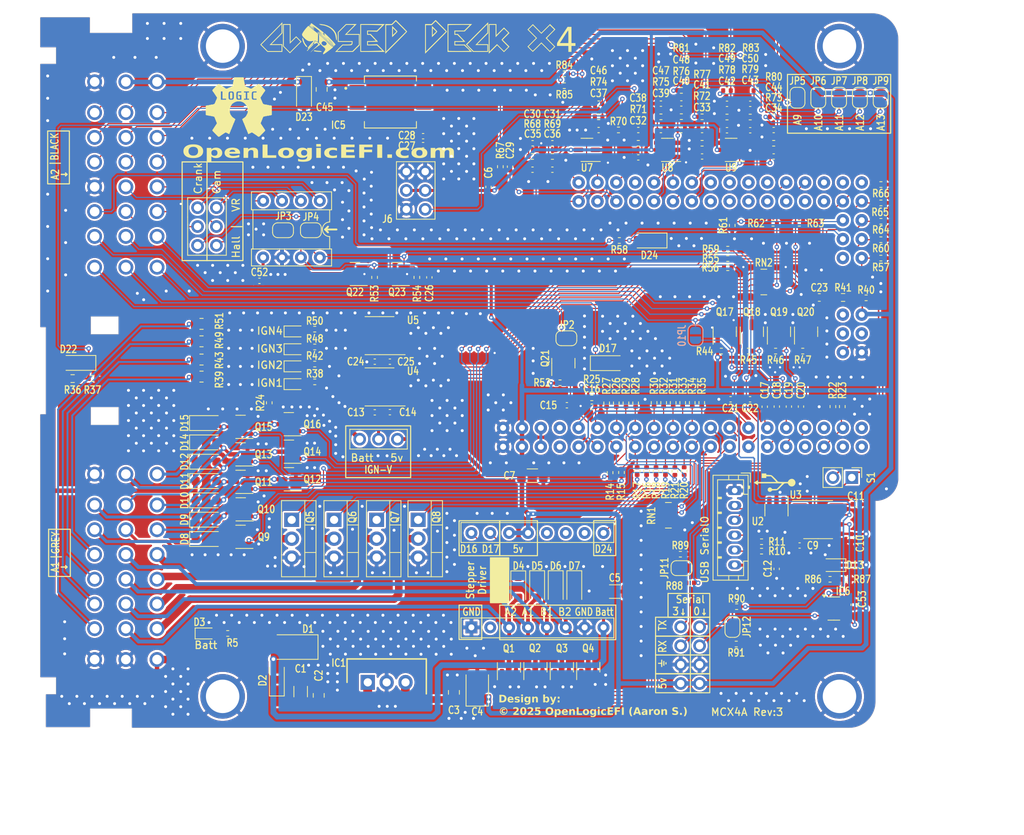
<source format=kicad_pcb>
(kicad_pcb (version 20241229) (generator "pcbnew") (generator_version "9.0")
  (layers (0 "F.Cu" mixed "Front") (2 "B.Cu" mixed "Back") (13 "F.Paste" user) (15 "B.Paste" user) (5 "F.SilkS" user "F.Silkscreen") (7 "B.SilkS" user "B.Silkscreen") (1 "F.Mask" user) (3 "B.Mask" user) (25 "Edge.Cuts" user))
  (net 0 "")
  (net 1 "+BATT")
  (net 2 "MC-D38")
  (net 3 "MC-D40")
  (net 4 "IGN1")
  (net 5 "IGN2")
  (net 6 "MC-D50")
  (net 7 "MC-D52")
  (net 8 "IGN4")
  (net 9 "IGN3")
  (net 10 "MC-D53")
  (net 11 "MC-D49")
  (net 12 "MC-D47")
  (net 13 "MC-D45")
  (net 14 "INJ1")
  (net 15 "INJ4")
  (net 16 "INJ2")
  (net 17 "INJ3")
  (net 18 "MC-D8")
  (net 19 "MC-D11")
  (net 20 "MC-D9")
  (net 21 "MC-D10")
  (net 22 "MC-D16")
  (net 23 "MC-D17")
  (net 24 "D12-OUT")
  (net 25 "MC-D24")
  (net 26 "MC-A3")
  (net 27 "MC-A4")
  (net 28 "Flex")
  (net 29 "IAT")
  (net 30 "O2")
  (net 31 "MC-A0")
  (net 32 "MC-A8")
  (net 33 "CLT")
  (net 34 "A9")
  (net 35 "MC-A1")
  (net 36 "MC-A9")
  (net 37 "TPS")
  (net 38 "A10")
  (net 39 "MC-A2")
  (net 40 "MC-A10")
  (net 41 "MapIn")
  (net 42 "VVT")
  (net 43 "IDLE2")
  (net 44 "VR2-")
  (net 45 "VR1-")
  (net 46 "Crank-In")
  (net 47 "Cam-In")
  (net 48 "Tach")
  (net 49 "MC-D7")
  (net 50 "MC-D6")
  (net 51 "MC-D5")
  (net 52 "MC-D4")
  (net 53 "Clutch")
  (net 54 "MC-D20")
  (net 55 "MC-D41")
  (net 56 "MC-D39")
  (net 57 "BaroIn")
  (net 58 "MC-A5")
  (net 59 "MC-D21")
  (net 60 "MC-A6")
  (net 61 "MC-D18")
  (net 62 "VSS-IN")
  (net 63 "Net-(S1-Pin_2)")
  (net 64 "MC-A7")
  (net 65 "MC-A11")
  (net 66 "MC-D37")
  (net 67 "MC-A12")
  (net 68 "MC-A13")
  (net 69 "MC-A14")
  (net 70 "MC-A15")
  (net 71 "MC-D13")
  (net 72 "MC-D22")
  (net 73 "MC-D23")
  (net 74 "MC-D25")
  (net 75 "MC-D27")
  (net 76 "MC-D29")
  (net 77 "MC-D31")
  (net 78 "MC-D33")
  (net 79 "MC-D35")
  (net 80 "MC-D42")
  (net 81 "MC-D43")
  (net 82 "MC-D44")
  (net 83 "MC-D46")
  (net 84 "MC-D48")
  (net 85 "MC-D12")
  (net 86 "MC-D26")
  (net 87 "D+")
  (net 88 "D-")
  (net 89 "BOOST")
  (net 90 "VBus")
  (net 91 "MC-D28")
  (net 92 "MC-D30")
  (net 93 "MC-D32")
  (net 94 "MC-D34")
  (net 95 "MC-D36")
  (net 96 "Fuel-Pump")
  (net 97 "Fan")
  (net 98 "+3.3V")
  (net 99 "MC-D19")
  (net 100 "Net-(D2-K)")
  (net 101 "Net-(U3-~{RTS})")
  (net 102 "Net-(U3-V3)")
  (net 103 "Net-(JP1-C)")
  (net 104 "GND")
  (net 105 "Net-(U5-OUT_B)")
  (net 106 "Net-(U5-OUT_A)")
  (net 107 "MC-D15-RX3")
  (net 110 "MC-D14-TX3")
  (net 111 "MC-D0-RX0")
  (net 112 "MC-D1-TX0")
  (net 116 "Net-(Q5-G)")
  (net 117 "Net-(Q6-G)")
  (net 118 "IDLE1")
  (net 120 "MC-D3")
  (net 121 "A11")
  (net 122 "MC-RESET")
  (net 123 "Net-(Q8-G)")
  (net 124 "Net-(Q9-G)")
  (net 125 "Net-(Q10-G)")
  (net 126 "Net-(Q13-G)")
  (net 127 "Net-(Q14-G)")
  (net 128 "Net-(U4-OUT_A)")
  (net 129 "MC-D51")
  (net 130 "Net-(U4-OUT_B)")
  (net 131 "A12")
  (net 134 "Net-(Q7-G)")
  (net 135 "VVT2")
  (net 136 "Net-(D22-A1)")
  (net 137 "Net-(D3-A)")
  (net 138 "Net-(D16-A)")
  (net 139 "Net-(Q15-G)")
  (net 140 "Net-(D18-A)")
  (net 141 "+5V")
  (net 142 "D22-IN")
  (net 143 "D21-IN")
  (net 144 "D23-IN")
  (net 147 "Net-(Q11-G)")
  (net 148 "Net-(Q12-G)")
  (net 149 "Net-(J3-Pin_4)")
  (net 150 "Net-(J3-Pin_5)")
  (net 151 "Net-(Q1-G)")
  (net 152 "Net-(Q2-G)")
  (net 153 "Net-(Q3-G)")
  (net 154 "Net-(Q4-G)")
  (net 155 "Net-(RN2A-R1.1)")
  (net 156 "Net-(RN2B-R2.1)")
  (net 157 "Net-(RN2C-R3.1)")
  (net 158 "Net-(RN2D-R4.1)")
  (net 159 "D28-OUT")
  (net 160 "D27-OUT")
  (net 161 "D13-OUT")
  (net 163 "Net-(JP6-B)")
  (net 164 "Net-(JP7-B)")
  (net 165 "Net-(JP8-B)")
  (net 166 "Net-(JP9-B)")
  (net 167 "Crank-Direct")
  (net 168 "Cam-Direct")
  (net 169 "A13")
  (net 170 "Net-(JP5-B)")
  (net 177 "Net-(D20-A)")
  (net 178 "Net-(D21-A)")
  (net 181 "Cam2")
  (net 184 "VR1+")
  (net 185 "VR2+")
  (net 186 "CH340-RX0")
  (net 187 "Net-(JP11-A)")
  (net 188 "Proto-RX0")
  (net 189 "Net-(IC6-S)")
  (net 190 "Net-(J2-Pin_8)")
  (net 191 "Net-(J2-Pin_7)")
  (net 192 "Net-(JP12-B)")
  (footprint "Capacitor_SMD:C_0402_1005Metric" (layer "F.Cu") (at 115.9002 100.6312 180)
    (property "Reference" "C24")
    (property "Value" "100nF")
  )
  (footprint "Capacitor_SMD:C_0402_1005Metric" (layer "F.Cu") (at 117.9322 100.6312)
    (property "Reference" "C25")
    (property "Value" "1u")
  )
  (footprint "Resistor_SMD:R_0402_1005Metric" (layer "F.Cu") (at 169.5 82.0166)
    (property "Reference" "R62")
    (property "Value" "100K")
  )
  (footprint "Resistor_SMD:R_0402_1005Metric" (layer "F.Cu") (at 173.0248 82.0166)
    (property "Reference" "R63")
    (property "Value" "100K")
  )
  (footprint "Resistor_SMD:R_0805_2012Metric" (layer "F.Cu") (at 92.583 102.6474 180)
    (property "Reference" "R39")
    (property "Value" "10r")
  )
  (footprint "Resistor_SMD:R_0805_2012Metric" (layer "F.Cu") (at 92.583 100.354632 180)
    (property "Reference" "R43")
    (property "Value" "10r")
  )
  (footprint "Resistor_SMD:R_0805_2012Metric" (layer "F.Cu") (at 92.583 97.8974 180)
    (property "Reference" "R49")
    (property "Value" "10r")
  )
  (footprint "Resistor_SMD:R_0805_2012Metric" (layer "F.Cu") (at 92.583 95.5474 180)
    (property "Reference" "R51")
    (property "Value" "10r")
  )
  (footprint "Package_SO:SOIC-8_3.9x4.9mm_P1.27mm" (layer "F.Cu") (at 116.5352 104.0312 180)
    (property "Reference" "U4")
    (property "Value" "COS4427")
  )
  (footprint "Package_SO:SOIC-8_3.9x4.9mm_P1.27mm" (layer "F.Cu") (at 116.5352 97.1377 180)
    (property "Reference" "U5")
    (property "Value" "COS4427")
  )
  (footprint "Detonation:DVR8825-Labeled-Front" (layer "F.Cu") (at 128.898999 136.388 90)
    (property "Reference" "IC2" (hide yes))
    (property "Value" "Breakout DRV8825")
  )
  (footprint "Capacitor_SMD:C_0402_1005Metric" (layer "F.Cu") (at 151.358 69.469)
    (property "Reference" "C38")
    (property "Value" "100nF")
  )
  (footprint "Capacitor_SMD:C_0402_1005Metric" (layer "F.Cu") (at 151.358 73.152 180)
    (property "Reference" "C32")
    (property "Value" "220nF")
  )
  (footprint "Capacitor_SMD:C_0402_1005Metric" (layer "F.Cu") (at 139.799 71.247)
    (property "Reference" "C36")
    (property "Value" "100nF")
  )
  (footprint "Capacitor_SMD:C_0402_1005Metric" (layer "F.Cu") (at 154.404 65.913 180)
    (property "Reference" "C47")
    (property "Value" "100nF")
  )
  (footprint "Capacitor_SMD:C_0402_1005Metric" (layer "F.Cu") (at 139.799 74.803 180)
    (property "Reference" "C31")
    (property "Value" "220nF")
  )
  (footprint "Capacitor_SMD:C_0402_1005Metric" (layer "F.Cu") (at 154.404 69.469)
    (property "Reference" "C39")
    (property "Value" "220nF")
  )
  (footprint "Capacitor_SMD:C_0402_1005Metric" (layer "F.Cu") (at 137.13835 71.247)
    (property "Reference" "C35")
    (property "Value" "100nF")
  )
  (footprint "Capacitor_SMD:C_0402_1005Metric" (layer "F.Cu") (at 157.1498 65.8876 180)
    (property "Reference" "C48")
    (property "Value" "100nF")
  )
  (footprint "Capacitor_SMD:C_0402_1005Metric" (layer "F.Cu") (at 137.12565 74.803 180)
    (property "Reference" "C30")
    (property "Value" "220nF")
  )
  (footprint "Capacitor_SMD:C_0402_1005Metric" (layer "F.Cu") (at 146.022 65.913 180)
    (property "Reference" "C46")
    (property "Value" "100nF")
  )
  (footprint "Capacitor_SMD:C_0402_1005Metric" (layer "F.Cu") (at 159.9438 69.469 180)
    (property "Reference" "C41")
    (property "Value" "100nF")
  )
  (footprint "Capacitor_SMD:C_0402_1005Metric" (layer "F.Cu") (at 146.022 69.469)
    (property "Reference" "C37")
    (property "Value" "220nF")
  )
  (footprint "Resistor_SMD:R_0402_1005Metric" (layer "F.Cu") (at 77.92 102.91 180)
    (property "Reference" "R37")
    (property "Value" "1k")
  )
  (footprint "Resistor_SMD:R_0603_1608Metric" (layer "F.Cu") (at 75.241 102.9132 180)
    (property "Reference" "R36")
    (property "Value" "3.9k")
  )
  (footprint "Resistor_SMD:R_0402_1005Metric" (layer "F.Cu") (at 151.358 71.247 180)
    (property "Reference" "R71")
    (property "Value" "470r")
  )
  (footprint "Resistor_SMD:R_0402_1005Metric" (layer "F.Cu") (at 139.799 73.025 180)
    (property "Reference" "R69")
    (property "Value" "470r")
  )
  (footprint "Resistor_SMD:R_0402_1005Metric" (layer "F.Cu") (at 154.404 67.691)
    (property "Reference" "R75")
    (property "Value" "470r")
  )
  (footprint "Resistor_SMD:R_0402_1005Metric" (layer "F.Cu") (at 169.8392 99.2106)
    (property "Reference" "R46")
    (property "Value" "1k")
  )
  (footprint "Resistor_SMD:R_0402_1005Metric" (layer "F.Cu") (at 137.1066 73.025 180)
    (property "Reference" "R68")
    (property "Value" "470r")
  )
  (footprint "Resistor_SMD:R_0402_1005Metric" (layer "F.Cu") (at 157.1498 67.6656)
    (property "Reference" "R76")
    (property "Value" "470r")
  )
  (footprint "Resistor_SMD:R_0402_1005Metric" (layer "F.Cu") (at 146.022 67.691)
    (property "Reference" "R74")
    (property "Value" "470r")
  )
  (footprint "Resistor_SMD:R_0402_1005Metric" (layer "F.Cu") (at 159.9438 71.247)
    (property "Reference" "R72")
    (property "Value" "470r")
  )
  (footprint "Package_TO_SOT_SMD:SOT-23-6" (layer "F.Cu") (at 144.4472 72.136 180)
    (property "Reference" "U7")
    (property "Value" "SRV05-4-P-T7")
  )
  (footprint "Package_TO_SOT_SMD:SOT-23-6" (layer "F.Cu") (at 155.2725 72.136 180)
    (property "Reference" "U8")
    (property "Value" "SRV05-4-P-T7")
  )
  (footprint "Capacitor_SMD:C_0402_1005Metric" (layer "F.Cu") (at 145.1 106.7 180)
    (property "Reference" "C16")
    (property "Value" "220nF")
  )
  (footprint "Resistor_SMD:R_0402_1005Metric" (layer "F.Cu") (at 184.0025 84.225)
    (property "Reference" "R60")
    (property "Value" "100K")
  )
  (footprint "Resistor_SMD:R_0402_1005Metric" (layer "F.Cu") (at 184 86.7)
    (property "Reference" "R57")
    (property "Value" "100K")
  )
  (footprint "Detonation:PinHeader2x03_Jumper" (layer "F.Cu") (at 92.0496 79.9084)
    (property "Reference" "J4" (hide yes))
    (property "Value" "Input Jumper")
  )
  (footprint "Jumper:SolderJumper-2_P1.3mm_Open_RoundedPad1.0x1.5mm" (layer "F.Cu") (at 103.55 82.95)
    (property "Reference" "JP3")
    (property "Value" "FET Bypass" (hide yes))
  )
  (footprint "Resistor_SMD:R_0402_1005Metric" (layer "F.Cu") (at 115.8717 89.2962 90)
    (property "Reference" "R53")
    (property "Value" "1k")
  )
  (footprint "Resistor_SMD:R_0402_1005Metric" (layer "F.Cu") (at 164 82.3 -90)
    (property "Reference" "R61")
    (property "Value" "100K")
  )
  (footprint "Resistor_SMD:R_0402_1005Metric" (layer "F.Cu") (at 153.48485 106.1466 -90)
    (property "Reference" "R30")
    (property "Value" "100K")
  )
  (footprint "Resistor_SMD:R_0402_1005Metric" (layer "F.Cu") (at 154.76788 106.1466 -90)
    (property "Reference" "R32")
    (property "Value" "100K")
  )
  (footprint "Resistor_SMD:R_0402_1005Metric" (layer "F.Cu") (at 156.05091 106.1466 -90)
    (property "Reference" "R31")
    (property "Value" "100K")
  )
  (footprint "Resistor_SMD:R_0402_1005Metric" (layer "F.Cu") (at 157.33394 106.1466 -90)
    (property "Reference" "R33")
    (property "Value" "100K")
  )
  (footprint "Package_TO_SOT_SMD:SOT-23" (layer "F.Cu") (at 166.6392 96.6106 90)
    (property "Reference" "Q18")
    (property "Value" "AO3400A")
  )
  (footprint "Resistor_SMD:R_0402_1005Metric" (layer "F.Cu") (at 173.4892 99.2106)
    (property "Reference" "R47")
    (property "Value" "1k")
  )
  (footprint "Resistor_SMD:R_0402_1005Metric" (layer "F.Cu") (at 166.4208 67.7164)
    (property "Reference" "R79")
    (property "Value" "470r")
  )
  (footprint "Capacitor_SMD:C_0402_1005Metric" (layer "F.Cu") (at 115.9002 107.4566 180)
    (property "Reference" "C13")
    (property "Value" "100nF")
  )
  (footprint "Capacitor_SMD:C_0402_1005Metric" (layer "F.Cu") (at 166.4 105.7 180)
    (property "Reference" "C22")
    (property "Value" "10nF")
  )
  (footprint "Detonation-Logos:ClosedDeck-New" (layer "F.Cu") (at 121.75 57)
    (property "Reference" "G***" (hide yes))
    (property "Value" "LOGO" (hide yes))
  )
  (footprint "Detonation:TestPoint_THT_D0.6mm_Drill0.3mm" (layer "F.Cu") (at 179.7606 122.5296)
    (property "Reference" "TP4" (hide yes))
    (property "Value" "TestPoint")
  )
  (footprint "Package_TO_SOT_SMD:SOT-23" (layer "F.Cu") (at 141.0716 141.7551 90)
    (property "Reference" "Q3")
    (property "Value" "AO3400A")
  )
  (footprint "Detonation:TestPoint_THT_D0.6mm_Drill0.3mm" (layer "F.Cu") (at 175.1076 134.8232)
    (property "Reference" "TP9" (hide yes))
    (property "Value" "TestPoint")
  )
  (footprint "Jumper:SolderJumper-2_P1.3mm_Open_RoundedPad1.0x1.5mm" (layer "F.Cu") (at 175.5792 65.1171 -90)
    (property "Reference" "JP6")
    (property "Value" "SolderJumper_2_Open")
  )
  (footprint "Resistor_SMD:R_0402_1005Metric" (layer "F.Cu") (at 159.9 106.1466 -90)
    (property "Reference" "R35")
    (property "Value" "100k")
  )
  (footprint "Package_TO_SOT_SMD:SOT-23-6" (layer "F.Cu") (at 169.9518 120.6056 -90)
    (property "Reference" "U2")
    (property "Value" "SRV05-4-P-T7")
  )
  (footprint "Package_TO_SOT_THT:TO-220-3_Vertical" (layer "F.Cu") (at 110.425 121.92 -90)
    (property "Reference" "Q6")
    (property "Value" "STP75N04Z")
  )
  (footprint "Resistor_SMD:R_0402_1005Metric" (layer "F.Cu") (at 157.0228 126.5428)
    (property "Reference" "R89")
    (property "Value" "2k")
  )
  (footprint "Resistor_SMD:R_0402_1005Metric" (layer "F.Cu") (at 157.1498 64.135)
    (property "Reference" "R81")
    (property "Value" "2.49k")
  )
  (footprint "Jumper:SolderJumper-2_P1.3mm_Bridged_RoundedPad1.0x1.5mm" (layer "F.Cu") (at 157.1752 128.4224)
    (property "Reference" "JP11")
    (property "Value" "Divider Disable")
  )
  (footprint "Resistor_SMD:R_0402_1005Metric" (layer "F.Cu") (at 132.8 74.4 -90)
    (property "Reference" "R67")
    (property "Value" "51k")
  )
  (footprint "Detonation:TO-220-SmallHeatSink" (layer "F.Cu") (at 114.9654 143.7894)
    (property "Reference" "IC1")
    (property "Value" "7805" (hide yes))
  )
  (footprint "Capacitor_SMD:C_0402_1005Metric" (layer "F.Cu") (at 169.58 73.025)
    (property "Reference" "C34")
    (property "Value" "220nF")
  )
  (footprint "Detonation-Logos:usb" (layer "F.Cu") (at 169.7228 116.9416 180)
    (property "Reference" "G***" (hide yes))
    (property "Value" "LOGO" (hide yes))
  )
  (footprint "Resistor_SMD:R_0402_1005Metric" (layer "F.Cu") (at 166.1892 99.2106)
    (property "Reference" "R45")
    (property "Value" "1k")
  )
  (footprint "Diode_SMD:D_SOD-123F" (layer "F.Cu") (at 137.747999 130.9828 -90)
    (property "Reference" "D5")
    (property "Value" "DSK210")
  )
  (footprint "LED_SMD:LED_0603_1608Metric" (layer "F.Cu") (at 105.1802 101.2634)
    (property "Reference" "D18" (hide yes))
    (property "Value" "LED")
  )
  (footprint "Resistor_SMD:R_0402_1005Metric" (layer "F.Cu") (at 147.563 115.57 -90)
    (property "Reference" "R14")
    (property "Value" "470r")
  )
  (footprint "MountingHole:MountingHole_3.5mm_Pad" (layer "F.Cu") (at 178.4326 145.67755)
    (property "Reference" "H2" (hide yes))
    (property "Value" "MountingHole_Pad")
  )
  (footprint "Capacitor_SMD:C_1206_3216Metric" (layer "F.Cu") (at 137.1092 115.9764)
    (property "Reference" "C7")
    (property "Value" "10uF")
  )
  (footprint "Resistor_SMD:R_0402_1005Metric" (layer "F.Cu") (at 148.8072 84.328)
    (property "Reference" "R58")
    (property "Value" "1k")
  )
  (footprint "Resistor_SMD:R_0402_1005Metric" (layer "F.Cu") (at 107.821 103.3586)
    (property "Reference" "R38")
    (property "Value" "2k")
  )
  (footprint "Capacitor_SMD:C_0402_1005Metric" (layer "F.Cu") (at 169.9768 128.524 -90)
    (property "Reference" "C12")
    (property "Value" "100nF")
  )
  (footprint "Detonation-Logos:open-logic-9" (layer "F.Cu") (at 97.6 66.4)
    (property "Reference" "G***" (hide yes))
    (property "Value" "LOGO" (hide yes))
  )
  (footprint "Resistor_SMD:R_0402_1005Metric" (layer "F.Cu") (at 107.821 100.9586)
    (property "Reference" "R42")
    (property "Value" "2k")
  )
  (footprint "Resistor_SMD:R_0603_1608Metric" (layer "F.Cu") (at 178.9176 91.9988)
    (property "Reference" "R41")
    (property "Value" "120r")
  )
  (footprint "Package_TO_SOT_SMD:SOT-23" (layer "F.Cu") (at 97.8375 109.4086 180)
    (property "Reference" "Q15")
    (property "Value" "AO3400A")
  )
  (footprint "Detonation:PinSocket 2x03" (layer "F.Cu") (at 120.142 80.137 180)
    (property "Reference" "J6")
    (property "Value" "Map Sensor Socket")
  )
  (footprint "Resistor_SMD:R_0402_1005Metric" (layer "F.Cu") (at 141.4 63.5)
    (property "Reference" "R85")
    (property "Value" "2.49k")
  )
  (footprint "Resistor_SMD:R_0402_1005Metric" (layer "F.Cu") (at 101.7016 106.172 -90)
    (property "Reference" "R24")
    (property "Value" "10k")
  )
  (footprint "Jumper:SolderJumper-2_P1.3mm_Open_RoundedPad1.0x1.5mm" (layer "F.Cu") (at 107.3 82.95)
    (property "Reference" "JP4")
    (property "Value" "FET Bypass")
  )
  (footprint "Capacitor_SMD:C_0402_1005Metric" (layer "F.Cu") (at 173.0692 125.3744)
    (property "Reference" "C9")
    (property "Value" "100nF")
  )
  (footprint "Capacitor_SMD:C_0402_1005Metric" (layer "F.Cu") (at 157.1498 69.469)
    (property "Reference" "C40")
    (property "Value" "220nF")
  )
  (footprint "Detonation:TestPoint_THT_D0.6mm_Drill0.3mm" (layer "F.Cu") (at 180.4924 136.0424)
    (property "Reference" "TP8" (hide yes))
    (property "Value" "TestPoint")
  )
  (footprint "Resistor_SMD:R_0402_1005Metric" (layer "F.Cu") (at 184.005 79.275 180)
    (property "Reference" "R65")
    (property "Value" "100k")
  )
  (footprint "Capacitor_SMD:C_0402_1005Metric" (layer "F.Cu") (at 163.294 65.9384 180)
    (property "Reference" "C49")
    (property "Value" "100nF")
  )
  (footprint "Capacitor_SMD:C_0402_1005Metric" (layer "F.Cu") (at 168.374 106.7 90)
    (property "Reference" "C17")
    (property "Value" "10nF")
  )
  (footprint "Capacitor_SMD:C_0603_1608Metric" (layer "F.Cu") (at 175.7172 91.9988 180)
    (property "Reference" "C23")
    (property "Value" "10uF")
  )
  (footprint "Package_TO_SOT_SMD:SOT-23" (layer "F.Cu") (at 144.6276 141.7551 90)
    (property "Reference" "Q4")
    (property "Value" "AO3400A")
  )
  (footprint "Package_TO_SOT_SMD:TSOT-23-6" (layer "F.Cu") (at 177.673 133.858)
    (property "Reference" "IC6")
    (property "Value" "74LVC1G157GV,125")
  )
  (footprint "Package_TO_SOT_SMD:SOT-23" (layer "F.Cu") (at 97.8375 113.10795 180)
    (property "Reference" "Q13")
    (property "Value" "AO3400A")
  )
  (footprint "Package_TO_SOT_SMD:SOT-23" (layer "F.Cu") (at 97.8375 116.8073 180)
    (property "Reference" "Q11")
    (property "Value" "AO3400A")
  )
  (footprint "Diode_SMD:D_SOD-123F" (layer "F.Cu") (at 93.19693 121.9)
    (property "Reference" "D9")
    (property "Value" "DSK210")
  )
  (footprint "Detonation:1x03-Proto" (layer "F.Cu") (at 113.8669 111.069101 90)
    (property "Reference" "JP1" (hide yes))
    (property "Value" "IGN-V")
  )
  (footprint "Connector_Automotive:Delphi_Sicma_24_Black" (layer "F.Cu") (at 70.7 75.45 -90)
    (property "Reference" "A2")
    (property "Value" "BLACK")
  )
  (footprint "Resistor_SMD:R_0402_1005Metric" (layer "F.Cu") (at 164.5412 138.6332)
    (property "Reference" "R91")
    (property "Value" "2k")
  )
  (footprint "Resistor_SMD:R_0402_1005Metric" (layer "F.Cu") (at 179.324 129.921 180)
    (property "Reference" "R87")
    (property "Value" "10k")
  )
  (footprint "Resistor_SMD:R_0402_1005Metric" (layer "F.Cu") (at 145.1 105.5)
    (property "Reference" "R25")
    (property "Value" "2.2k")
  )
  (footprint "Capacitor_SMD:C_0402_1005Metric" (layer "F.Cu") (at 131.2 77.12 -90)
    (property "Reference" "C6")
    (property "Value" "100nF")
  )
  (footprint "Package_TO_SOT_SMD:SOT-23" (layer "F.Cu") (at 141.2748 100.838 90)
    (property "Reference" "Q21")
    (property "Value" "AO3400A")
  )
  (footprint "Package_TO_SOT_SMD:SOT-23" (layer "F.Cu") (at 104.3309 109.05 180)
    (property "Reference" "Q16")
    (property "Value" "AO3400A")
  )
  (footprint "Resistor_SMD:R_0402_1005Metric" (layer "F.Cu") (at 157.5308 115.3648 -90)
    (property "Reference" "R20")
    (property "Value" "470r")
  )
  (footprint "Resistor_SMD:R_0402_1005Metric" (layer "F.Cu") (at 167.386 64.1604 180)
    (property "Reference" "R83")
    (property "Value" "2.49k")
  )
  (footprint "Resistor_SMD:R_0402_1005Metric" (layer "F.Cu") (at 149.7 106.2 -90)
    (property "Reference" "R29")
    (property "Value" "100k")
  )
  (footprint "Capacitor_SMD:C_0805_2012Metric" (layer "F.Cu") (at 108.7518 64 -90)
    (property "Reference" "C45")
    (property "Value" "100nF")
  )
  (footprint "Capacitor_SMD:C_0402_1005Metric" (layer "F.Cu") (at 180.34 133.35 -90)
    (property "Reference" "C53")
    (property "Value" "100nF")
  )
  (footprint "Package_TO_SOT_SMD:SOT-23" (layer "F.Cu") (at 170.2892 96.6106 90)
    (property "Reference" "Q19")
    (property "Value" "AO3400A")
  )
  (footprint "Diode_SMD:D_SOD-123F" (layer "F.Cu") (at 93.19693 116.7)
    (property "Reference" "D11")
    (property "Value" "DSK210")
  )
  (footprint "Resistor_SMD:R_0402_1005Metric" (layer "F.Cu") (at 152.4738 115.3648 -90)
    (property "Reference" "R16")
    (property "Value" "1k")
  )
  (footprint "Resistor_SMD:R_0402_1005Metric" (layer "F.Cu") (at 163.4 86.755 180)
    (property "Reference" "R55")
    (property "Value" "470r")
  )
  (footprint "Capacitor_SMD:C_0402_1005Metric" (layer "F.Cu") (at 180.6728 119.8245)
    (property "Reference" "C11")
    (property "Value" "100nF")
  )
  (footprint "Capacitor_SMD:C_0402_1005Metric" (layer "F.Cu") (at 123.2408 89.2962 -90)
    (property "Reference" "C26")
    (property "Value" "100nF")
  )
  (footprint "Package_TO_SOT_THT:TO-220-3_Vertical" (layer "F.Cu") (at 116.149 121.92 -90)
    (property "Reference" "Q7")
    (property "Value" "STP75N04Z")
  )
  (footprint "Resistor_SMD:R_0402_1005Metric" (layer "F.Cu") (at 149.1 115.55 -90)
    (property "Reference" "R15")
    (property "Value" "470r")
  )
  (footprint "Package_SO:SOIC-8_3.9x4.9mm_P1.27mm" (layer "F.Cu") (at 175.5584 121.8946)
    (property "Reference" "U3")
    (property "Value" "CH340N")
  )
  (footprint "Resistor_SMD:R_0402_1005Metric" (layer "F.Cu") (at 158.61697 106.1466 -90)
    (property "Reference" "R34")
    (property "Value" "100k")
  )
  (footprint "LED_SMD:LED_0603_1608Metric" (layer "F.Cu") (at 105.1802 96.5634)
    (property "Reference" "D21" (hide yes))
    (property "Value" "LED")
  )
  (footprint "Diode_SMD:D_SOD-123F" (layer "F.Cu") (at 93.1816 108.9)
    (property "Reference" "D15")
    (property "Value" "DSK210")
  )
  (footprint "Resistor_SMD:R_0402_1005Metric" (layer "F.Cu") (at 177.546 106.68 -90)
    (property "Reference" "R22")
    (property "Value" "100k")
  )
  (footprint "Capacitor_SMD:C_0402_1005Metric" (layer "F.Cu") (at 169.58 69.469 180)
    (property "Reference" "C44")
    (property "Value" "100nF")
  )
  (footprint "Resistor_SMD:R_0402_1005Metric" (layer "F.Cu") (at 151.2038 115.3648 -90)
    (property "Reference" "R17")
    (property "Value" "1k")
  )
  (footprint "MountingHole:MountingHole_3.5mm_Pad" (layer "F.Cu") (at 95.42 58.17435)
    (property "Reference" "H3" (hide yes))
    (property "Value" "MountingHole_Pad")
  )
  (footprint "Capacitor_SMD:C_0402_1005Metric" (layer "F.Cu") (at 173.252 106.68 90)
    (property "Reference" "C20")
    (property "Value" "10nF")
  )
  (footprint "Resistor_SMD:R_0402_1005Metric" (layer "F.Cu") (at 169.58 71.247)
    (property "Reference" "R73")
    (property "Value" "470r")
  )
  (footprint "Package_TO_SOT_SMD:SOT-23" (layer "F.Cu") (at 104.3455 112.7506 180)
    (property "Reference" "Q14")
    (property "Value" "AO3400A")
  )
  (footprint "Package_TO_SOT_SMD:SOT-23" (layer "F.Cu") (at 97.8625 120.50665 180)
    (property "Reference" "Q10")
    (property "Value" "AO3400A")
  )
  (footprint "Resistor_SMD:R_0402_1005Metric" (layer "F.Cu") (at 148.4 106.2 -90)
    (property "Reference" "R26")
    (property "Value" "100k")
  )
  (footprint "Resistor_SMD:R_0402_1005Metric" (layer "F.Cu") (at 163.294 64.1604)
    (property "Reference" "R82")
    (property "Value" "2.49k")
  )
  (footprint "Diode_SMD:D_SOD-123F" (layer "F.Cu") (at 93.193864 114.1)
    (property "Reference" "D12")
    (property "Value" "DSK210")
  )
  (footprint "Resistor_SMD:R_0402_1005Metric" (layer "F.Cu") (at 184.01 81.75 180)
    (property "Reference" "R64")
    (property "Value" "100k")
  )
  (footprint "Resistor_SMD:R_0402_1005Metric" (layer "F.Cu") (at 155.0138 115.3648 -90)
    (property "Reference" "R19")
    (property "Value" "1k")
  )
  (footprint "Diode_SMD:D_SOD-323" (layer "F.Cu") (at 177.673 128.016 180)
    (property "Reference" "D13")
    (property "Value" "1N5819WS")
  )
  (footprint "Diode_SMD:D_SOD-123" (layer "F.Cu") (at 76 100.8 180)
    (property "Reference" "D22")
    (property "Value" "MMSZ5232B")
  )
  (footprint "Diode_SMD:D_SOD-123F" (layer "F.Cu") (at 93.190798 111.5)
    (property "Reference" "D14")
    (property "Value" "DSK210")
  )
  (footprint "Capacitor_Tantalum_SMD:CP_EIA-3528-15_AVX-H" (layer "F.Cu") (at 129.6924 144.526 90)
    (property "Reference" "C4")
    (property "Value" "100uF")
  )
  (footprint "Resistor_SMD:R_0402_1005Metric" (layer "F.Cu") (at 140.8248 103.4755)
    (property "Reference" "R52")
    (property "Value" "1k")
  )
  (footprint "Jumper:SolderJumper-2_P1.3mm_Open_RoundedPad1.0x1.5mm" (layer "F.Cu") (at 183.9792 65.1171 -90)
    (property "Reference" "JP9")
    (property "Value" "SolderJumper_2_Open")
  )
  (footprint "Jumper:SolderJumper-2_P1.3mm_Open_RoundedPad1.0x1.5mm" (layer "F.Cu") (at 181.1792 65.1171 -90)
    (property "Reference" "JP8")
    (property "Value" "SolderJumper_2_Open")
  )
  (footprint "Package_TO_SOT_SMD:SOT-23" (layer "F.Cu") (at 97.8375 124.206 180)
    (property "Reference" "Q9")
    (property "Value" "AO3400A")
  )
  (footprint "Capacitor_SMD:C_0402_1005Metric" (layer "F.Cu") (at 166.4208 65.9384 180)
    (property "Reference" "C50")
    (property "Value" "100nF")
  )
  (footprint "Package_TO_SOT_SMD:SOT-23" (layer "F.Cu") (at 133.9535 141.7759 90)
    (property "Reference" "Q1")
    (property "Value" "AO3400A")
  )
  (footprint "Resistor_SMD:R_0402_1005Metric" (layer "F.Cu") (at 147.1 106.2 -90)
    (property "Reference" "R27")
    (property "Value" "100k")
  )
  (footprint "Resistor_SMD:R_0402_1005Metric" (layer "F.Cu") (at 167.9448 126.1364 180)
    (property "Reference" "R10")
    (property "Value" "5.1k")
  )
  (footprint "Capacitor_SMD:C_1206_3216Metric" (layer "F.Cu") (at 148.1836 131.572)
    (property "Reference" "C5")
    (property "Value" "10uF")
  )
  (footprint "Diode_SMD:D_SMA" (layer "F.Cu") (at 104.7496 139.0396 180)
    (property "Reference" "D1")
    (property "Value" "SMAJ18CA")
  )
  (footprint "Resistor_SMD:R_0402_1005Metric" (layer "F.Cu") (at 148.689 69.454)
    (property "Reference" "R70")
    (property "Value" "470r")
  )
  (footprint "LED_SMD:LED_0603_1608Metric" (layer "F.Cu") (at 105.1802 98.9634)
    (property "Reference" "D20" (hide yes))
    (property "Value" "LED")
  )
  (footprint "Resistor_SMD:R_0402_1005Metric" (layer "F.Cu") (at 107.821 96.2586)
    (property "Reference" "R50")
    (property "Value" "2k")
  )
  (footprint "Resistor_SMD:R_0402_1005Metric" (layer "F.Cu") (at 156.2808 115.3648 -90)
    (property "Reference" "R21")
    (property "Value" "470r")
  )
  (footprint "Package_TO_SOT_SMD:SOT-23-6" (layer "F.Cu") (at 163.8528 72.136 180)
    (property "Reference" "U9")
    (property "Value" "SRV05-4-P-T7")
  )
  (footprint "Detonation:TestPoint_THT_D0.6mm_Drill0.3mm" (layer "F.Cu") (at 179.7606 121.2596)
    (property "Reference" "TP5" (hide yes))
    (property "Value" "TestPoint")
  )
  (footprint "LED_SMD:LED_0603_1608Metric" (layer "F.Cu") (at 93.2116 137.2084)
    (property "Reference" "D3")
    (property "Value" "LED")
  )
  (footprint "Connector_Automotive:Delphi_Sicma_24_Grey" (layer "F.Cu") (at 70.7 128.2442 -90)
    (property "Reference" "A1")
    (property "Value" "GREY")
  )
  (footprint "Package_TO_SOT_SMD:SOT-23" (layer "F.Cu") (at 118.8997 88.839 180)
    (property "Reference" "Q23")
    (property "Value" "AO3400A")
  )
  (footprint "Resistor_SMD:R_0402_1005Metric" (layer "F.Cu") (at 167.9448 124.8664)
    (property "Reference" "R11")
    (property "Value" "5.1k")
  )
  (footprint "LED_SMD:LED_0603_1608Metric" (layer "F.Cu") (at 105.1802 103.6634)
    (property "Reference" "D16" (hide yes))
    (property "Value" "LED")
  )
  (footprint "Jumper:SolderJumper-2_P1.3mm_Open_RoundedPad1.0x1.5mm" (layer "F.Cu") (at 172.7792 65.1171 -90)
    (property "Reference" "JP5")
    (property "Value" "SolderJumper_2_Open")
  )
  (footprint "Resistor_SMD:R_0402_1005Metric" (layer "F.Cu") (at 151 106.2 -90)
    (property "Reference" "R28")
    (property "Value" "100k")
  )
  (footprint "Resistor_SMD:R_0402_1005Metric" (layer "F.Cu") (at 158.3436 130.4036 180)
    (property "Reference" "R88")
    (property "Value" "1k")
  )
  (footprint "Resistor_SMD:R_0402_1005Metric" (layer "F.Cu") (at 159.9438 67.691)
    (property "Reference" "R77")
    (property "Value" "2.49k")
  )
  (footprint "Capacitor_SMD:C_0402_1005Metric" (layer "F.Cu") (at 170 106.68 90)
    (property "Reference" "C18")
    (property "Value" "10nF")
  )
  (footprint "Capacitor_SMD:C_0402_1005Metric" (layer "F.Cu") (at 171.626 106.68 90)
    (property "Reference" "C19")
    (property "Value" "10nF")
  )
  (footprint "Capacitor_SMD:C_0402_1005Metric" (layer "F.Cu") (at 134.1 74.4 90)
    (property "Reference" "C29")
    (property "Value" "100nF")
  )
  (footprint "Package_TO_SOT_THT:TO-220-3_Vertical" (layer "F.Cu") (at 121.737 121.92 -90)
    (property "Reference" "Q8")
    (property "Value" "STP75N04Z")
  )
  (footprint "Connector_JST:JST_PH_B6B-PH-K_1x06_P2.00mm_Vertical" (layer "F.Cu") (at 164.3296 117.9806 -90)
    (property "Reference" "J3" (hide yes))
    (property "Value" "USB-S0")
  )
  (footprint "Capacitor_SMD:C_0402_1005Metric" (layer "F.Cu") (at 122.4 71.495)
    (property "Reference" "C27")
    (property "Value" "1u")
  )
  (footprint "Diode_SMD:D_SOD-123F" (layer "F.Cu") (at 93.19693 119.3)
    (property "Reference" "D10")
    (property "Value" "DSK210")
  )
  (footprint "Capacitor_SMD:C_0402_1005Metric" (layer "F.Cu") (at 166.4208 69.4944)
    (property "Reference" "C43")
    (property "Value" "220nF")
  )
  (footprint "Resistor_SMD:R_0402_1005Metric" (layer "F.Cu") (at 182.0164 92.0496)
    (property "Reference" "R40")
    (property "Value" "10k")
  )
  (footprint "Capacitor_SMD:C_0402_1005Metric" (layer "F.Cu") (at 159.9438 73.025)
    (property "Reference" "C33")
    (property "Value" "220nF")
  )
  (footprint "Resistor_SMD:R_0402_1005Metric" (layer "F.Cu") (at 164.592 133.604 180)
    (property "Reference" "R90")
    (property "Value" "1k")
  )
  (footprint "Resistor_SMD:R_Array_Concave_4x0603" (layer "F.Cu") (at 168.2496 89.916)
    (property "Reference" "RN2")
    (property "Value" "1k")
  )
  (footprint "Detonation:Arduino_Mega_Mini_2560_SmallCrtYd_NoVin" (layer "F.Cu") (at 155.82718 94.30252)
    (property "Reference" "U6" (hide yes))
    (property "Value" "MEGA_PRO_EMBED_CH340G_{slash}_ATMEGA2560")
  )
  (footprint "Capacitor_SMD:C_1206_3216Metric" (layer "F.Cu") (at 105.9234 145.034 90)
    (property "Reference" "C1")
    (property "Value" "10uF")
  )
  (footprint "Resistor_SMD:R_0402_1005Metric" (layer "F.Cu") (at 153.7438 115.3648 -90)
    (property "Reference" "R18")
    (property "Value" "1k")
  )
  (footprint "Resistor_SMD:R_Array_Concave_4x0603" (layer "F.Cu") (at 155.409576 121.3104)
    (property "Reference" "RN1")
    (property "Value" "1k")
  )
  (footprint "Diode_SMD:D_SOD-123F" (layer "F.Cu") (at 142.747999 130.9828 -90)
    (property "Reference" "D7")
    (property "Value" "DSK210")
  )
  (footprint "Package_TO_SOT_SMD:SOT-23" (layer "F.Cu") (at 162.9892 96.6106 90)
    (property "Reference" "Q17")
    (property "Value" "AO3400A")
  )
  (footprint "Resistor_SMD:R_0402_1005Metric" (layer "F.Cu") (at 141.4 61.9)
    (property "Reference" "R84")
    (property "Value" "2.49k")
  )
  (footprint "Jumper:SolderJumper-2_P1.3mm_Open_RoundedPad1.0x1.5mm" (layer "F.Cu") (at 178.3792 65.1171 -90)
    (property "Reference" "JP7")
    (property "Value" "SolderJumper_2_Open")
  )
  (footprint "Capacitor_SMD:C_0402_1005Metric" (layer "F.Cu") (at 122.4 70.295)
    (property "Reference" "C28")
    (property "Value" "100nF")
  )
  (footprint "Capacitor_SMD:C_0402_1005Metric" (layer "F.Cu") (at 117.9322 107.4312)
    (property "Reference" "C14")
    (property "Value" "1u")
  )
  (footprint "Diode_SMD:D_SOD-123" (layer "F.Cu") (at 152.8572 84.328 180)
    (property "Reference" "D24")
    (property "Value" "MMSZ5232B")
  )
  (footprint "Diode_SMD:D_SOD-123" (layer "F.Cu") (at 106.3752 64.6176 -90)
    (property "Reference" "D23")
    (property "Value" "MMSZ5232B")
  )
  (footprint "Detonation:Socket_VRConditioner_Corrected" (layer "F.Cu") (at 108.5 78.99 -90)
    (property "Reference" "J5" (hide yes))
    (property "Value" "VR Conditioner")
  )
  (footprint "Resistor_SMD:R_0402_1005Metric" (layer "F.Cu") (at 163.294 67.7164)
    (property "Reference" "R78")
    (property "Value" "470r")
  )
  (footprint "Capacitor_SMD:C_0402_1005Metric" (layer "F.Cu") (at 141.75 106.5)
    (property "Reference" "C15")
    (property "Value" "100nF")
  )
  (footprint "Resistor_SMD:R_0402_1005Metric" (layer "F.Cu") (at 177.165 129.921 180)
    (property "Reference" "R86")
    (property "Value" "470r")
  )
  (footprint "MountingHole:MountingHole_3.5mm_Pad" (layer "F.Cu") (at 178.428 58.17435)
    (property "Reference" "H4" (hide yes))
    (property "Value" "MountingHole_Pad")
  )
  (footprint "Capacitor_SMD:C_0402_1005Metric" (layer "F.Cu") (at 180.0378 124.3076 -90)
    (property "Reference" "C10")
    (property "Value" "100nF")
  )
  (footprint "Resistor_SMD:R_0402_1005Metric" (layer "F.Cu") (at 163.4 85.5 180)
    (property "Reference" "R59")
    (property "Value" "470r")
  )
  (footprint "Resistor_SMD:R_0402_1005Metric" (layer "F.Cu") (at 169.58 67.691)
    (property "Reference" "R80")
    (property "Value" "2.49k")
  )
  (footprint "MountingHole:MountingHole_3.5mm_Pad" (layer "F.Cu") (at 95.4246 145.67755)
    (property "Reference" "H1" (hide yes))
    (property "Value" "MountingHole_Pad")
  )
  (footprint "Capacitor_SMD:C_0402_1005Metric" (layer "F.Cu") (at 100.3808 89.7636)
    (property "Reference" "C52")
    (property "Value" "100nF")
  )
  (footprint "Diode_SMD:D_SOD-123F" (layer "F.Cu") (at 93.19693 124.5)
    (property "Reference" "D8")
    (property "Value" "DSK210")
  )
  (footprint "Jumper:SolderJumper-2_P1.3mm_Open_RoundedPad1.0x1.5mm" (layer "F.Cu") (at 141.6812 97.4852)
    (property "Reference" "JP2")
    (property "Value" "FET Bypass")
  )
  (footprint "Diode_SMD:D_SOD-123F" (layer "F.Cu") (at 140.247999 130.9828 -90)
    (property "Reference" "D6")
    (property "Value" "DSK210")
  )
  (footprint "Package_TO_SOT_SMD:SOT-23" (layer "F.Cu") (at 137.5156 141.7551 90)
    (property "Reference" "Q2")
    (property "Value" "AO3400A")
  )
  (footprint "Capacitor_SMD:C_0402_1005Metric" (layer "F.Cu") (at 163.294 69.4944)
    (property "Reference" "C42")
    (property "Value" "220nF")
  )
  (footprint "Resistor_SMD:R_0402_1005Metric" (layer "F.Cu") (at 162.5392 99.2106)
    (property "Reference" "R44")
    (property "Value" "1k")
  )
  (footprint "Detonation:2x04-2.54mm-Serial-withSilk" (layer "F.Cu") (at 159.605855 136.3229)
    (property "Reference" "J2" (hide yes))
    (property "Value" "Serial")
  )
  (footprint "Package_TO_SOT_SMD:SOT-23" (layer "F.Cu") (at 104.3455 116.459 180)
    (property "Reference" "Q12")
    (property "Value" "AO3400A")
  )
  (footprint "Resistor_SMD:R_0402_1005Metric" (layer "F.Cu") (at 107.821 98.6586)
    (property "Reference" "R48")
    (property "Value" "2k")
  )
  (footprint "Package_TO_SOT_THT:TO-220-3_Vertical" (layer "F.Cu") (at 104.719 121.92 -90)
    (property "Reference" "Q5")
    (property "Value" "STP75N04Z")
  )
  (footprint "Diode_SMD:D_SOD-123" (layer "F.Cu") (at 147.2692 100.838)
    (property "Reference" "D17")
    (property "Value" "MMSZ5232B")
  )
  (footprint "Detonation:KP234-Handsoldering" (layer "F.Cu") (at 118 65.695)
    (property "Reference" "IC5")
    (property "Value" "KP234")
  )
  (footprint "Package_TO_SOT_SMD:SOT-23" (layer "F.Cu") (at 173.9392 96.6106 90)
    (property "Reference" "Q20")
    (property "Value" "AO3400A")
  )
  (footprint "Capacitor_SMD:C_0805_2012Metric" (layer "F.Cu") (at 126.5472 145.1356 90)
    (property "Reference" "C3")
    (property "Value" "100nF")
  )
  (footprint "Resistor_SMD:R_0402_1005Metric" (layer "F.Cu") (at 184.0075 76.8 180)
    (property "Reference" "R66")
    (property "Value" "100k")
  )
  (footprint "Jumper:SolderJumper-2_P1.3mm_Bridged_RoundedPad1.0x1.5mm" (layer "F.Cu") (at 164.02952 136.331101 -90)
    (property "Reference" "JP12")
    (property "Value" "Divider Disable")
  )
  (footprint "Connector_PinHeader_2.54mm:PinHeader_1x02_P2.54mm_Vertical" (layer "F.Cu") (at 180.091 116.2304 -90)
    (property "Reference" "S1")
    (property "Value" "Reset Control")
  )
  (footprint "Resistor_SMD:R_0402_1005Metric" (layer "F.Cu") (at 121.5638 89.2962 90)
    (property "Reference" "R54")
    (property "Value" "1k")
  )
  (footprint "Diode_SMD:D_SOD-123F" (layer "F.Cu") (at 102.7176 143.4084 90)
    (property "Reference" "D2")
    (property "Value" "DSK210")
  )
  (footprint "Diode_SMD:D_SOD-123F" (layer "F.Cu") (at 135.205399 131 -90)
    (property "Reference" "D4")
    (property "Value" "DSK210")
  )
  (footprint "Capacitor_SMD:C_0805_2012Metric" (layer "F.Cu") (at 108.3564 145.542 90)
    (property "Reference" "C2")
    (property "Value" "330nF")
  )
  (footprint "Package_TO_SOT_SMD:SOT-23" (layer "F.Cu") (at 113.2326 88.839 180)
    (property "Reference" "Q22")
    (property "Value" "AO3400A")
  )
  (footprint "Resistor_SMD:R_0402_1005Metric" (layer "F.Cu") (at 96.1116 137.2084)
    (property "Reference" "R5")
    (property "Value" "2k")
  )
  (footprint "Resistor_SMD:R_0402_1005Metric" (layer "F.Cu") (at 178.816 106.68 -90)
    (property "Reference" "R23")
    (property "Value" "100k")
  )
  (footprint "Resistor_SMD:R_0402_1005Metric" (layer "F.Cu") (at 163.4 88 180)
    (property "Reference" "R56")
    (property "Value" "470r")
  )
  (footprint "Capacitor_SMD:C_0402_1005Metric" (layer "F.Cu") (at 163.7792 105.7)
    (property "Reference" "C21")
    (property "Value" "100nF")
  )
  (footprint "Jumper:SolderJumper-2_P1.3mm_Open_RoundedPad1.0x1.5mm" (layer "B.Cu") (at 159.0549 97.0968 -90)
    (property "Reference" "JP10")
    (property "Value" "FET Bypass")
  )
  (gr_rect (start 131.464399 127.0304) (end 133.928199 133.0656) (stroke (width 0.15)) (fill yes) (layer "F.SilkS"))
  (gr_rect (start 89.9766 73.757) (end 98.1556 87.0334) (stroke (width 0.154)) (fill no) (layer "F.SilkS"))
  (gr_line (start 93.3196 87.0334) (end 93.3196 73.7616) (stroke (width 0.154)) (layer "F.SilkS"))
  (gr_rect (start 72.009 123.19) (end 74.93 129.54) (stroke (width 0.154)) (fill no) (layer "F.SilkS"))
  (gr_poly (pts (xy 120.724899 109.269101) (xy 120.7249 116.2321) (xy 111.989899 116.2321) (xy 111.989899 109.269101)) (stroke (width 0.154)) (fill no) (layer "F.SilkS"))
  (gr_rect (start 71.882 69.596) (end 74.803 76.708) (stroke (width 0.154)) (fill no) (layer "F.SilkS"))
  (gr_rect (start 171.4354 61.9853) (end 185.3184 69.8915) (stroke (width 0.154)) (fill no) (layer "F.SilkS"))
  (gr_line (start 71.628 107.696) (end 71.628 96.012) (stroke (width 0.0381)) (layer "Edge.Cuts"))
  (gr_line (start 77.575 56.388) (end 83.25 56.388) (stroke (width 0.0381)) (layer "Edge.Cuts"))
  (gr_line (start 77.6993 94.5642) (end 81.4063 94.5642) (stroke (width 0.0381)) (layer "Edge.Cuts"))
  (gr_line (start 183.2864 119.38) (end 183.2864 146.380346) (stroke (width 0.0381)) (layer "Edge.Cuts"))
  (gr_line (start 77.7 109.1438) (end 77.7 106.7562) (stroke (width 0.0381)) (layer "Edge.Cuts"))
  (gr_line (start 77.7 96.9405) (end 77.6993 94.5642) (stroke (width 0.0381)) (layer "Edge.Cuts"))
  (gr_line (start 83.2 149.9108) (end 83.2 147.32) (stroke (width 0.0381)) (layer "Edge.Cuts"))
  (gr_line (start 71.628 96.012) (end 70.866 96.012) (stroke (width 0.0381)) (layer "Edge.Cuts"))
  (gr_line (start 81.407 94.5642) (end 81.407 96.9405) (stroke (width 0.0381)) (layer "Edge.Cuts"))
  (gr_line (start 83.2 149.9108) (end 179.723705 149.9108) (stroke (width 0.0381)) (layer "Edge.Cuts"))
  (gr_line (start 70.866 96.012) (end 70.866 60.5536) (stroke (width 0.0381)) (layer "Edge.Cuts"))
  (gr_line (start 81.407 96.9405) (end 77.7 96.9405) (stroke (width 0.0381)) (layer "Edge.Cuts"))
  (gr_line (start 77.575 54.277) (end 77.575 56.388) (stroke (width 0.0381)) (layer "Edge.Cuts"))
  (gr_line (start 81.4212 109.1438) (end 77.7 109.1438) (stroke (width 0.0381)) (layer "Edge.Cuts"))
  (gr_arc (start 186.3598 116.3066) (mid 185.459622 118.479822) (end 183.2864 119.38) (stroke (width 0.02)) (layer "Edge.Cuts"))
  (gr_line (start 186.3598 57.309095) (end 186.3598 116.3066) (stroke (width 0.0381)) (layer "Edge.Cuts"))
  (gr_line (start 70.866 107.696) (end 71.628 107.696) (stroke (width 0.0381)) (layer "Edge.Cuts"))
  (gr_line (start 81.4212 106.7562) (end 81.4212 109.1438) (stroke (width 0.0381)) (layer "Edge.Cuts"))
  (gr_line (start 73 58.35) (end 70.866 58.35) (stroke (width 0.0381)) (layer "Edge.Cuts"))
  (gr_line (start 71.628 149.8318) (end 71.628 145.375) (stroke (width 0.0381)) (layer "Edge.Cuts"))
  (gr_arc (start 183.2864 146.380346) (mid 182.236233 148.88343) (end 179.723705 149.9108) (stroke (width 0.0381)) (layer "Edge.Cuts"))
  (gr_line (start 70.866 58.35) (end 70.866 54.275) (stroke (width 0.0381)) (layer "Edge.Cuts"))
  (gr_line (start 73 143.125) (end 70.875 143.125) (stroke (width 0.0381)) (layer "Edge.Cuts"))
  (gr_line (start 77.6 149.8318) (end 71.628 149.8318) (stroke (width 0.0381)) (layer "Edge.Cuts"))
  (gr_line (start 83.25 56.388) (end 83.25 53.7464) (stroke (width 0.0381)) (layer "Edge.Cuts"))
  (gr_line (start 73 145.375) (end 73 143.125) (stroke (width 0.0381)) (layer "Edge.Cuts"))
  (gr_line (start 83.25 53.7464) (end 182.829346 53.7464) (stroke (width 0.0381)) (layer "Edge.Cuts"))
  (gr_arc (start 182.829346 53.7464) (mid 185.33243 54.796567) (end 186.3598 57.309095) (stroke (width 0.0381)) (layer "Edge.Cuts"))
  (gr_line (start 71.628 145.375) (end 73 145.375) (stroke (width 0.0381)) (layer "Edge.Cuts"))
  (gr_line (start 83.191 147.32) (end 77.6 147.32) (stroke (width 0.0381)) (layer "Edge.Cuts"))
  (gr_line (start 77.6 147.32) (end 77.6 149.8318) (stroke (width 0.0381)) (layer "Edge.Cuts"))
  (gr_line (start 70.866 60.5536) (end 73 60.5536) (stroke (width 0.0381)) (layer "Edge.Cuts"))
  (gr_line (start 73 60.5536) (end 73 58.35) (stroke (width 0.0381)) (layer "Edge.Cuts"))
  (gr_line (start 70.866 54.275) (end 77.575 54.277) (stroke (width 0.0381)) (layer "Edge.Cuts"))
  (gr_line (start 70.875 143.125) (end 70.866 107.696) (stroke (width 0.0381)) (layer "Edge.Cuts"))
  (gr_line (start 77.7 106.7562) (end 81.4212 106.7562) (stroke (width 0.0381)) (layer "Edge.Cuts"))
  (gr_text "Batt" (at 91.5376 139.3674 0) (layer "F.SilkS") (effects (font (size 1 1) (thickness 0.16)) (justify left bottom)))
  (gr_text "IGN2" (at 99.9368 101.6792 0) (layer "F.SilkS") (effects (font (size 1 1) (thickness 0.16)) (justify left bottom)))
  (gr_text "Design by:\n© 2025 OpenLogicEFI (Aaron S.)" (at 132.5372 148.336 0) (layer "F.SilkS") (effects (font (size 1 1) (thickness 0.154) (bold yes)) (justify left bottom)))
  (gr_text "↑" (at 74.168 128.27 -90) (layer "F.SilkS") (effects (font (size 1 1) (thickness 0.18))))
  (gr_text "A13" (at 184.5934 69.6671 90) (layer "F.SilkS") (effects (font (size 1 0.8) (thickness 0.16)) (justify left bottom)))
  (gr_text "Crank" (at 92.71 78.1812 90) (layer "F.SilkS") (effects (font (size 1 1) (thickness 0.154) (bold yes)) (justify left bottom)))
  (gr_text "↑" (at 74.168 75.438 -90) (layer "F.SilkS") (effects (font (size 1 1) (thickness 0.18))))
  (gr_text "|BLACK" (at 73.406 74.422 90) (layer "F.SilkS") (effects (font (size 1 0.8) (thickness 0.154) (bold yes)) (justify left bottom)))
  (gr_text "IGN1" (at 99.9368 104.0792 0) (layer "F.SilkS") (effects (font (size 1 1) (thickness 0.16)) (justify left bottom)))
  (gr_text "OpenLogicEFI.com" (at 89.9668 73.5076 0) (layer "F.SilkS") (effects (font (size 1.75 2.54) (thickness 0.3) (bold yes) (italic yes)) (justify left bottom)))
  (gr_text "A9" (at 173.3792 68.905195 90) (layer "F.SilkS") (effects (font (size 1 0.8) (thickness 0.16)) (justify left bottom)))
  (gr_text "Hall |  VR" (at 97.8146 86.8084 90) (layer "F.SilkS") (effects (font (size 1 1) (thickness 0.154) (bold yes)) (justify left bottom)))
  (gr_text "Stepper\nDriver" (at 129.559399 130.048 90) (layer "F.SilkS") (effects (font (size 1 0.9) (thickness 0.16))))
  (gr_text "MCX4A Rev:3" (at 161.036 148.372059 0) (layer "F.SilkS") (effects (font (size 1 1) (thickness 0.16)) (justify left bottom)))
  (gr_text "Batt   5v" (at 112.5669 114.169101 0) (layer "F.SilkS") (effects (font (size 1 1) (thickness 0.154) (bold yes)) (justify left bottom)))
  (gr_text "IGN4" (at 99.9368 97.0792 0) (layer "F.SilkS") (effects (font (size 1 1) (thickness 0.16)) (justify left bottom)))
  (gr_text "A12" (at 181.7934 69.6671 90) (layer "F.SilkS") (effects (font (size 1 0.8) (thickness 0.16)) (justify left bottom)))
  (gr_text "→ " (at 109.2216 83 180) (layer "F.SilkS") (effects (font (size 2 2) (thickness 0.254))))
  (gr_text "A11" (at 178.9934 69.6671 90) (layer "F.SilkS") (effects (font (size 1 0.8) (thickness 0.16)) (justify left bottom)))
  (gr_text "Cam" (at 95.21 78.1812 90) (layer "F.SilkS") (effects (font (size 1 1) (thickness 0.154) (bold yes)) (justify left bottom)))
  (gr_text "|GREY" (at 73.533 127.381 90) (layer "F.SilkS") (effects (font (size 1 0.8) (thickness 0.154) (bold yes)) (justify left bottom)))
  (gr_text "IGN3" (at 99.9368 99.4792 0) (layer "F.SilkS") (effects (font (size 1 1) (thickness 0.16)) (justify left bottom)))
  (gr_text "A10" (at 176.1934 69.6671 90) (layer "F.SilkS") (effects (font (size 1 0.8) (thickness 0.16)) (justify left bottom)))
  (gr_text "USB Serial0" (at 160.8836 130.556 90) (layer "F.SilkS") (effects (font (size 1 1) (thickness 0.16)) (justify left bottom)))
  (segment (start 86.6 140.7192) (end 89.4556 140.7192) (width 1.016) (layer "F.Cu") (net 1))
  (segment (start 146.678999 130.1158) (end 146.678999 136.388) (width 0.4) (layer "F.Cu") (net 1))
  (segment (start 135.205399 129.6) (end 146.163199 129.6) (width 0.4) (layer "F.Cu") (net 1))
  (segment (start 86.36 144.4752) (end 86.6 144.2352) (width 0.6096) (layer "F.Cu") (net 1))
  (segment (start 76.0222 144.4752) (end 86.36 144.4752) (width 0.6096) (layer "F.Cu") (net 1))
  (segment (start 73.1868 102.9132) (end 72.644 103.456) (width 0.6096) (layer "F.Cu") (net 1))
  (segment (start 101.7016 105.662) (end 108.459799 105.662) (width 0.6096) (layer "F.Cu") (net 1))
  (segment (start 89.4556 140.7192) (end 91.1352 139.0396) (width 1.016) (layer "F.Cu") (net 1))
  (segment (start 92.2802 105.662) (end 91.7448 106.1974) (width 0.6096) (layer "F.Cu") (net 1))
  (segment (start 91.1352 139.0396) (end 102.7496 139.0396) (width 1.016) (layer "F.Cu") (net 1))
  (segment (start 72.644 141.097) (end 76.0222 144.4752) (width 0.6096) (layer "F.Cu") (net 1))
  (segment (start 96.6216 137.2084) (end 96.6216 139.0396) (width 0.254) (layer "F.Cu") (net 1))
  (segment (start 91.7448 106.314) (end 91.75 106.3192) (width 0.6096) (layer "F.Cu") (net 1))
  (segment (start 72.644 118) (end 91.7 118) (width 0.6096) (layer "F.Cu") (net 1))
  (segment (start 86.6 144.2352) (end 86.6 140.7192) (width 0.6096) (layer "F.Cu") (net 1))
  (segment (start 101.7016 105.662) (end 92.2802 105.662) (width 0.6096) (layer "F.Cu") (net 1))
  (segment (start 108.459799 105.662) (end 113.8669 111.069101) (width 0.6096) (layer "F.Cu") (net 1))
  (segment (start 91.75 106.3192) (end 91.75 124.45) (width 0.6096) (layer "F.Cu") (net 1))
  (segment (start 146.163199 129.6) (end 146.678999 130.1158) (width 0.4) (layer "F.Cu") (net 1))
  (segment (start 72.644 103.456) (end 72.644 141.097) (width 0.6096) (layer "F.Cu") (net 1))
  (segment (start 74.416 102.9132) (end 73.1868 102.9132) (width 0.6096) (layer "F.Cu") (net 1))
  (segment (start 91.7448 106.1974) (end 91.7448 106.314) (width 0.6096) (layer "F.Cu") (net 1))
  (via (at 102.2604 140.6652) (size 0.9) (drill 0.5) (layers "F.Cu" "B.Cu") (net 1))
  (segment (start 102.7816 148.4) (end 123.7356 148.4) (width 0.762) (layer "B.Cu") (net 1))
  (segment (start 124.3584 142.0368) (end 124.9172 141.478) (width 0.762) (layer "B.Cu") (net 1))
  (segment (start 102.2604 140.6652) (end 102.2604 147.8788) (width 0.762) (layer "B.Cu") (net 1))
  (segment (start 124.3584 147.7772) (end 124.3584 142.0368) (width 0.762) (layer "B.Cu") (net 1))
  (segment (start 124.9172 141.478) (end 145.9992 141.478) (width 0.762) (layer "B.Cu") (net 1))
  (segment (start 102.2604 147.8788) (end 102.7816 148.4) (width 0.762) (layer "B.Cu") (net 1))
  (segment (start 145.9992 141.478) (end 146.678999 140.798201) (width 0.762) (layer "B.Cu") (net 1))
  (segment (start 123.7356 148.4) (end 124.3584 147.7772) (width 0.762) (layer "B.Cu") (net 1))
  (segment (start 146.678999 140.798201) (end 146.678999 136.388) (width 0.762) (layer "B.Cu") (net 1))
  (segment (start 170 77.7897) (end 171.26718 76.52252) (width 0.1524) (layer "F.Cu") (net 2))
  (segment (start 170 85.2) (end 170 77.7897) (width 0.1524) (layer "F.Cu") (net 2))
  (segment (start 170 90.316) (end 169.0996 90.316) (width 0.1524) (layer "F.Cu") (net 2))
  (via (at 170 85.2) (size 0.6) (drill 0.3) (layers "F.Cu" "B.Cu") (net 2))
  (via (at 170 90.316) (size 0.6) (drill 0.3) (layers "F.Cu" "B.Cu") (net 2))
  (segment (start 170 90.316) (end 170 85.2) (width 0.1524) (layer "B.Cu") (net 2))
  (segment (start 171.7548 91.1352) (end 169.1188 91.1352) (width 0.1524) (layer "F.Cu") (net 3))
  (segment (start 173.80718 76.52252) (end 172.5168 77.8129) (width 0.1524) (layer "F.Cu") (net 3))
  (segment (start 172.5168 77.8129) (end 172.5168 85.1916) (width 0.1524) (layer "F.Cu") (net 3))
  (via (at 171.7548 91.1352) (size 0.6) (drill 0.3) (layers "F.Cu" "B.Cu") (net 3))
  (via (at 172.5168 85.1916) (size 0.6) (drill 0.3) (layers "F.Cu" "B.Cu") (net 3))
  (segment (start 171.7548 91.1352) (end 172.5168 90.3732) (width 0.1524) (layer "B.Cu") (net 3))
  (segment (start 172.5168 90.3732) (end 172.5168 85.1916) (width 0.1524) (layer "B.Cu") (net 3))
  (via (at 90.905 102.7049) (size 0.6) (drill 0.3) (layers "F.Cu" "B.Cu") (net 4))
  (segment (start 78.1922 126.5792) (end 75.184 123.571) (width 0.254) (layer "B.Cu") (net 4))
  (segment (start 75.184 123.571) (end 75.184 107.8865) (width 0.254) (layer "B.Cu") (net 4))
  (segment (start 80.0414 103.0291) (end 90.9304 103.0291) (width 0.254) (layer "B.Cu") (net 4))
  (segment (start 75.184 107.8865) (end 80.0414 103.0291) (width 0.254) (layer "B.Cu") (net 4))
  (via (at 90.905 100.3474) (size 0.6) (drill 0.3) (layers "F.Cu" "B.Cu") (net 5))
  (segment (start 78.2 129.9092) (end 74.549 126.2582) (width 0.254) (layer "B.Cu") (net 5))
  (segment (start 81.4464 100.6716) (end 90.9304 100.6716) (width 0.254) (layer "B.Cu") (net 5))
  (segment (start 74.549 107.569) (end 81.4464 100.6716) (width 0.254) (layer "B.Cu") (net 5))
  (segment (start 74.549 126.2582) (end 74.549 107.569) (width 0.254) (layer "B.Cu") (net 5))
  (segment (start 183.4925 84.225) (end 181.50966 84.225) (width 0.1524) (layer "F.Cu") (net 6))
  (segment (start 180.1368 89.2632) (end 179.865 89.535) (width 0.1524) (layer "F.Cu") (net 6))
  (segment (start 180.1368 85.8632) (end 180.1368 89.2632) (width 0.1524) (layer "F.Cu") (net 6))
  (segment (start 179.865 89.535) (end 173.101 89.535) (width 0.1524) (layer "F.Cu") (net 6))
  (segment (start 181.42718 84.57282) (end 180.1368 85.8632) (width 0.1524) (layer "F.Cu") (net 6))
  (segment (start 172.24375 88.67775) (end 169.13785 88.67775) (width 0.1524) (layer "F.Cu") (net 6))
  (segment (start 173.101 89.535) (end 172.24375 88.67775) (width 0.1524) (layer "F.Cu") (net 6))
  (segment (start 181.42718 89.77282) (end 181.2 90) (width 0.1524) (layer "F.Cu") (net 7))
  (segment (start 172.2906 89.4906) (end 169.125 89.4906) (width 0.1524) (layer "F.Cu") (net 7))
  (segment (start 181.2 90) (end 172.8 90) (width 0.1524) (layer "F.Cu") (net 7))
  (segment (start 183.49 86.7) (end 181.44466 86.7) (width 0.1524) (layer "F.Cu") (net 7))
  (segment (start 172.8 90) (end 172.2906 89.4906) (width 0.1524) (layer "F.Cu") (net 7))
  (segment (start 181.42718 86.68252) (end 181.42718 89.77282) (width 0.1524) (layer "F.Cu") (net 7))
  (via (at 90.905 95.5613) (size 0.6) (drill 0.3) (layers "F.Cu" "B.Cu") (net 8))
  (segment (start 78.2 136.5692) (end 73.279 131.6482) (width 0.254) (layer "B.Cu") (net 8))
  (segment (start 73.279 107.061) (end 84.4545 95.8855) (width 0.254) (layer "B.Cu") (net 8))
  (segment (start 84.4545 95.8855) (end 90.9304 95.8855) (width 0.254) (layer "B.Cu") (net 8))
  (segment (start 73.279 131.6482) (end 73.279 107.061) (width 0.254) (layer "B.Cu") (net 8))
  (via (at 90.905 97.9474) (size 0.6) (drill 0.3) (layers "F.Cu" "B.Cu") (net 9))
  (segment (start 78.2 133.2392) (end 73.914 128.9532) (width 0.254) (layer "B.Cu") (net 9))
  (segment (start 82.9574 98.2716) (end 90.9304 98.2716) (width 0.254) (layer "B.Cu") (net 9))
  (segment (start 73.914 107.315) (end 82.9574 98.2716) (width 0.254) (layer "B.Cu") (net 9))
  (segment (start 73.914 128.9532) (end 73.914 107.315) (width 0.254) (layer "B.Cu") (net 9))
  (segment (start 162.675 81.8) (end 165.188 81.8) (width 0.1524) (layer "F.Cu") (net 11))
  (segment (start 127.635 98.933) (end 129.368 97.2) (width 0.1524) (layer "F.Cu") (net 11))
  (segment (start 127.6 98.933) (end 127.635 98.933) (width 0.1524) (layer "F.Cu") (net 11))
  (segment (start 133.0714 97.2) (end 140.3554 89.916) (width 0.1524) (layer "F.Cu") (net 11))
  (segment (start 148.234404 89.916) (end 150.520404 87.63) (width 0.1524) (layer "F.Cu") (net 11))
  (segment (start 140.3554 89.916) (end 148.234404 89.916) (width 0.1524) (layer "F.Cu") (net 11))
  (segment (start 162.306 82.169) (end 162.675 81.8) (width 0.1524) (layer "F.Cu") (net 11))
  (segment (start 165.188 81.8) (end 165.2 81.788) (width 0.1524) (layer "F.Cu") (net 11))
  (segment (start 129.368 97.2) (end 133.0714 97.2) (width 0.1524) (layer "F.Cu") (net 11))
  (segment (start 162.306 84.582) (end 162.306 82.169) (width 0.1524) (layer "F.Cu") (net 11))
  (segment (start 150.520404 87.63) (end 159.258 87.63) (width 0.1524) (layer "F.Cu") (net 11))
  (segment (start 159.258 87.63) (end 162.306 84.582) (width 0.1524) (layer "F.Cu") (net 11))
  (via (at 127.6 98.933) (size 0.6) (drill 0.3) (layers "F.Cu" "B.Cu") (net 11))
  (via (at 106.25 110) (size 0.6) (drill 0.3) (layers "F.Cu" "B.Cu") (net 11))
  (via (at 165.2 81.788) (size 0.6) (drill 0.3) (layers "F.Cu" "B.Cu") (net 11))
  (segment (start 127.6 100.6) (end 127.6 98.933) (width 0.1524) (layer "B.Cu") (net 11))
  (segment (start 110.8 114.4) (end 128.6 114.4) (width 0.1524) (layer "B.Cu") (net 11))
  (segment (start 109.8 113.4) (end 110.8 114.4) (width 0.1524) (layer "B.Cu") (net 11))
  (segment (start 128.8 101.8) (end 127.6 100.6) (width 0.1524) (layer "B.Cu") (net 11))
  (segment (start 128.6 114.4) (end 128.8 114.2) (width 0.1524) (layer "B.Cu") (net 11))
  (segment (start 128.8 114.2) (end 128.8 101.8) (width 0.1524) (layer "B.Cu") (net 11))
  (segment (start 165.2 81.788) (end 178.7017 81.788) (width 0.1524) (layer "B.Cu") (net 11))
  (segment (start 106.25 110) (end 108.4 110) (width 0.1524) (layer "B.Cu") (net 11))
  (segment (start 108.4 110) (end 109.8 111.4) (width 0.1524) (layer "B.Cu") (net 11))
  (segment (start 109.8 111.4) (end 109.8 113.4) (width 0.1524) (layer "B.Cu") (net 11))
  (segment (start 179.8828 82.8548) (end 176.9452 82.8548) (width 0.1524) (layer "F.Cu") (net 12))
  (segment (start 176.7 86.2) (end 176.1 86.8) (width 0.1524) (layer "F.Cu") (net 12))
  (segment (start 176.7 83.1) (end 176.7 86.2) (width 0.1524) (layer "F.Cu") (net 12))
  (segment (start 183.495 79.275) (end 181.63966 79.275) (width 0.1524) (layer "F.Cu") (net 12))
  (segment (start 180.2 80.2897) (end 180.2 82.5376) (width 0.1524) (layer "F.Cu") (net 12))
  (segment (start 176.1 86.8) (end 163.955 86.8) (width 0.1524) (layer "F.Cu") (net 12))
  (segment (start 180.2 82.5376) (end 179.8828 82.8548) (width 0.1524) (layer "F.Cu") (net 12))
  (segment (start 176.9452 82.8548) (end 176.7 83.1) (width 0.1524) (layer "F.Cu") (net 12))
  (segment (start 181.42718 79.06252) (end 180.2 80.2897) (width 0.1524) (layer "F.Cu") (net 12))
  (segment (start 178.74748 79.06252) (end 176.2 81.61) (width 0.1524) (layer "F.Cu") (net 13))
  (segment (start 180.1497 77.8) (end 178.88718 79.06252) (width 0.1524) (layer "F.Cu") (net 13))
  (segment (start 164.81 86.4) (end 163.91 85.5) (width 0.1524) (layer "F.Cu") (net 13))
  (segment (start 176.2 81.61) (end 176.2 85.7) (width 0.1524) (layer "F.Cu") (net 13))
  (segment (start 182.4975 77.8) (end 180.1497 77.8) (width 0.1524) (layer "F.Cu") (net 13))
  (segment (start 176.2 85.7) (end 175.5 86.4) (width 0.1524) (layer "F.Cu") (net 13))
  (segment (start 175.5 86.4) (end 164.81 86.4) (width 0.1524) (layer "F.Cu") (net 13))
  (segment (start 183.4975 76.8) (end 182.4975 77.8) (width 0.1524) (layer "F.Cu") (net 13))
  (segment (start 88.0368 128.016) (end 86.6 126.5792) (width 1.016) (layer "F.Cu") (net 14))
  (segment (start 103.0224 124.46) (end 99.4664 128.016) (width 1.016) (layer "F.Cu") (net 14))
  (segment (start 99.4664 128.016) (end 88.0368 128.016) (width 1.016) (layer "F.Cu") (net 14))
  (segment (start 104.719 124.46) (end 103.0224 124.46) (width 1.016) (layer "F.Cu") (net 14))
  (segment (start 119.126 125.095) (end 119.761 124.46) (width 1.016) (layer "F.Cu") (net 15))
  (segment (start 91.059 132.588) (end 118.491 132.588) (width 1.016) (layer "F.Cu") (net 15))
  (segment (start 118.491 132.588) (end 119.126 131.953) (width 1.016) (layer "F.Cu") (net 15))
  (segment (start 87.0778 136.5692) (end 91.059 132.588) (width 1.016) (layer "F.Cu") (net 15))
  (segment (start 119.126 131.953) (end 119.126 125.095) (width 1.016) (layer "F.Cu") (net 15))
  (segment (start 119.761 124.46) (end 121.737 124.46) (width 1.016) (layer "F.Cu") (net 15))
  (segment (start 86.9692 129.54) (end 107.315 129.54) (width 1.016) (layer "F.Cu") (net 16))
  (segment (start 107.315 129.54) (end 107.696 129.159) (width 1.016) (layer "F.Cu") (net 16))
  (segment (start 107.696 124.968) (end 108.204 124.46) (width 1.016) (layer "F.Cu") (net 16))
  (segment (start 107.696 129.159) (end 107.696 124.968) (width 1.016) (layer "F.Cu") (net 16))
  (segment (start 86.6 129.9092) (end 86.9692 129.54) (width 1.016) (layer "F.Cu") (net 16))
  (segment (start 108.204 124.46) (end 110.425 124.46) (width 1.016) (layer "F.Cu") (net 16))
  (segment (start 112.903 131.064) (end 113.538 130.429) (width 1.016) (layer "F.Cu") (net 17))
  (segment (start 87.1058 133.2392) (end 89.281 131.064) (width 1.016) (layer "F.Cu") (net 17))
  (segment (start 86.6 133.2392) (end 87.1058 133.2392) (width 1.016) (layer "F.Cu") (net 17))
  (segment (start 114.173 124.46) (end 116.149 124.46) (width 1.016) (layer "F.Cu") (net 17))
  (segment (start 89.281 131.064) (end 112.903 131.064) (width 1.016) (layer "F.Cu") (net 17))
  (segment (start 113.538 130.429) (end 113.538 125.095) (width 1.016) (layer "F.Cu") (net 17))
  (segment (start 113.538 125.095) (end 114.173 124.46) (width 1.016) (layer "F.Cu") (net 17))
  (segment (start 152.2198 110.8099) (end 152.2198 112.8038) (width 0.1524) (layer "F.Cu") (net 18))
  (segment (start 153.48718 109.54252) (end 152.2198 110.8099) (width 0.1524) (layer "F.Cu") (net 18))
  (segment (start 151.2038 113.8198) (end 151.2038 114.8548) (width 0.1524) (layer "F.Cu") (net 18))
  (segment (start 153.48718 109.54252) (end 153.48718 106.65893) (width 0.1524) (layer "F.Cu") (net 18))
  (segment (start 152.2198 112.8038) (end 151.2038 113.8198) (width 0.1524) (layer "F.Cu") (net 18))
  (segment (start 156.718 111.3536) (end 157.3276 110.744) (width 0.1524) (layer "F.Cu") (net 19))
  (segment (start 157.3276 110.744) (end 157.3276 106.7959) (width 0.1524) (layer "F.Cu") (net 19))
  (segment (start 156.02718 112.09522) (end 155.0138 113.1086) (width 0.1524) (layer "F.Cu") (net 19))
  (segment (start 156.49878 111.57282) (end 156.718 111.3536) (width 0.1524) (layer "F.Cu") (net 19))
  (segment (start 156.718 111.3536) (end 156.02718 112.04442) (width 0.1524) (layer "F.Cu") (net 19))
  (segment (start 155.0138 113.1086) (end 155.0138 114.8548) (width 0.1524) (layer "F.Cu") (net 19))
  (segment (start 153.48718 112.24762) (end 152.4738 113.261) (width 0.1524) (layer "F.Cu") (net 20))
  (segment (start 153.81738 111.56182) (end 154.7622 110.617) (width 0.1524) (layer "F.Cu") (net 20))
  (segment (start 154.7622 110.617) (end 154.7622 106.672733) (width 0.1524) (layer "F.Cu") (net 20))
  (segment (start 152.4738 113.261) (end 152.4738 114.8548) (width 0.1524) (layer "F.Cu") (net 20))
  (segment (start 154.7368 112.7252) (end 154.7368 111.252) (width 0.1524) (layer "F.Cu") (net 21))
  (segment (start 153.7438 114.8548) (end 153.7438 113.7182) (width 0.1524) (layer "F.Cu") (net 21))
  (segment (start 156.02718 109.54252) (end 156.02718 106.701236) (width 0.1524) (layer "F.Cu") (net 21))
  (segment (start 154.7368 111.252) (end 156.02718 109.96162) (width 0.1524) (layer "F.Cu") (net 21))
  (segment (start 153.7438 113.7182) (end 154.7368 112.7252) (width 0.1524) (layer "F.Cu") (net 21))
  (segment (start 164.973 112.776) (end 164.973 110.86834) (width 0.1524) (layer "F.Cu") (net 22))
  (segment (start 145.408999 122.561) (end 145.643599 122.3264) (width 0.1524) (layer "F.Cu") (net 22))
  (segment (start 159.1046 113.9454) (end 163.8036 113.9454) (width 0.1524) (layer "F.Cu") (net 22))
  (segment (start 128.898999 123.688) (end 131.575999 126.365) (width 0.1524) (layer "F.Cu") (net 22))
  (segment (start 145.643599 122.3264) (end 147.4216 122.3264) (width 0.1524) (layer "F.Cu") (net 22))
  (segment (start 163.8036 113.9454) (end 164.973 112.776) (width 0.1524) (layer "F.Cu") (net 22))
  (segment (start 131.575999 126.365) (end 145.082999 126.365) (width 0.1524) (layer "F.Cu") (net 22))
  (segment (start 158.877 114.173) (end 159.1046 113.9454) (width 0.1524) (layer "F.Cu") (net 22))
  (segment (start 158.242 117.729) (end 158.877 117.094) (width 0.1524) (layer "F.Cu") (net 22))
  (segment (start 145.408999 126.039) (end 145.408999 122.561) (width 0.1524) (layer "F.Cu") (net 22))
  (segment (start 158.877 117.094) (end 158.877 114.173) (width 0.1524) (layer "F.Cu") (net 22))
  (segment (start 145.082999 126.365) (end 145.408999 126.039) (width 0.1524) (layer "F.Cu") (net 22))
  (segment (start 152.019 117.729) (end 158.242 117.729) (width 0.1524) (layer "F.Cu") (net 22))
  (segment (start 147.4216 122.3264) (end 152.019 117.729) (width 0.1524) (layer "F.Cu") (net 22))
  (segment (start 164.973 110.86834) (end 163.64718 109.54252) (width 0.1524) (layer "F.Cu") (net 22))
  (segment (start 158.3684 113.8688) (end 158.6484 113.5888) (width 0.1524) (layer "F.Cu") (net 23))
  (segment (start 158.115 117.348) (end 158.3684 117.0946) (width 0.1524) (layer "F.Cu") (net 23))
  (segment (start 158.6484 113.5888) (end 161.9504 113.5888) (width 0.1524) (layer "F.Cu") (net 23))
  (segment (start 131.438999 123.688) (end 133.709599 125.9586) (width 0.1524) (layer "F.Cu") (net 23))
  (segment (start 133.709599 125.9586) (end 142.614999 125.9586) (width 0.1524) (layer "F.Cu") (net 23))
  (segment (start 143.961199 121.7168) (end 147.4216 121.7168) (width 0.1524) (layer "F.Cu") (net 23))
  (segment (start 161.9504 113.5888) (end 163.45668 112.08252) (width 0.1524) (layer "F.Cu") (net 23))
  (segment (start 151.7904 117.348) (end 158.115 117.348) (width 0.1524) (layer "F.Cu") (net 23))
  (segment (start 142.614999 125.9586) (end 142.868999 125.7046) (width 0.1524) (layer "F.Cu") (net 23))
  (segment (start 158.3684 117.0946) (end 158.3684 113.8688) (width 0.1524) (layer "F.Cu") (net 23))
  (segment (start 142.868999 122.809) (end 143.961199 121.7168) (width 0.1524) (layer "F.Cu") (net 23))
  (segment (start 142.868999 125.7046) (end 142.868999 122.809) (width 0.1524) (layer "F.Cu") (net 23))
  (segment (start 147.4216 121.7168) (end 151.7904 117.348) (width 0.1524) (layer "F.Cu") (net 23))
  (segment (start 94.59693 124.5) (end 93.39693 125.7) (width 0.4064) (layer "F.Cu") (net 24))
  (segment (start 94.89693 124.2) (end 96.894 124.2) (width 0.4064) (layer "F.Cu") (net 24))
  (segment (start 93.39693 125.7) (end 88.8 125.7) (width 0.4064) (layer "F.Cu") (net 24))
  (segment (start 88.8 125.7) (end 87.9 124.8) (width 0.4064) (layer "F.Cu") (net 24))
  (segment (start 87.9 124.8) (end 83.9508 124.8) (width 0.4064) (layer "F.Cu") (net 24))
  (segment (start 83.9508 124.8) (end 82.4 123.2492) (width 0.4064) (layer "F.Cu") (net 24))
  (segment (start 159.385 117.155654) (end 158.430654 118.11) (width 0.1524) (layer "F.Cu") (net 25))
  (segment (start 172.5168 111.3536) (end 172.5168 113.157) (width 0.1524) (layer "F.Cu") (net 25))
  (segment (start 171.3718 114.302) (end 159.637 114.302) (width 0.1524) (layer "F.Cu") (net 25))
  (segment (start 172.5168 113.157) (end 171.3718 114.302) (width 0.1524) (layer "F.Cu") (net 25))
  (segment (start 173.80718 110.06322) (end 172.5168 111.3536) (width 0.1524) (layer "F.Cu") (net 25))
  (segment (start 152.257 118.11) (end 146.678999 123.688) (width 0.1524) (layer "F.Cu") (net 25))
  (segment (start 158.430654 118.11) (end 152.257 118.11) (width 0.1524) (layer "F.Cu") (net 25))
  (segment (start 159.385 114.554) (end 159.385 117.155654) (width 0.1524) (layer "F.Cu") (net 25))
  (segment (start 159.637 114.302) (end 159.385 114.554) (width 0.1524) (layer "F.Cu") (net 25))
  (segment (start 148.179 74.833) (end 147.1168 75.8952) (width 0.1524) (layer "F.Cu") (net 26))
  (segment (start 148.179 73.1012) (end 148.1638 73.086) (width 0.1524) (layer "F.Cu") (net 26))
  (segment (start 148.179 69.454) (end 148.179 73.1012) (width 0.1524) (layer "F.Cu") (net 26))
  (segment (start 147.1168 75.8952) (end 147.1168 77.8129) (width 0.1524) (layer "F.Cu") (net 26))
  (segment (start 148.1638 73.086) (end 145.5847 73.086) (width 0.1524) (layer "F.Cu") (net 26))
  (segment (start 147.1168 77.8129) (end 145.86718 79.06252) (width 0.1524) (layer "F.Cu") (net 26))
  (segment (start 148.179 73.1012) (end 148.179 74.833) (width 0.1524) (layer "F.Cu") (net 26))
  (segment (start 151.838 74.857) (end 151.838 73.152) (width 0.1524) (layer "F.Cu") (net 27))
  (segment (start 151.638 75.057) (end 151.838 74.857) (width 0.1524) (layer "F.Cu") (net 27))
  (segment (start 149.8727 75.057) (end 151.638 75.057) (width 0.1524) (layer "F.Cu") (net 27))
  (segment (start 151.838 73.152) (end 154.069 73.152) (width 0.1524) (layer "F.Cu") (net 27))
  (segment (start 151.838 73.152) (end 151.838 71.277) (width 0.1524) (layer "F.Cu") (net 27))
  (segment (start 148.40718 76.52252) (end 149.8727 75.057) (width 0.1524) (layer "F.Cu") (net 27))
  (segment (start 145.61 105.5) (end 145.61 109.28534) (width 0.1524) (layer "F.Cu") (net 28))
  (segment (start 145.6 99) (end 145.6 105.49) (width 0.1524) (layer "F.Cu") (net 28))
  (via (at 145.6 99) (size 0.7) (drill 0.4) (layers "F.Cu" "B.Cu") (net 28))
  (segment (start 82.4 87.925) (end 87.185 92.71) (width 0.1524) (layer "B.Cu") (net 28))
  (segment (start 87.185 92.71) (end 145.034 92.71) (width 0.1524) (layer "B.Cu") (net 28))
  (segment (start 145.034 92.71) (end 145.6 93.276) (width 0.1524) (layer "B.Cu") (net 28))
  (segment (start 145.6 93.276) (end 145.6 99) (width 0.1524) (layer "B.Cu") (net 28))
  (segment (start 139.319 71.247) (end 139.319 70.381) (width 0.1524) (layer "F.Cu") (net 29))
  (segment (start 87.2 72.4) (end 83.785 72.4) (width 0.1524) (layer "F.Cu") (net 29))
  (segment (start 106.354 59) (end 98.425 66.929) (width 0.1524) (layer "F.Cu") (net 29))
  (segment (start 92.671 66.929) (end 87.2 72.4) (width 0.1524) (layer "F.Cu") (net 29))
  (segment (start 143.81 59.71) (end 143.1 59) (width 0.1524) (layer "F.Cu") (net 29))
  (segment (start 141.91 61.9) (end 142.6 61.9) (width 0.1524) (layer "F.Cu") (net 29))
  (segment (start 139.289 73.025) (end 139.289 71.12) (width 0.1524) (layer "F.Cu") (net 29))
  (segment (start 83.785 72.4) (end 82.4 73.785) (width 0.1524) (layer "F.Cu") (net 29))
  (segment (start 98.425 66.929) (end 92.671 66.929) (width 0.1524) (layer "F.Cu") (net 29))
  (segment (start 143.8 62.61) (end 143.81 62.6) (width 0.1524) (layer "F.Cu") (net 29))
  (segment (start 139.319 70.381) (end 143.8 65.9) (width 0.1524) (layer "F.Cu") (net 29))
  (segment (start 143.8 65.9) (end 143.8 62.61) (width 0.1524) (layer "F.Cu") (net 29))
  (segment (start 143.1 59) (end 106.354 59) (width 0.1524) (layer "F.Cu") (net 29))
  (segment (start 143.81 62.6) (end 143.81 59.71) (width 0.1524) (layer "F.Cu") (net 29))
  (via (at 142.6 61.9) (size 0.6) (drill 0.3) (layers "F.Cu" "B.Cu") (net 29))
  (via (at 143.81 61.9) (size 0.6) (drill 0.3) (layers "F.Cu" "B.Cu") (net 29))
  (segment (start 142.6 61.9) (end 143.81 61.9) (width 0.1524) (layer "B.Cu") (net 29))
  (segment (start 154.914 67.691) (end 154.914 65.943) (width 0.1524) (layer "F.Cu") (net 30))
  (segment (start 88 70.2) (end 92.541 65.659) (width 0.1524) (layer "F.Cu") (net 30))
  (segment (start 92.541 65.659) (end 97.917 65.659) (width 0.1524) (layer "F.Cu") (net 30))
  (segment (start 105.776 57.8) (end 154.165 57.8) (width 0.1524) (layer "F.Cu") (net 30))
  (segment (start 154.884 58.519) (end 154.884 65.913) (width 0.1524) (layer "F.Cu") (net 30))
  (segment (start 154.165 57.8) (end 154.884 58.519) (width 0.1524) (layer "F.Cu") (net 30))
  (segment (start 97.917 65.659) (end 105.776 57.8) (width 0.1524) (layer "F.Cu") (net 30))
  (segment (start 86.855 70.2) (end 88 70.2) (width 0.1524) (layer "F.Cu") (net 30))
  (segment (start 142.148 71.186) (end 143.3097 71.186) (width 0.1524) (layer "F.Cu") (net 31))
  (segment (start 140.279 74.803) (end 140.279 73.055) (width 0.1524) (layer "F.Cu") (net 31))
  (segment (start 143.32718 76.52252) (end 141.60766 74.803) (width 0.1524) (layer "F.Cu") (net 31))
  (segment (start 140.309 73.025) (end 142.148 71.186) (width 0.1524) (layer "F.Cu") (net 31))
  (segment (start 141.60766 74.803) (end 140.279 74.803) (width 0.1524) (layer "F.Cu") (net 31))
  (segment (start 154.135 71.186) (end 155.079 71.186) (width 0.1524) (layer "F.Cu") (net 32))
  (segment (start 155.267 71.374) (end 155.267 74.7427) (width 0.1524) (layer "F.Cu") (net 32))
  (segment (start 153.924 69.469) (end 153.924 70.975) (width 0.1524) (layer "F.Cu") (net 32))
  (segment (start 155.079 71.186) (end 155.267 71.374) (width 0.1524) (layer "F.Cu") (net 32))
  (segment (start 155.267 74.7427) (end 153.48718 76.52252) (width 0.1524) (layer "F.Cu") (net 32))
  (segment (start 153.924 69.469) (end 153.924 67.721) (width 0.1524) (layer "F.Cu") (net 32))
  (segment (start 98.671948 67.564) (end 92.736 67.564) (width 0.1524) (layer "F.Cu") (net 33))
  (segment (start 143.2 60.1) (end 142.663 59.563) (width 0.1524) (layer "F.Cu") (net 33))
  (segment (start 143.2 65.6) (end 140 68.8) (width 0.1524) (layer "F.Cu") (net 33))
  (segment (start 136.5966 73.025) (end 136.5966 71.15175) (width 0.1524) (layer "F.Cu") (net 33))
  (segment (start 136.9 68.8) (end 136.65835 69.04165) (width 0.1524) (layer "F.Cu") (net 33))
  (segment (start 142.663 59.563) (end 106.672948 59.563) (width 0.1524) (layer "F.Cu") (net 33))
  (segment (start 92.736 67.564) (end 86.6 73.7) (width 0.1524) (layer "F.Cu") (net 33))
  (segment (start 140 68.8) (end 136.9 68.8) (width 0.1524) (layer "F.Cu") (net 33))
  (segment (start 143.2 65.6) (end 143.2 60.1) (width 0.1524) (layer "F.Cu") (net 33))
  (segment (start 136.65835 69.04165) (end 136.65835 71.247) (width 0.1524) (layer "F.Cu") (net 33))
  (segment (start 106.672948 59.563) (end 98.671948 67.564) (width 0.1524) (layer "F.Cu") (net 33))
  (segment (start 141.91 63.5) (end 143.2 63.5) (width 0.1524) (layer "F.Cu") (net 33))
  (segment (start 157.6878 67.6656) (end 157.6878 65.8948) (width 0.1524) (layer "F.Cu") (net 34))
  (segment (start 92.411 64.389) (end 88.2 68.6) (width 0.1524) (layer "F.Cu") (net 34))
  (segment (start 97.409 64.389) (end 92.411 64.389) (width 0.1524) (layer "F.Cu") (net 34))
  (segment (start 157.3 56.6) (end 105.198 56.6) (width 0.1524) (layer "F.Cu") (net 34))
  (segment (start 157.6598 56.9598) (end 157.3 56.6) (width 0.1524) (layer "F.Cu") (net 34))
  (segment (start 157.6598 64.135) (end 157.6598 56.9598) (width 0.1524) (layer "F.Cu") (net 34))
  (segment (start 80.055 68.6) (end 78.2 70.455) (width 0.1524) (layer "F.Cu") (net 34))
  (segment (start 88.2 68.6) (end 80.055 68.6) (width 0.1524) (layer "F.Cu") (net 34))
  (segment (start 105.198 56.6) (end 97.409 64.389) (width 0.1524) (layer "F.Cu") (net 34))
  (segment (start 157.6598 64.135) (end 157.6598 65.8668) (width 0.1524) (layer "F.Cu") (net 34))
  (segment (start 137.6166 73.025) (end 137.6166 74.91905) (width 0.1524) (layer "F.Cu") (net 35))
  (segment (start 144.5768 75.6158) (end 144.5768 77.8129) (width 0.1524) (layer "F.Cu") (net 35))
  (segment (start 137.60565 78.67765) (end 137.99052 79.06252) (width 0.1524) (layer "F.Cu") (net 35))
  (segment (start 137.99052 79.06252) (end 143.32718 79.06252) (width 0.1524) (layer "F.Cu") (net 35))
  (segment (start 137.60565 74.803) (end 137.60565 78.67765) (width 0.1524) (layer "F.Cu") (net 35))
  (segment (start 143.3097 73.086) (end 143.3097 74.3487) (width 0.1524) (layer "F.Cu") (net 35))
  (segment (start 144.5768 77.8129) (end 143.32718 79.06252) (width 0.1524) (layer "F.Cu") (net 35))
  (segment (start 143.3097 74.3487) (end 144.5768 75.6158) (width 0.1524) (layer "F.Cu") (net 35))
  (segment (start 156.6698 69.469) (end 156.6698 67.6676) (width 0.1524) (layer "F.Cu") (net 36))
  (segment (start 156.6698 70.2056) (end 156.6698 70.9262) (width 0.1524) (layer "F.Cu") (net 36))
  (segment (start 156.6698 69.469) (end 156.6698 71.132) (width 0.1524) (layer "F.Cu") (net 36))
  (segment (start 156.6698 70.9262) (end 156.41 71.186) (width 0.1524) (layer "F.Cu") (net 36))
  (via (at 156.6698 70.2056) (size 0.6) (drill 0.3) (layers "F.Cu" "B.Cu") (net 36))
  (segment (start 154.7368 75.0316) (end 154.7368 77.8129) (width 0.1524) (layer "B.Cu") (net 36))
  (segment (start 156.6698 73.0986) (end 154.7368 75.0316) (width 0.1524) (layer "B.Cu") (net 36))
  (segment (start 156.6698 70.2056) (end 156.6698 73.0986) (width 0.1524) (layer "B.Cu") (net 36))
  (segment (start 154.7368 77.8129) (end 153.48718 79.06252) (width 0.1524) (layer "B.Cu") (net 36))
  (segment (start 146.53 67.7545) (end 146.53 58.773) (width 0.1524) (layer "F.Cu") (net 37))
  (segment (start 146.157 58.4) (end 106.065 58.4) (width 0.1524) (layer "F.Cu") (net 37))
  (segment (start 106.065 58.4) (end 98.171 66.294) (width 0.1524) (layer "F.Cu") (net 37))
  (segment (start 86.9 72) (end 79.985 72) (width 0.1524) (layer "F.Cu") (net 37))
  (segment (start 92.606 66.294) (end 86.9 72) (width 0.1524) (layer "F.Cu") (net 37))
  (segment (start 98.171 66.294) (end 92.606 66.294) (width 0.1524) (layer "F.Cu") (net 37))
  (segment (start 79.985 72) (end 78.2 73.785) (width 0.1524) (layer "F.Cu") (net 37))
  (segment (start 146.53 58.773) (end 146.157 58.4) (width 0.1524) (layer "F.Cu") (net 37))
  (segment (start 160.4538 56.3538) (end 160.1 56) (width 0.1524) (layer "F.Cu") (net 38))
  (segment (start 160.4538 67.691) (end 160.4538 56.3538) (width 0.1524) (layer "F.Cu") (net 38))
  (segment (start 88.975 67.125) (end 86.6 67.125) (width 0.1524) (layer "F.Cu") (net 38))
  (segment (start 97.155 63.754) (end 92.346 63.754) (width 0.1524) (layer "F.Cu") (net 38))
  (segment (start 92.346 63.754) (end 88.975 67.125) (width 0.1524) (layer "F.Cu") (net 38))
  (segment (start 160.4538 67.691) (end 160.4538 71.219) (width 0.1524) (layer "F.Cu") (net 38))
  (segment (start 104.909 56) (end 97.155 63.754) (width 0.1524) (layer "F.Cu") (net 38))
  (segment (start 160.1 56) (end 104.909 56) (width 0.1524) (layer "F.Cu") (net 38))
  (segment (start 144.399 71.473) (end 144.399 73.868947) (width 0.1524) (layer "F.Cu") (net 39))
  (segment (start 145.86718 75.337127) (end 145.86718 76.52252) (width 0.1524) (layer "F.Cu") (net 39))
  (segment (start 144.399 73.868947) (end 145.86718 75.337127) (width 0.1524) (layer "F.Cu") (net 39))
  (segment (start 145.5847 71.186) (end 145.5847 67.7637) (width 0.1524) (layer "F.Cu") (net 39))
  (segment (start 145.5847 71.186) (end 144.686 71.186) (width 0.1524) (layer "F.Cu") (net 39))
  (segment (start 144.686 71.186) (end 144.399 71.473) (width 0.1524) (layer "F.Cu") (net 39))
  (segment (start 156.41 74.3464) (end 156.02718 74.72922) (width 0.1524) (layer "F.Cu") (net 40))
  (segment (start 159.4638 73.025) (end 159.4638 71.249) (width 0.1524) (layer "F.Cu") (net 40))
  (segment (start 159.4638 73.025) (end 156.471 73.025) (width 0.1524) (layer "F.Cu") (net 40))
  (segment (start 156.02718 74.72922) (end 156.02718 76.52252) (width 0.1524) (layer "F.Cu") (net 40))
  (segment (start 156.41 73.086) (end 156.41 74.3464) (width 0.1524) (layer "F.Cu") (net 40))
  (segment (start 149.199 69.454) (end 149.199 65.301826) (width 0.1524) (layer "F.Cu") (net 41))
  (segment (start 149.199 65.301826) (end 149.222826 65.278) (width 0.1524) (layer "F.Cu") (net 41))
  (via (at 149.222826 65.278) (size 0.6) (drill 0.3) (layers "F.Cu" "B.Cu") (net 41))
  (segment (start 130.2512 79.6544) (end 129.7686 80.137) (width 0.1524) (layer "B.Cu") (net 41))
  (segment (start 149.222826 65.278) (end 149.222826 65.280174) (width 0.1524) (layer "B.Cu") (net 41))
  (segment (start 149.222826 65.280174) (end 146.939 67.564) (width 0.1524) (layer "B.Cu") (net 41))
  (segment (start 146.939 67.564) (end 135.3455 67.564) (width 0.1524) (layer "B.Cu") (net 41))
  (segment (start 129.7686 80.137) (end 122.682 80.137) (width 0.1524) (layer "B.Cu") (net 41))
  (segment (start 130.2512 72.6583) (end 130.2512 79.6544) (width 0.1524) (layer "B.Cu") (net 41))
  (segment (start 135.3455 67.564) (end 130.2512 72.6583) (width 0.1524) (layer "B.Cu") (net 41))
  (segment (start 95.569379 112.269379) (end 96.40795 113.10795) (width 0.4064) (layer "F.Cu") (net 42))
  (segment (start 95.569379 112.269379) (end 95.469379 112.269379) (width 0.4064) (layer "F.Cu") (net 42))
  (segment (start 95.469379 112.269379) (end 94.7 111.5) (width 0.4064) (layer "F.Cu") (net 42))
  (via (at 95.569379 112.269379) (size 0.7) (drill 0.4) (layers "F.Cu" "B.Cu") (net 42))
  (segment (start 90.238758 117.6) (end 84.2308 117.6) (width 0.4064) (layer "B.Cu") (net 42))
  (segment (start 84.2308 117.6) (end 82.4 115.7692) (width 0.4064) (layer "B.Cu") (net 42))
  (segment (start 95.569379 112.269379) (end 90.238758 117.6) (width 0.4064) (layer "B.Cu") (net 42))
  (segment (start 141.097 139.6746) (end 141.097 140.7922) (width 0.508) (layer "F.Cu") (net 43))
  (segment (start 139.058999 133.5718) (end 140.247999 132.3828) (width 0.508) (layer "F.Cu") (net 43))
  (segment (start 139.058999 136.388) (end 139.058999 137.636599) (width 0.508) (layer "F.Cu") (net 43))
  (segment (start 139.058999 137.636599) (end 141.097 139.6746) (width 0.508) (layer "F.Cu") (net 43))
  (segment (start 139.058999 136.388) (end 139.058999 133.5718) (width 0.508) (layer "F.Cu") (net 43))
  (segment (start 82.4 129.9092) (end 84.0628 131.572) (width 0.508) (layer "B.Cu") (net 43))
  (segment (start 84.0628 131.572) (end 134.242999 131.572) (width 0.508) (layer "B.Cu") (net 43))
  (segment (start 134.242999 131.572) (end 139.058999 136.388) (width 0.508) (layer "B.Cu") (net 43))
  (segment (start 96.266 79) (end 94.381 77.115) (width 0.1524) (layer "F.Cu") (net 44))
  (segment (start 100.8626 79) (end 96.266 79) (width 0.1524) (layer "F.Cu") (net 44))
  (segment (start 94.381 77.115) (end 86.6 77.115) (width 0.1524) (layer "F.Cu") (net 44))
  (segment (start 108.4906 79.008) (end 106.1594 76.6768) (width 0.1524) (layer "B.Cu") (net 45))
  (segment (start 106.1594 76.6768) (end 94.5212 76.6768) (width 0.1524) (layer "B.Cu") (net 45))
  (segment (start 94.5212 76.6768) (end 92.6612 78.5368) (width 0.1524) (layer "B.Cu") (net 45))
  (segment (start 92.6612 78.5368) (end 83.8218 78.5368) (width 0.1524) (layer "B.Cu") (net 45))
  (segment (start 83.8218 78.5368) (end 82.4 77.115) (width 0.1524) (layer "B.Cu") (net 45))
  (segment (start 88.9684 82.4684) (end 92.0746 82.4684) (width 0.1524) (layer "F.Cu") (net 46))
  (segment (start 88.5 82) (end 88.9684 82.4684) (width 0.1524) (layer "F.Cu") (net 46))
  (segment (start 83.955 82) (end 88.5 82) (width 0.1524) (layer "F.Cu") (net 46))
  (segment (start 82.4 80.445) (end 83.955 82) (width 0.1524) (layer "F.Cu") (net 46))
  (segment (start 93.3546 81.2084) (end 94.6146 82.4684) (width 0.1524) (layer "F.Cu") (net 47))
  (segment (start 88.245 80.445) (end 89.0084 81.2084) (width 0.1524) (layer "F.Cu") (net 47))
  (segment (start 89.0084 81.2084) (end 93.3546 81.2084) (width 0.1524) (layer "F.Cu") (net 47))
  (segment (start 86.6 80.445) (end 88.245 80.445) (width 0.1524) (layer "F.Cu") (net 47))
  (segment (start 101.7016 108.3818) (end 101.7016 106.9868) (width 0.254) (layer "F.Cu") (net 48))
  (segment (start 102.4 109.0802) (end 101.7016 108.3818) (width 0.254) (layer "F.Cu") (net 48))
  (segment (start 102.4 109.1) (end 102.4 109.0802) (width 0.254) (layer "F.Cu") (net 48))
  (segment (start 102.4 109.1) (end 103.3434 109.1) (width 0.254) (layer "F.Cu") (net 48))
  (via (at 102.4 109.1) (size 0.7) (drill 0.4) (layers "F.Cu" "B.Cu") (net 48))
  (segment (start 83.8192 118.5) (end 82.4 119.9192) (width 0.254) (layer "B.Cu") (net 48))
  (segment (start 102.4 109.1) (end 100.1 109.1) (width 0.254) (layer "B.Cu") (net 48))
  (segment (start 100.1 109.1) (end 90.7 118.5) (width 0.254) (layer "B.Cu") (net 48))
  (segment (start 90.7 118.5) (end 83.8192 118.5) (width 0.254) (layer "B.Cu") (net 48))
  (segment (start 149.670216 110.300216) (end 150.94718 111.57718) (width 0.1524) (layer "F.Cu") (net 49))
  (segment (start 149.670216 106.6566) (end 149.670216 110.300216) (width 0.1524) (layer "F.Cu") (net 49))
  (segment (start 150.94718 113.19282) (end 150.94718 112.08252) (width 0.1524) (layer "F.Cu") (net 49))
  (segment (start 149.1 115.04) (end 150.94718 113.19282) (width 0.1524) (layer "F.Cu") (net 49))
  (segment (start 150.94718 106.67312) (end 150.94718 109.54252) (width 0.1524) (layer "F.Cu") (net 50))
  (segment (start 157.187576 120.9294) (end 156.278576 120.9294) (width 0.1524) (layer "F.Cu") (net 50))
  (via (at 157.187576 120.9294) (size 0.6) (drill 0.3) (layers "F.Cu" "B.Cu") (net 50))
  (segment (start 150.94718 109.54252) (end 149.733 110.7567) (width 0.1524) (layer "B.Cu") (net 50))
  (segment (start 150.06 114.1) (end 158.804 114.1) (width 0.1524) (layer "B.Cu") (net 50))
  (segment (start 159.131 118.985976) (end 157.767976 120.349) (width 0.1524) (layer "B.Cu") (net 50))
  (segment (start 157.767976 120.366607) (end 157.427986 120.706597) (width 0.1524) (layer "B.Cu") (net 50))
  (segment (start 159.131 114.427) (end 159.131 118.985976) (width 0.1524) (layer "B.Cu") (net 50))
  (segment (start 149.733 113.773) (end 150.06 114.1) (width 0.1524) (layer "B.Cu") (net 50))
  (segment (start 157.410379 120.706597) (end 157.187576 120.9294) (width 0.1524) (layer "B.Cu") (net 50))
  (segment (start 157.767976 120.349) (end 157.767976 120.366607) (width 0.1524) (layer "B.Cu") (net 50))
  (segment (start 158.804 114.1) (end 159.131 114.427) (width 0.1524) (layer "B.Cu") (net 50))
  (segment (start 157.427986 120.706597) (end 157.410379 120.706597) (width 0.1524) (layer "B.Cu") (net 50))
  (segment (start 149.733 110.7567) (end 149.733 113.773) (width 0.1524) (layer "B.Cu") (net 50))
  (segment (start 157.187576 120.126197) (end 157.171779 120.1104) (width 0.1524) (layer "F.Cu") (net 51))
  (segment (start 157.171779 120.1104) (end 156.259576 120.1104) (width 0.1524) (layer "F.Cu") (net 51))
  (segment (start 147.15 110.82534) (end 148.40718 112.08252) (width 0.1524) (layer "F.Cu") (net 51))
  (segment (start 147.15 106.76) (end 147.15 110.82534) (width 0.1524) (layer "F.Cu") (net 51))
  (via (at 157.187576 120.126197) (size 0.6) (drill 0.3) (layers "F.Cu" "B.Cu") (net 51))
  (segment (start 148.40718 114.30718) (end 148.6 114.5) (width 0.1524) (layer "B.Cu") (net 51))
  (segment (start 148.6 114.5) (end 158.442 114.5) (width 0.1524) (layer "B.Cu") (net 51))
  (segment (start 158.623 118.690773) (end 157.187576 120.126197) (width 0.1524) (layer "B.Cu") (net 51))
  (segment (start 158.623 114.681) (end 158.623 118.690773) (width 0.1524) (layer "B.Cu") (net 51))
  (segment (start 148.40718 112.08252) (end 148.40718 114.30718) (width 0.1524) (layer "B.Cu") (net 51))
  (segment (start 158.442 114.5) (end 158.623 114.681) (width 0.1524) (layer "B.Cu") (net 51))
  (segment (start 148.463 106.682) (end 148.463 109.4867) (width 0.1524) (layer "F.Cu") (net 52))
  (segment (start 149.733 112.867) (end 149.733 111.379) (width 0.1524) (layer "F.Cu") (net 52))
  (segment (start 147.563 115.037) (end 149.733 112.867) (width 0.1524) (layer "F.Cu") (net 52))
  (segment (start 149.733 111.379) (end 148.40718 110.05318) (width 0.1524) (layer "F.Cu") (net 52))
  (segment (start 147.4572 84.328) (end 148.2972 84.328) (width 0.1524) (layer "F.Cu") (net 53))
  (via (at 147.4572 84.328) (size 0.6) (drill 0.3) (layers "F.Cu" "B.Cu") (net 53))
  (segment (start 80.455 80.445) (end 78.2 80.445) (width 0.1524) (layer "B.Cu") (net 53))
  (segment (start 80.8 80.1) (end 80.455 80.445) (width 0.1524) (layer "B.Cu") (net 53))
  (segment (start 113.3348 84.582) (end 113.3348 76.7348) (width 0.1524) (layer "B.Cu") (net 53))
  (segment (start 113.3348 76.7348) (end 112.2 75.6) (width 0.1524) (layer "B.Cu") (net 53))
  (segment (start 113.7158 84.963) (end 113.3348 84.582) (width 0.1524) (layer "B.Cu") (net 53))
  (segment (start 112.2 75.6) (end 81.3 75.6) (width 0.1524) (layer "B.Cu") (net 53))
  (segment (start 81.3 75.6) (end 80.8 76.1) (width 0.1524) (layer "B.Cu") (net 53))
  (segment (start 147.4572 84.328) (end 146.8222 84.963) (width 0.1524) (layer "B.Cu") (net 53))
  (segment (start 80.8 76.1) (end 80.8 80.1) (width 0.1524) (layer "B.Cu") (net 53))
  (segment (start 146.8222 84.963) (end 113.7158 84.963) (width 0.1524) (layer "B.Cu") (net 53))
  (segment (start 163.9267 99.2106) (end 163.0492 99.2106) (width 0.1524) (layer "F.Cu") (net 54))
  (segment (start 163.95 101.4) (end 167.8486 101.4) (width 0.1524) (layer "F.Cu") (net 54))
  (segment (start 167.8486 101.4) (end 169.164 102.7154) (width 0.1524) (layer "F.Cu") (net 54))
  (segment (start 168.4 109.19452) (end 168.4 107.206) (width 0.1524) (layer "F.Cu") (net 54))
  (segment (start 169.164 102.7154) (end 169.164 106.39) (width 0.1524) (layer "F.Cu") (net 54))
  (segment (start 163.9392 97.5481) (end 163.9392 99.1981) (width 0.1524) (layer "F.Cu") (net 54))
  (segment (start 163.9392 99.1981) (end 163.9267 99.2106) (width 0.1524) (layer "F.Cu") (net 54))
  (segment (start 169.164 106.39) (end 168.374 107.18) (width 0.1524) (layer "F.Cu") (net 54))
  (via (at 163.95 101.4) (size 0.6) (drill 0.3) (layers "F.Cu" "B.Cu") (net 54))
  (via (at 163.9392 99.1481) (size 0.6) (drill 0.3) (layers "F.Cu" "B.Cu") (net 54))
  (segment (start 162.5379 97.7468) (end 163.9392 99.1481) (width 0.1524) (layer "B.Cu") (net 54))
  (segment (start 163.9392 101.3892) (end 163.9392 99.1481) (width 0.1524) (layer "B.Cu") (net 54))
  (segment (start 163.95 101.4) (end 163.9392 101.3892) (width 0.1524) (layer "B.Cu") (net 54))
  (segment (start 159.0549 97.7468) (end 162.5379 97.7468) (width 0.1524) (layer "B.Cu") (net 54))
  (segment (start 132.8 65.6) (end 132.26 65.06) (width 0.1524) (layer "F.Cu") (net 57))
  (segment (start 132.26 65.06) (end 122.5 65.06) (width 0.1524) (layer "F.Cu") (net 57))
  (segment (start 132.8 73.89) (end 132.8 65.6) (width 0.1524) (layer "F.Cu") (net 57))
  (segment (start 134.1 76.6) (end 134.1 74.88) (width 0.1524) (layer "F.Cu") (net 58))
  (segment (start 132.8 74.91) (end 134.07 74.91) (width 0.1524) (layer "F.Cu") (net 58))
  (segment (start 135.3 77.8) (end 134.1 76.6) (width 0.1524) (layer "F.Cu") (net 58))
  (via (at 135.3 77.8) (size 0.6) (drill 0.3) (layers "F.Cu" "B.Cu") (net 58))
  (segment (start 135.3 77.8) (end 147.14466 77.8) (width 0.1524) (layer "B.Cu") (net 58))
  (segment (start 147.14466 77.8) (end 148.40718 79.06252) (width 0.1524) (layer "B.Cu") (net 58))
  (segment (start 170.053 110.7567) (end 170.053 107.202334) (width 0.1524) (layer "F.Cu") (net 59))
  (segment (start 170.8 106.441) (end 170.081 107.16) (width 0.1524) (layer "F.Cu") (net 59))
  (segment (start 168.72718 112.08252) (end 170.053 110.7567) (width 0.1524) (layer "F.Cu") (net 59))
  (segment (start 167.6392 99.2106) (end 166.7992 99.2106) (width 0.1524) (layer "F.Cu") (net 59))
  (segment (start 167.6392 99.2106) (end 167.6392 97.5231) (width 0.1524) (layer "F.Cu") (net 59))
  (segment (start 170.8 102.9) (end 170.8 106.441) (width 0.1524) (layer "F.Cu") (net 59))
  (via (at 167.6392 99.2106) (size 0.6) (drill 0.3) (layers "F.Cu" "B.Cu") (net 59))
  (via (at 170.8 102.9) (size 0.6) (drill 0.3) (layers "F.Cu" "B.Cu") (net 59))
  (segment (start 168.7876 102.9) (end 167.6392 101.7516) (width 0.1524) (layer "B.Cu") (net 59))
  (segment (start 167.6392 101.7516) (end 167.6392 99.2106) (width 0.1524) (layer "B.Cu") (net 59))
  (segment (start 170.8 102.9) (end 168.7876 102.9) (width 0.1524) (layer "B.Cu") (net 59))
  (segment (start 115.824 87.4072) (end 115.824 88.7169) (width 0.1524) (layer "F.Cu") (net 61))
  (segment (start 115.316 87.63) (end 115.0722 87.8738) (width 0.1524) (layer "F.Cu") (net 61))
  (segment (start 115.824 87.4486) (end 115.7826 87.4072) (width 0.1524) (layer "F.Cu") (net 61))
  (segment (start 115.824 87.63) (end 115.316 87.63) (width 0.1524) (layer "F.Cu") (net 61))
  (segment (start 115.0722 87.8738) (end 114.1607 87.8738) (width 0.1524) (layer "F.Cu") (net 61))
  (segment (start 164.2872 107.26154) (end 166.116 109.09034) (width 0.1524) (layer "F.Cu") (net 61))
  (segment (start 164.2872 102.8) (end 164.2872 107.26154) (width 0.1524) (layer "F.Cu") (net 61))
  (segment (start 104.225 83.25) (end 105.96 84.985) (width 0.1524) (layer "F.Cu") (net 61))
  (segment (start 105.96 84.985) (end 105.96 86.61) (width 0.1524) (layer "F.Cu") (net 61))
  (via (at 164.2872 102.8) (size 0.6) (drill 0.3) (layers "F.Cu" "B.Cu") (net 61))
  (via (at 115.824 87.63) (size 0.6) (drill 0.3) (layers "F.Cu" "B.Cu") (net 61))
  (segment (start 107.558 88.3) (end 105.925 86.667) (width 0.1524) (layer "B.Cu") (net 61))
  (segment (start 115.824 87.63) (end 164.03 87.63) (width 0.1524) (layer "B.Cu") (net 61))
  (segment (start 115.824 87.63) (end 111.97 87.63) (width 0.1524) (layer "B.Cu") (net 61))
  (segment (start 164.3064 102.8) (end 164.2872 102.8) (width 0.1524) (layer "B.Cu") (net 61))
  (segment (start 165.1 88.7) (end 165.1 102.0064) (width 0.1524) (layer "B.Cu") (net 61))
  (segment (start 165.1 102.0064) (end 164.3064 102.8) (width 0.1524) (layer "B.Cu") (net 61))
  (segment (start 111.97 87.63) (end 111.3 88.3) (width 0.1524) (layer "B.Cu") (net 61))
  (segment (start 111.3 88.3) (end 107.558 88.3) (width 0.1524) (layer "B.Cu") (net 61))
  (segment (start 164.03 87.63) (end 165.1 88.7) (width 0.1524) (layer "B.Cu") (net 61))
  (segment (start 159.0549 95.0468) (end 162.95375 95.0468) (width 0.1524) (layer "F.Cu") (net 62))
  (via (at 159.0549 95.0468) (size 0.6) (drill 0.3) (layers "F.Cu" "B.Cu") (net 62))
  (segment (start 159.0549 96.4468) (end 159.0549 95.0468) (width 0.1524) (layer "B.Cu") (net 62))
  (segment (start 90.877 92.202) (end 86.6 87.925) (width 0.1524) (layer "B.Cu") (net 62))
  (segment (start 152.7048 95.0468) (end 149.86 92.202) (width 0.1524) (layer "B.Cu") (net 62))
  (segment (start 159.0549 95.0468) (end 152.7048 95.0468) (width 0.1524) (layer "B.Cu") (net 62))
  (segment (start 149.86 92.202) (end 90.877 92.202) (width 0.1524) (layer "B.Cu") (net 62))
  (segment (start 176.2252 101.6) (end 182.2196 101.6) (width 0.2032) (layer "F.Cu") (net 63))
  (segment (start 178.0926 91.9988) (end 176.4922 91.9988) (width 0.2032) (layer "F.Cu") (net 63))
  (segment (start 183.1848 114.808) (end 178.9734 114.808) (width 0.2032) (layer "F.Cu") (net 63))
  (segment (start 176.4922 93.3574) (end 175.9712 93.8784) (width 0.2032) (layer "F.Cu") (net 63))
  (segment (start 183.7944 114.1984) (end 183.1848 114.808) (width 0.2032) (layer "F.Cu") (net 63))
  (segment (start 176.4922 91.9988) (end 176.4922 93.3574) (width 0.2032) (layer "F.Cu") (net 63))
  (segment (start 175.9712 101.346) (end 176.2252 101.6) (width 0.2032) (layer "F.Cu") (net 63))
  (segment (start 182.2196 101.6) (end 183.7944 103.1748) (width 0.2032) (layer "F.Cu") (net 63))
  (segment (start 175.9712 93.8784) (end 175.9712 101.346) (width 0.2032) (layer "F.Cu") (net 63))
  (segment (start 183.7944 103.1748) (end 183.7944 114.1984) (width 0.2032) (layer "F.Cu") (net 63))
  (segment (start 178.9734 114.808) (end 177.551 116.2304) (width 0.2032) (layer "F.Cu") (net 63))
  (segment (start 162.7153 71.186) (end 163.7156 71.186) (width 0.1524) (layer "F.Cu") (net 65))
  (segment (start 162.814 69.4944) (end 162.814 67.7464) (width 0.1524) (layer "F.Cu") (net 65))
  (segment (start 163.8528 74.0664) (end 163.5988 74.3204) (width 0.1524) (layer "F.Cu") (net 65))
  (segment (start 158.5976 74.3204) (end 157.2768 75.6412) (width 0.1524) (layer "F.Cu") (net 65))
  (segment (start 163.7156 71.186) (end 163.8528 71.3232) (width 0.1524) (layer "F.Cu") (net 65))
  (segment (start 163.8528 71.3232) (end 163.8528 74.0664) (width 0.1524) (layer "F.Cu") (net 65))
  (segment (start 157.2768 77.8129) (end 156.02718 79.06252) (width 0.1524) (layer "F.Cu") (net 65))
  (segment (start 162.814 69.4944) (end 162.814 71.0873) (width 0.1524) (layer "F.Cu") (net 65))
  (segment (start 157.2768 75.6412) (end 157.2768 77.8129) (width 0.1524) (layer "F.Cu") (net 65))
  (segment (start 163.5988 74.3204) (end 158.5976 74.3204) (width 0.1524) (layer "F.Cu") (net 65))
  (segment (start 158.56718 76.52252) (end 160.2105 74.8792) (width 0.1524) (layer "F.Cu") (net 67))
  (segment (start 160.2105 74.8792) (end 167.0304 74.8792) (width 0.1524) (layer "F.Cu") (net 67))
  (segment (start 167.3352 71.4352) (end 167.086 71.186) (width 0.1524) (layer "F.Cu") (net 67))
  (segment (start 167.086 71.186) (end 164.9903 71.186) (width 0.1524) (layer "F.Cu") (net 67))
  (segment (start 167.3352 74.5744) (end 167.3352 71.4352) (width 0.1524) (layer "F.Cu") (net 67))
  (segment (start 165.9108 67.7164) (end 165.9108 69.4644) (width 0.1524) (layer "F.Cu") (net 67))
  (segment (start 164.9903 71.186) (end 164.9903 70.49785) (width 0.1524) (layer "F.Cu") (net 67))
  (segment (start 167.0304 74.8792) (end 167.3352 74.5744) (width 0.1524) (layer "F.Cu") (net 67))
  (segment (start 164.9903 70.49785) (end 165.9408 69.54735) (width 0.1524) (layer "F.Cu") (net 67))
  (segment (start 164.9984 73.914) (end 164.9984 73.3736) (width 0.1524) (layer "F.Cu") (net 68))
  (segment (start 169.1 73.9) (end 169.1 73.025) (width 0.1524) (layer "F.Cu") (net 68))
  (segment (start 169.1 73.025) (end 169.1 71.277) (width 0.1524) (layer "F.Cu") (net 68))
  (via (at 169.1 73.9) (size 0.6) (drill 0.3) (layers "F.Cu" "B.Cu") (net 68))
  (via (at 164.9984 73.914) (size 0.6) (drill 0.3) (layers "F.Cu" "B.Cu") (net 68))
  (segment (start 164.9984 73.914) (end 165.0124 73.9) (width 0.1524) (layer "B.Cu") (net 68))
  (segment (start 160.2 74.6) (end 159.9 74.9) (width 0.1524) (layer "B.Cu") (net 68))
  (segment (start 164.3124 74.6) (end 160.2 74.6) (width 0.1524) (layer "B.Cu") (net 68))
  (segment (start 165.0124 73.9) (end 169.1 73.9) (width 0.1524) (layer "B.Cu") (net 68))
  (segment (start 159.9 74.9) (end 159.9 77.7297) (width 0.1524) (layer "B.Cu") (net 68))
  (segment (start 164.9984 73.914) (end 164.3124 74.6) (width 0.1524) (layer "B.Cu") (net 68))
  (segment (start 159.9 77.7297) (end 158.56718 79.06252) (width 0.1524) (layer "B.Cu") (net 68))
  (segment (start 158.56718 112.09522) (end 157.5308 113.1316) (width 0.1524) (layer "F.Cu") (net 71))
  (segment (start 159.9 106.66) (end 159.9 110.7497) (width 0.1524) (layer "F.Cu") (net 71))
  (segment (start 159.9 110.7497) (end 158.56718 112.08252) (width 0.1524) (layer "F.Cu") (net 71))
  (segment (start 157.5308 113.1316) (end 157.5308 114.8548) (width 0.1524) (layer "F.Cu") (net 71))
  (segment (start 171.26718 107.512152) (end 171.26718 109.54252) (width 0.1524) (layer "F.Cu") (net 72))
  (segment (start 171.619332 107.16) (end 171.26718 107.512152) (width 0.1524) (layer "F.Cu") (net 72))
  (segment (start 172.466 102.934) (end 172.466 106.3625) (width 0.1524) (layer "F.Cu") (net 72))
  (segment (start 171.2892 99.1981) (end 170.4117 99.1981) (width 0.1524) (layer "F.Cu") (net 72))
  (segment (start 171.2892 99.1981) (end 171.2892 97.5481) (width 0.1524) (layer "F.Cu") (net 72))
  (segment (start 172.466 106.3625) (end 171.6685 107.16) (width 0.1524) (layer "F.Cu") (net 72))
  (segment (start 172.5 102.9) (end 172.466 102.934) (width 0.1524) (layer "F.Cu") (net 72))
  (via (at 172.5 102.9) (size 0.6) (drill 0.3) (layers "F.Cu" "B.Cu") (net 72))
  (via (at 171.2892 99.1981) (size 0.6) (drill 0.3) (layers "F.Cu" "B.Cu") (net 72))
  (segment (start 171.2892 101.6932) (end 171.2892 99.1981) (width 0.1524) (layer "B.Cu") (net 72))
  (segment (start 172.5 102.9) (end 172.496 102.9) (width 0.1524) (layer "B.Cu") (net 72))
  (segment (start 172.496 102.9) (end 171.2892 101.6932) (width 0.1524) (layer "B.Cu") (net 72))
  (segment (start 174.8892 98.9981) (end 174.8892 97.5481) (width 0.1524) (layer "F.Cu") (net 73))
  (segment (start 173.99 106.426) (end 173.256 107.16) (width 0.1524) (layer "F.Cu") (net 73))
  (segment (start 173.9992 99.2106) (end 174.6767 99.2106) (width 0.1524) (layer "F.Cu") (net 73))
  (segment (start 173.99 99.2198) (end 173.99 106.426) (width 0.1524) (layer "F.Cu") (net 73))
  (segment (start 171.26718 111.572983) (end 172.593 110.247163) (width 0.1524) (layer "F.Cu") (net 73))
  (segment (start 172.593 108.8898) (end 173.228 108.2548) (width 0.1524) (layer "F.Cu") (net 73))
  (segment (start 174.6767 99.2106) (end 174.8892 98.9981) (width 0.1524) (layer "F.Cu") (net 73))
  (segment (start 173.228 108.2548) (end 173.228 107.16) (width 0.1524) (layer "F.Cu") (net 73))
  (segment (start 172.593 110.247163) (end 172.593 108.8898) (width 0.1524) (layer "F.Cu") (net 73))
  (segment (start 177.5968 107.3678) (end 177.5968 110.1852) (width 0.1524) (layer "F.Cu") (net 75))
  (segment (start 157.422576 121.7104) (end 156.259576 121.7104) (width 0.1524) (layer "F.Cu") (net 75))
  (segment (start 173.7711 114.6586) (end 160.1694 114.6586) (width 0.1524) (layer "F.Cu") (net 75))
  (segment (start 159.893 114.935) (end 159.893 119.239976) (width 0.1524) (layer "F.Cu") (net 75))
  (segment (start 160.1694 114.6586) (end 159.893 114.935) (width 0.1524) (layer "F.Cu") (net 75))
  (segment (start 177.5968 110.1852) (end 177.1904 110.5916) (width 0.1524) (layer "F.Cu") (net 75))
  (segment (start 159.893 119.239976) (end 157.422576 121.7104) (width 0.1524) (layer "F.Cu") (net 75))
  (segment (start 177.1904 111.252) (end 176.862774 111.579626) (width 0.1524) (layer "F.Cu") (net 75))
  (segment (start 176.34718 112.08252) (end 173.7711 114.6586) (width 0.1524) (layer "F.Cu") (net 75))
  (segment (start 177.1904 110.5916) (end 177.1904 111.252) (width 0.1524) (layer "F.Cu") (net 75))
  (segment (start 177.2 86.35) (end 177.2 85.7) (width 0.1524) (layer "F.Cu") (net 84))
  (segment (start 164.71 87.2) (end 176.35 87.2) (width 0.1524) (layer "F.Cu") (net 84))
  (segment (start 177.2 85.7) (end 177.5 85.4) (width 0.1524) (layer "F.Cu") (net 84))
  (segment (start 179.7 85.4) (end 180.2 84.9) (width 0.1524) (layer "F.Cu") (net 84))
  (segment (start 180.2 84.9) (end 180.2 83.3) (width 0.1524) (layer "F.Cu") (net 84))
  (segment (start 183.5 81.75) (end 181.57466 81.75) (width 0.1524) (layer "F.Cu") (net 84))
  (segment (start 180.2 83.3) (end 181.42718 82.07282) (width 0.1524) (layer "F.Cu") (net 84))
  (segment (start 177.5 85.4) (end 179.7 85.4) (width 0.1524) (layer "F.Cu") (net 84))
  (segment (start 176.35 87.2) (end 177.2 86.35) (width 0.1524) (layer "F.Cu") (net 84))
  (segment (start 163.91 88) (end 164.71 87.2) (width 0.1524) (layer "F.Cu") (net 84))
  (segment (start 157.2768 111.4232) (end 157.2768 112.6744) (width 0.1524) (layer "F.Cu") (net 85))
  (segment (start 156.2808 113.6704) (end 156.2808 114.8548) (width 0.1524) (layer "F.Cu") (net 85))
  (segment (start 158.56718 110.13282) (end 157.2768 111.4232) (width 0.1524) (layer "F.Cu") (net 85))
  (segment (start 157.2768 112.6744) (end 156.2808 113.6704) (width 0.1524) (layer "F.Cu") (net 85))
  (segment (start 158.61697 106.6566) (end 158.61697 109.49273) (width 0.1524) (layer "F.Cu") (net 85))
  (segment (start 172.3928 119.9896) (end 171.9574 120.425) (width 0.1524) (layer "F.Cu") (net 87))
  (segment (start 170.9018 120.4) (end 170.9018 119.4681) (width 0.1524) (layer "F.Cu") (net 87))
  (segment (start 166.792552 120.425) (end 164.774 120.425) (width 0.1524) (layer "F.Cu") (net 87))
  (segment (start 166.959676 120.257875) (end 166.959676 120.257876) (width 0.1524) (layer "F.Cu") (net 87))
  (segment (start 167.559676 120.257876) (end 167.559676 120.257875) (width 0.1524) (layer "F.Cu") (net 87))
  (segment (start 167.392552 120.090751) (end 167.1268 120.090751) (width 0.1524) (layer "F.Cu") (net 87))
  (segment (start 171.9574 120.425) (end 167.7268 120.425) (width 0.1524) (layer "F.Cu") (net 87))
  (arc (start 167.1268 120.090751) (mid 167.008625 120.1397) (end 166.959676 120.257875) (width 0.1524) (layer "F.Cu") (net 87))
  (arc (start 167.559676 120.257875) (mid 167.510727 120.1397) (end 167.392552 120.090751) (width 0.1524) (layer "F.Cu") (net 87))
  (arc (start 167.7268 120.425) (mid 167.608625 120.376051) (end 167.559676 120.257876) (width 0.1524) (layer "F.Cu") (net 87))
  (arc (start 166.959676 120.257876) (mid 166.910727 120.376051) (end 166.792552 120.425) (width 0.1524) (layer "F.Cu") (net 87))
  (segment (start 170.9018 120.8056) (end 170.9018 121.7431) (width 0.1524) (layer "F.Cu") (net 88))
  (segment (start 172.3933 121.2596) (end 171.9143 120.7806) (width 0.1524) (layer "F.Cu") (net 88))
  (segment (start 165.5296 120.7806) (end 164.3296 121.9806) (width 0.1524) (layer "F.Cu") (net 88))
  (segment (start 171.9143 120.7806) (end 165.5296 120.7806) (width 0.1524) (layer "F.Cu") (net 88))
  (segment (start 96.9 116.8073) (end 94.70423 116.8073) (width 0.4064) (layer "F.Cu") (net 89))
  (via (at 95.6 116.8) (size 0.7) (drill 0.4) (layers "F.Cu" "B.Cu") (net 89))
  (segment (start 90.911 121.539) (end 79.8198 121.539) (width 0.4064) (layer "B.Cu") (net 89))
  (segment (start 79.8198 121.539) (end 78.2 119.9192) (width 0.4064) (layer "B.Cu") (net 89))
  (segment (start 95.6 116.85) (end 90.911 121.539) (width 0.4064) (layer "B.Cu") (net 89))
  (segment (start 95.6 116.8) (end 95.6 116.85) (width 0.4064) (layer "B.Cu") (net 89))
  (segment (start 176.623 128.016) (end 164.865 128.016) (width 0.4064) (layer "F.Cu") (net 90))
  (segment (start 176.623 129.888999) (end 176.655001 129.921) (width 0.4064) (layer "F.Cu") (net 90))
  (segment (start 169.9518 121.7431) (end 169.9518 127.9306) (width 0.4064) (layer "F.Cu") (net 90))
  (segment (start 176.623 128.016) (end 176.623 129.888999) (width 0.4064) (layer "F.Cu") (net 90))
  (segment (start 164.865 128.016) (end 164.8296 127.9806) (width 0.4064) (layer "F.Cu") (net 90))
  (segment (start 177.673 110.7567) (end 177.673 113.284) (width 0.1524) (layer "F.Cu") (net 91))
  (segment (start 175.466436 113.538) (end 173.942436 115.062) (width 0.1524) (layer "F.Cu") (net 91))
  (segment (start 173.942436 115.062) (end 160.655 115.062) (width 0.1524) (layer "F.Cu") (net 91))
  (segment (start 160.401 119.4562) (end 157.353 122.5042) (width 0.1524) (layer "F.Cu") (net 91))
  (segment (start 178.88718 109.54252) (end 177.673 110.7567) (width 0.1524) (layer "F.Cu") (net 91))
  (segment (start 157.353 122.5042) (end 156.265776 122.5042) (width 0.1524) (layer "F.Cu") (net 91))
  (segment (start 160.401 115.316) (end 160.401 119.4562) (width 0.1524) (layer "F.Cu") (net 91))
  (segment (start 177.419 113.538) (end 175.466436 113.538) (width 0.1524) (layer "F.Cu") (net 91))
  (segment (start 160.655 115.062) (end 160.401 115.316) (width 0.1524) (layer "F.Cu") (net 91))
  (segment (start 178.689 107.19033) (end 178.689 109.21767) (width 0.1524) (layer "F.Cu") (net 91))
  (segment (start 177.673 113.284) (end 177.419 113.538) (width 0.1524) (layer "F.Cu") (net 91))
  (segment (start 94.6 114.1) (end 95.45 114.95) (width 0.4064) (layer "F.Cu") (net 96))
  (segment (start 102.45 112.776) (end 103.3826 112.776) (width 0.3048) (layer "F.Cu") (net 96))
  (segment (start 95.45 114.95) (end 95.55 114.95) (width 0.4064) (layer "F.Cu") (net 96))
  (via (at 95.55 114.95) (size 0.7) (drill 0.4) (layers "F.Cu" "B.Cu") (net 96))
  (via (at 102.45 112.776) (size 0.7) (drill 0.4) (layers "F.Cu" "B.Cu") (net 96))
  (segment (start 102.45 112.776) (end 97.724 112.776) (width 0.3048) (layer "B.Cu") (net 96))
  (segment (start 90.5808 119.9192) (end 86.6 119.9192) (width 0.3048) (layer "B.Cu") (net 96))
  (segment (start 97.724 112.776) (end 90.5808 119.9192) (width 0.3048) (layer "B.Cu") (net 96))
  (segment (start 95.55 119.24284) (end 94.65409 119.24284) (width 0.3048) (layer "F.Cu") (net 97))
  (segment (start 102.362 116.459) (end 103.408 116.459) (width 0.3048) (layer "F.Cu") (net 97))
  (via (at 95.55 119.24284) (size 0.7) (drill 0.4) (layers "F.Cu" "B.Cu") (net 97))
  (via (at 102.362 116.459) (size 0.7) (drill 0.4) (layers "F.Cu" "B.Cu") (net 97))
  (segment (start 95.55 119.24284) (end 95.55 119.2526) (width 0.3048) (layer "B.Cu") (net 97))
  (segment (start 102.362 116.459) (end 98.27668 116.459) (width 0.3048) (layer "B.Cu") (net 97))
  (segment (start 95.55 119.2526) (end 91.5534 123.2492) (width 0.3048) (layer "B.Cu") (net 97))
  (segment (start 98.27668 116.459) (end 95.49284 119.24284) (width 0.3048) (layer "B.Cu") (net 97))
  (segment (start 86.6 123.2492) (end 91.5534 123.2492) (width 0.3048) (layer "B.Cu") (net 97))
  (segment (start 138.24718 112.08252) (end 138.24718 109.54252) (width 0.4) (layer "B.Cu") (net 98))
  (segment (start 119.8372 87.8534) (end 121.1872 87.8534) (width 0.1524) (layer "F.Cu") (net 99))
  (segment (start 107.696 85.871) (end 107.696 82.979) (width 0.1524) (layer "F.Cu") (net 99))
  (segment (start 167.4253 108.7253) (end 167.4253 110.8444) (width 0.1524) (layer "F.Cu") (net 99))
  (segment (start 121.4372 88.1034) (end 121.4372 88.6934) (width 0.1524) (layer "F.Cu") (net 99))
  (segment (start 119.8372 86.487) (end 119.8372 88.1176) (width 0.1524) (layer "F.Cu") (net 99))
  (segment (start 121.1872 87.8534) (end 121.4372 88.1034) (width 0.1524) (layer "F.Cu") (net 99))
  (segment (start 165.9 107.2) (end 167.4253 108.7253) (width 0.1524) (layer "F.Cu") (net 99))
  (segment (start 108.525 86.7) (end 107.696 85.871) (width 0.1524) (layer "F.Cu") (net 99))
  (segment (start 167.4253 110.8444) (end 166.18718 112.08252) (width 0.1524) (layer "F.Cu") (net 99))
  (segment (start 165.9 102.8) (end 165.9 107.2) (width 0.1524) (layer "F.Cu") (net 99))
  (via (at 165.9 102.8) (size 0.6) (drill 0.3) (layers "F.Cu" "B.Cu") (net 99))
  (via (at 119.8372 86.487) (size 0.6) (drill 0.3) (layers "F.Cu" "B.Cu") (net 99))
  (segment (start 120.3198 86.0044) (end 165.2044 86.0044) (width 0.1524) (layer "B.Cu") (net 99))
  (segment (start 166.5 102.2) (end 165.9 102.8) (width 0.1524) (layer "B.Cu") (net 99))
  (segment (start 165.2044 86.0044) (end 166.5 87.3) (width 0.1524) (layer "B.Cu") (net 99))
  (segment (start 119.8372 86.487) (end 120.3198 86.0044) (width 0.1524) (layer "B.Cu") (net 99))
  (segment (start 119.8372 86.487) (end 108.623 86.487) (width 0.1524) (layer "B.Cu") (net 99))
  (segment (start 166.5 87.3) (end 166.5 102.2) (width 0.1524) (layer "B.Cu") (net 99))
  (segment (start 172.5612 125.3464) (end 172.5612 123.64375) (width 0.2032) (layer "F.Cu") (net 101))
  (segment (start 178.3752 119.8329) (end 180.1844 119.8329) (width 0.2032) (layer "F.Cu") (net 102))
  (segment (start 116.4082 96.9042) (end 115.9813 96.4773) (width 0.4064) (layer "F.Cu") (net 103))
  (segment (start 116.3802 107.4566) (end 117.4268 107.4566) (width 0.3048) (layer "F.Cu") (net 103))
  (segment (start 116.3802 100.6022) (end 117.4268 100.6022) (width 0.3048) (layer "F.Cu") (net 103))
  (segment (start 115.9813 96.4773) (end 114.0856 96.4773) (width 0.4064) (layer "F.Cu") (net 103))
  (segment (start 116.4082 110.718201) (end 116.4082 96.9042) (width 0.4064) (layer "F.Cu") (net 103))
  (segment (start 114.0602 103.3962) (end 116.3732 103.3962) (width 0.4064) (layer "F.Cu") (net 103))
  (via (at 157.830732 84.057659) (size 0.7) (drill 0.4) (layers "F.Cu" "B.Cu") (net 104))
  (via (at 122.605494 94.078215) (size 0.7) (drill 0.4) (layers "F.Cu" "B.Cu") (net 104))
  (via (at 131.1656 105.1052) (size 0.7) (drill 0.4) (layers "F.Cu" "B.Cu") (net 104))
  (via (at 147.8788 58.778985) (size 0.7) (drill 0.4) (layers "F.Cu" "B.Cu") (net 104))
  (via (at 167.732076 132.1308) (size 0.7) (drill 0.4) (layers "F.Cu" "B.Cu") (net 104))
  (via (at 95.433333 107) (size 0.7) (drill 0.4) (layers "F.Cu" "B.Cu") (net 104))
  (via (at 168.750192 131.149259) (size 0.7) (drill 0.4) (layers "F.Cu" "B.Cu") (net 104))
  (via (at 99.695 135.7376) (size 0.7) (drill 0.4) (layers "F.Cu" "B.Cu") (net 104))
  (via (at 177.910702 136.623048) (size 0.7) (drill 0.4) (layers "F.Cu" "B.Cu") (net 104))
  (via (at 120.212568 60.5) (size 0.7) (drill 0.4) (layers "F.Cu" "B.Cu") (net 104))
  (via (at 110.6424 109.474) (size 0.7) (drill 0.4) (layers "F.Cu" "B.Cu") (net 104))
  (via (at 128.786273 88.4428) (size 0.7) (drill 0.4) (layers "F.Cu" "B.Cu") (net 104))
  (via (at 115.112188 94.078215) (size 0.7) (drill 0.4) (layers "F.Cu" "B.Cu") (net 104))
  (via (at 182.6122 69.2912) (size 0.7) (drill 0.4) (layers "F.Cu" "B.Cu") (net 104))
  (via (at 118.080632 60.5) (size 0.7) (drill 0.4) (layers "F.Cu" "B.Cu") (net 104))
  (via (at 85.835659 111.608658) (size 0.7) (drill 0.4) (layers "F.Cu" "B.Cu") (net 104))
  (via (at 151.9428 58.778985) (size 0.7) (drill 0.4) (layers "F.Cu" "B.Cu") (net 104))
  (via (at 177.038 125.3646) (size 0.7) (drill 0.4) (layers "F.Cu" "B.Cu") (net 104))
  (via (at 103.87223 94.078215) (size 0.7) (drill 0.4) (layers "F.Cu" "B.Cu") (net 104))
  (via (at 175.7 106.7) (size 0.7) (drill 0.4) (layers "F.Cu" "B.Cu") (net 104))
  (via (at 151.7396 136.274731) (size 0.7) (drill 0.4) (layers "F.Cu" "B.Cu") (net 104))
  (via (at 129.2352 67.919598) (size 0.7) (drill 0.4) (layers "F.Cu" "B.Cu") (net 104))
  (via (at 109.657 74.47) (size 0.7) (drill 0.4) (layers "F.Cu" "B.Cu") (net 104))
  (via (at 179.7832 69.2912) (size 0.7) (drill 0.4) (layers "F.Cu" "B.Cu") (net 104))
  (via (at 110.866132 143.7132) (size 0.7) (drill 0.4) (layers "F.Cu" "B.Cu") (net 104))
  (via (at 98.15068 87.677069) (size 0.7) (drill 0.4) (layers "F.Cu" "B.Cu") (net 104))
  (via (at 82.925497 146.650541) (size 0.7) (drill 0.4) (layers "F.Cu" "B.Cu") (net 104))
  (via (at 114.959342 134.756059) (size 0.7) (drill 0.4) (layers "F.Cu" "B.Cu") (net 104))
  (via (at 137.268056 60.5) (size 0.7) (drill 0.4) (layers "F.Cu" "B.Cu") (net 104))
  (via (at 71.882 68.199) (size 0.7) (drill 0.4) (layers "F.Cu" "B.Cu") (net 104))
  (via (at 101.3 115.316) (size 0.7) (drill 0.4) (layers "F.Cu" "B.Cu") (net 104))
  (via (at 118.011575 135.7376) (size 0.7) (drill 0.4) (layers "F.Cu" "B.Cu") (net 104))
  (via (at 111.5 129.0412) (size 0.7) (drill 0.4) (layers "F.Cu" "B.Cu") (net 104))
  (via (at 101.3 111.7) (size 0.7) (drill 0.4) (layers "F.Cu" "B.Cu") (net 104))
  (via (at 139.5 64.7352) (size 0.7) (drill 0.4) (layers "F.Cu" "B.Cu") (net 104))
  (via (at 123.486293 113.284) (size 0.7) (drill 0.4) (layers "F.Cu" "B.Cu") (net 104))
  (via (at 114.8302 100.6662) (size 0.7) (drill 0.4) (layers "F.Cu" "B.Cu") (net 104))
  (via (at 147.32 68.58) (size 0.7) (drill 0.4) (layers "F.Cu" "B.Cu") (net 104))
  (via (at 125.1712 74.0156) (size 0.7) (drill 0.4) (layers "F.Cu" "B.Cu") (net 104))
  (via (at 171.856188 138.79821) (size 0.7) (drill 0.4) (layers "F.Cu" "B.Cu") (net 104))
  (via (at 176.7332 100.0252) (size 0.7) (drill 0.4) (layers "F.Cu" "B.Cu") (net 104))
  (via (at 114.4524 77.944) (size 0.7) (drill 0.4) (layers "F.Cu" "B.Cu") (net 104))
  (via (at 173.9762 69.2912) (size 0.7) (drill 0.4) (layers "F.Cu" "B.Cu") (net 104))
  (via (at 147.8788 60.814372) (size 0.7) (drill 0.4) (layers "F.Cu" "B.Cu") (net 104))
  (via (at 110.4392 70.5612) (size 0.7) (drill 0.4) (layers "F.Cu" "B.Cu") (net 104))
  (via (at 75.812227 145.669) (size 0.7) (drill 0.4) (layers "F.Cu" "B.Cu") (net 104))
  (via (at 115.4684 82.6) (size 0.7) (drill 0.4) (layers "F.Cu" "B.Cu") (net 104))
  (via (at 146.340492 82.9056) (size 0.7) (drill 0.4) (layers "F.Cu" "B.Cu") (net 104))
  (via (at 117.5766 147.0152) (size 0.7) (drill 0.4) (layers "F.Cu" "B.Cu") (net 104))
  (via (at 99.3902 96.399) (size 0.7) (drill 0.4) (layers "F.Cu" "B.Cu") (net 104))
  (via (at 109.211511 69.3612) (size 0.7) (drill 0.4) (layers "F.Cu" "B.Cu") (net 104))
  (via (at 100.942987 82.0928) (size 0.7) (drill 0.4) (layers "F.Cu" "B.Cu") (net 104))
  (via (at 111.6076 113.4364) (size 0.7) (drill 0.4) (layers "F.Cu" "B.Cu") (net 104))
  (via (at 173.0756 101.3968) (size 0.6) (drill 0.3) (layers "F.Cu" "B.Cu") (net 104))
  (via (at 169.61485 146.2532) (size 0.7) (drill 0.4) (layers "F.Cu" "B.Cu") (net 104))
  (via (at 124.1552 140.0048) (size 0.7) (drill 0.4) (layers "F.Cu" "B.Cu") (net 104))
  (via (at 96.239782 103.7142) (size 0.7) (drill 0.4) (layers "F.Cu" "B.Cu") (net 104))
  (via (at 109.408449 104.182049) (size 0.7) (drill 0.4) (layers "F.Cu" "B.Cu") (net 104))
  (via (at 124.478821 94.078215) (size 0.7) (drill 0.4) (layers "F.Cu" "B.Cu") (net 104))
  (via (at 103.561 74.47) (size 0.7) (drill 0.4) (layers "F.Cu" "B.Cu") (net 104))
  (via (at 113.993506 137.969069) (size 0.7) (drill 0.4) (layers "F.Cu" "B.Cu") (net 104))
  (via (at 90.770541 144.013555) (size 0.7) (drill 0.4) (layers "F.Cu" "B.Cu") (net 104))
  (via (at 74.794322 146.650541) (size 0.7) (drill 0.4) (layers "F.Cu" "B.Cu") (net 104))
  (via (at 176 88.3) (size 0.7) (drill 0.4) (layers "F.Cu" "B.Cu") (net 104))
  (via (at 171.2 87.9) (size 0.6) (drill 0.3) (layers "F.Cu" "B.Cu") (net 104))
  (via (at 129.413 140.208) (size 0.7) (drill 0.4) (layers "F.Cu" "B.Cu") (net 104))
  (via (at 143.6 106.6) (size 0.6) (drill 0.3) (layers "F.Cu" "B.Cu") (net 104))
  (via (at 123.059578 129.0412) (size 0.7) (drill 0.4) (layers "F.Cu" "B.Cu") (net 104))
  (via (at 102.489 128.143) (size 0.7) (drill 0.4) (layers "F.Cu" "B.Cu") (net 104))
  (via (at 128.0668 147.828) (size 0.7) (drill 0.4) (layers "F.Cu" "B.Cu") (net 104))
  (via (at 176.7332 94.742) (size 0.7) (drill 0.4) (layers "F.Cu" "B.Cu") (net 104))
  (via (at 165.544501 146.2532) (size 0.7) (drill 0.4) (layers "F.Cu" "B.Cu") (net 104))
  (via (at 168 70.4) (size 0.7) (drill 0.4) (layers "F.Cu" "B.Cu") (net 104))
  (via (at 82.7532 112.626986) (size 0.7) (drill 0.4) (layers "F.Cu" "B.Cu") (net 104))
  (via (at 107.7976 107.8992) (size 0.7) (drill 0.4) (layers "F.Cu" "B.Cu") (net 104))
  (via (at 98.9076 82.0928) (size 0.7) (drill 0.4) (layers "F.Cu" "B.Cu") (net 104))
  (via (at 122.77344 103.886) (size 0.7) (drill 0.4) (layers "F.Cu" "B.Cu") (net 104))
  (via (at 83.80739 105.517948) (size 0.7) (drill 0.4) (layers "F.Cu" "B.Cu") (net 104))
  (via (at 141.2 65.7352) (size 0.7) (drill 0.4) (layers "F.Cu" "B.Cu") (net 104))
  (via (at 123.100888 134.756058) (size 0.7) (drill 0.4) (layers "F.Cu" "B.Cu") (net 104))
  (via (at 120.2436 88.8492) (size 0.6) (drill 0.3) (layers "F.Cu" "B.Cu") (net 104))
  (via (at 153.540883 102.200541) (size 0.7) (drill 0.4) (layers "F.Cu" "B.Cu") (net 104))
  (via (at 175.3 102.7) (size 0.7) (drill 0.4) (layers "F.Cu" "B.Cu") (net 104))
  (via (at 174.0916 118.0592) (size 0.7) (drill 0.4) (layers "F.Cu" "B.Cu") (net 104))
  (via (at 169.821013 138.7856) (size 0.7) (drill 0.4) (layers "F.Cu" "B.Cu") (net 104))
  (via (at 133.731 121.047682) (size 0.7) (drill 0.4) (layers "F.Cu" "B.Cu") (net 104))
  (via (at 125.1712 67.919598) (size 0.7) (drill 0.4) (layers "F.Cu" "B.Cu") (net 104))
  (via (at 125.631728 64.1096) (size 0.7) (drill 0.4) (layers "F.Cu" "B.Cu") (net 104))
  (via (at 97.366666 107) (size 0.7) (drill 0.4) (layers "F.Cu" "B.Cu") (net 104))
  (via (at 124.47644 60.5) (size 0.7) (drill 0.4) (layers "F.Cu" "B.Cu") (net 104))
  (via (at 172.1612 95.4024) (size 0.7) (drill 0.4) (layers "F.Cu" "B.Cu") (net 104))
  (via (at 147.301483 86.8172) (size 0.7) (drill 0.4) (layers "F.Cu" "B.Cu") (net 104))
  (via (at 184.75 117.75) (size 0.7) (drill 0.4) (layers "F.Cu" "B.Cu") (net 104))
  (via (at 115.4217 77.024) (size 0.7) (drill 0.4) (layers "F.Cu" "B.Cu") (net 104))
  (via (at 160.23336 91.8972) (size 0.7) (drill 0.4) (layers "F.Cu" "B.Cu") (net 104))
  (via (at 119.1768 61.468) (size 0.7) (drill 0.4) (layers "F.Cu" "B.Cu") (net 104))
  (via (at 102.87 88.9) (size 0.7) (drill 0.4) (layers "F.Cu" "B.Cu") (net 104))
  (via (at 125.6792 142.7988) (size 0.7) (drill 0.4) (layers "F.Cu" "B.Cu") (net 104))
  (via (at 126.217928 72.992403) (size 0.7) (drill 0.4) (layers "F.Cu" "B.Cu") (net 104))
  (via (at 111.9378 96.399) (size 0.7) (drill 0.4) (layers "F.Cu" "B.Cu") (net 104))
  (via (at 122.934942 99.907259) (size 0.7) (drill 0.4) (layers "F.Cu" "B.Cu") (net 104))
  (via (at 136.497999 128.201267) (size 0.7) (drill 0.4) (layers "F.Cu" "B.Cu") (net 104))
  (via (at 156.812827 85.0392) (size 0.7) (drill 0.4) (layers "F.Cu" "B.Cu") (net 104))
  (via (at 164.52723 145.271659) (size 0.7) (drill 0.4) (layers "F.Cu" "B.Cu") (net 104))
  (via (at 99.3 107) (size 0.7) (drill 0.4) (layers "F.Cu" "B.Cu") (net 104))
  (via (at 126.619036 88.4428) (size 0.7) (drill 0.4) (layers "F.Cu" "B.Cu") (net 104))
  (via (at 114.4524 79.818) (size 0.7) (drill 0.4) (layers "F.Cu" "B.Cu") (net 104))
  (via (at 86.8172 104.495598) (size 0.7) (drill 0.4) (layers "F.Cu" "B.Cu") (net 104))
  (via (at 82.7532 108.556213) (size 0.7) (drill 0.4) (layers "F.Cu" "B.Cu") (net 104))
  (via (at 149.4536 70.8152) (size 0.7) (drill 0.4) (layers "F.Cu" "B.Cu") (net 104))
  (via (at 116.4844 147.0152) (size 0.7) (drill 0.4) (layers "F.Cu" "B.Cu") (net 104))
  (via (at 100.863928 70.5612) (size 0.7) (drill 0.4) (layers "F.Cu" "B.Cu") (net 104))
  (via (at 167.1828 102.5144) (size 0.7) (drill 0.4) (layers "F.Cu" "B.Cu") (net 104))
  (via (at 167.5892 123.444) (size 0.7) (drill 0.4) (layers "F.Cu" "B.Cu") (net 104))
  (via (at 87.87139 107.543388) (size 0.7) (drill 0.4) (layers "F.Cu" "B.Cu") (net 104))
  (via (at 106.994537 141.478) (size 0.7) (drill 0.4) (layers "F.Cu" "B.Cu") (net 104))
  (via (at 120.08485 139.99219) (size 0.7) (drill 0.4) (layers "F.Cu" "B.Cu") (net 104))
  (via (at 106.8 114.9) (size 0.7) (drill 0.4) (layers "F.Cu" "B.Cu") (net 104))
  (via (at 168.751251 137.60459) (size 0.7) (drill 0.4) (layers "F.Cu" "B.Cu") (net 104))
  (via (at 83.947 91.44) (size 0.7) (drill 0.4) (layers "F.Cu" "B.Cu") (net 104))
  (via (at 168.598003 145.271658) (size 0.7) (drill 0.4) (layers "F.Cu" "B.Cu") (net 104))
  (via (at 171.802425 132.1308) (size 0.7) (drill 0.4) (layers "F.Cu" "B.Cu") (net 104))
  (via (at 164.846 68.834) (size 0.7) (drill 0.4) (layers "F.Cu" "B.Cu") (net 104))
  (via (at 105.651564 70.5612) (size 0.7) (drill 0.4) (layers "F.Cu" "B.Cu") (net 104))
  (via (at 109.803791 101.2758) (size 0.7) (drill 0.4) (layers "F.Cu" "B.Cu") (net 104))
  (via (at 86.8172 108.556213) (size 0.7) (drill 0.4) (layers "F.Cu" "B.Cu") (net 104))
  (via (at 110.486825 77.5208) (size 0.7) (drill 0.4) (layers "F.Cu" "B.Cu") (net 104))
  (via (at 169.76725 132.1308) (size 0.7) (drill 0.4) (layers "F.Cu" "B.Cu") (net 104))
  (via (at 110.888568 134.756059) (size 0.7) (drill 0.4) (layers "F.Cu" "B.Cu") (net 104))
  (via (at 88.852931 104.500678) (size 0.7) (drill 0.4) (layers "F.Cu" "B.Cu") (net 104))
  (via (at 98.25225 94.078215) (size 0.7) (drill 0.4) (layers "F.Cu" "B.Cu") (net 104))
  (via (at 114.4524 81.692) (size 0.7) (drill 0.4) (layers "F.Cu" "B.Cu") (net 104))
  (via (at 100.202 119.507) (size 0.7) (drill 0.4) (layers "F.Cu" "B.Cu") (net 104))
  (via (at 83.80739 111.613738) (size 0.7) (drill 0.4) (layers "F.Cu" "B.Cu") (net 104))
  (via (at 132.0292 144.3736) (size 0.7) (drill 0.4) (layers "F.Cu" "B.Cu") (net 104))
  (via (at 94.079906 87.677069) (size 0.7) (drill 0.4) (layers "F.Cu" "B.Cu") (net 104))
  (via (at 101.529 74.47) (size 0.7) (drill 0.4) (layers "F.Cu" "B.Cu") (net 104))
  (via (at 170.838706 139.836059) (size 0.7) (drill 0.4) (layers "F.Cu" "B.Cu") (net 104))
  (via (at 115.5192 84.1) (size 0.7) (drill 0.4) (layers "F.Cu" "B.Cu") (net 104))
  (via (at 115.010988 138.95061) (size 0.7) (drill 0.4) (layers "F.Cu" "B.Cu") (net 104))
  (via (at 132.178637 106.15939) (size 0.7) (drill 0.4) (layers "F.Cu" "B.Cu") (net 104))
  (via (at 111.887 106.6606) (size 0.7) (drill 0.4) (layers "F.Cu" "B.Cu") (net 104))
  (via (at 107.8357 135.737598) (size 0.7) (drill 0.4) (layers "F.Cu" "B.Cu") (net 104))
  (via (at 129.667 121.047682) (size 0.7) (drill 0.4) (layers "F.Cu" "B.Cu") (net 104))
  (via (at 182.88 89.2556) (size 0.7) (drill 0.4) (layers "F.Cu" "B.Cu") (net 104))
  (via (at 111.50473 76.539259) (size 0.7) (drill 0.4) (layers "F.Cu" "B.Cu") (net 104))
  (via (at 113.988426 140.0048) (size 0.7) (drill 0.4) (layers "F.Cu" "B.Cu") (net 104))
  (via (at 122.368615 84.1) (size 0.7) (drill 0.4) (layers "F.Cu" "B.Cu") (net 104))
  (via (at 158.341643 81.9912) (size 0.7) (drill 0.4) (layers "F.Cu" "B.Cu") (net 104))
  (via (at 121.916825 100.8888) (size 0.7) (drill 0.4) (layers "F.Cu" "B.Cu") (net 104))
  (via (at 166.714805 131.149259) (size 0.7) (drill 0.4) (layers "F.Cu" "B.Cu") (net 104))
  (via (at 154.1 59.2328) (size 0.7) (drill 0.4) (layers "F.Cu" "B.Cu") (net 104))
  (via (at 96.239782 101.2758) (size 0.7) (drill 0.4) (layers "F.Cu" "B.Cu") (net 104))
  (via (at 121.065502 134.756058) (size 0.7) (drill 0.4) (layers "F.Cu" "B.Cu") (net 104))
  (via (at 71.882 82.442856) (size 0.7) (drill 0.4) (layers "F.Cu" "B.Cu") (net 104))
  (via (at 122.081925 135.7376) (size 0.7) (drill 0.4) (layers "F.Cu" "B.Cu") (net 104))
  (via (at 88.852931 106.536065) (size 0.7) (drill 0.4) (layers "F.Cu" "B.Cu") (net 104))
  (via (at 127.664131 107.892677) (size 0.7) (drill 0.4) (layers "F.Cu" "B.Cu") (net 104))
  (via (at 109.492209 94.078215) (size 0.7) (drill 0.4) (layers "F.Cu" "B.Cu") (net 104))
  (via (at 93.682474 70.5612) (size 0.7) (drill 0.4) (layers "F.Cu" "B.Cu") (net 104))
  (via (at 126.190587 140.0048) (size 0.7) (drill 0.4) (layers "F.Cu" "B.Cu") (net 104))
  (via (at 71.882 78.1) (size 0.7) (drill 0.4) (layers "F.Cu" "B.Cu") (net 104))
  (via (at 150.961259 59.796255) (size 0.7) (drill 0.4) (layers "F.Cu" "B.Cu") (net 104))
  (via (at 116.994728 134.756058) (size 0.7) (drill 0.4) (layers "F.Cu" "B.Cu") (net 104))
  (via (at 159.1056 57.912) (size 0.7) (drill 0.4) (layers "F.Cu" "B.Cu") (net 104))
  (via (at 125.136275 134.756058) (size 0.7) (drill 0.4) (layers "F.Cu" "B.Cu") (net 104))
  (via (at 178.927125 137.60459) (size 0.7) (drill 0.4) (layers "F.Cu" "B.Cu") (net 104))
  (via (at 128.225474 94.17812) (size 0.7) (drill 0.4) (layers "F.Cu" "B.Cu") (net 104))
  (via (at 139.622455 88.4428) (size 0.7) (drill 0.4) (layers "F.Cu" "B.Cu") (net 104))
  (via (at 117.620656 70.5612) (size 0.7) (drill 0.4) (layers "F.Cu" "B.Cu") (net 104))
  (via (at 110.871 142.5956) (size 0.7) (drill 0.4) (layers "F.Cu" "B.Cu") (net 104))
  (via (at 78.864672 146.650541) (size 0.7) (drill 0.4) (layers "F.Cu" "B.Cu") (net 104))
  (via (at 112.833018 70.5612) (size 0.7) (drill 0.4) (layers "F.Cu" "B.Cu") (net 104))
  (via (at 100.1 123.25) (size 0.7) (drill 0.4) (layers "F.Cu" "B.Cu") (net 104))
  (via (at 100.2792 125.1712) (size 0.7) (drill 0.4) (layers "F.Cu" "B.Cu") (net 104))
  (via (at 98.1456 89.7128) (size 0.7) (drill 0.4) (layers "F.Cu" "B.Cu") (net 104))
  (via (at 119.072025 136.91861) (size 0.7) (drill 0.4) (layers "F.Cu" "B.Cu") (net 104))
  (via (at 120.7516 96.8248) (size 0.7) (drill 0.4) (layers "F.Cu" "B.Cu") (net 104))
  (via (at 173.2788 91.5924) (size 0.7) (drill 0.4) (layers "F.Cu" "B.Cu") (net 104))
  (via (at 120.04675 135.7376) (size 0.7) (drill 0.4) (layers "F.Cu" "B.Cu") (net 104))
  (via (at 144.1196 95.908495) (size 0.7) (drill 0.4) (layers "F.Cu" "B.Cu") (net 104))
  (via (at 96.076292 70.5612) (size 0.7) (drill 0.4) (layers "F.Cu" "B.Cu") (net 104))
  (via (at 110.260033 105.332433) (size 0.7) (drill 0.4) (layers "F.Cu" "B.Cu") (net 104))
  (via (at 111.5568 83.8708) (size 0.7) (drill 0.4) (layers "F.Cu" "B.Cu") (net 104))
  (via (at 84.788931 108.561293) (size 0.7) (drill 0.4) (layers "F.Cu" "B.Cu") (net 104))
  (via (at 174.4 84.7) (size 0.7) (drill 0.4) (layers "F.Cu" "B.Cu") (net 104))
  (via (at 111.906051 135.7376) (size 0.7) (drill 0.4) (layers "F.Cu" "B.Cu") (net 104))
  (via (at 99.497 74.47) (size 0.7) (drill 0.4) (layers "F.Cu" "B.Cu") (net 104))
  (via (at 150.48865 101.219) (size 0.7) (drill 0.4) (layers "F.Cu" "B.Cu") (net 104))
  (via (at 151.7396 128.605616) (size 0.7) (drill 0.4) (layers "F.Cu" "B.Cu") (net 104))
  (via (at 114.489 76.07) (size 0.7) (drill 0.4) (layers "F.Cu" "B.Cu") (net 104))
  (via (at 109.5756 142.5956) (size 0.7) (drill 0.4) (layers "F.Cu" "B.Cu") (net 104))
  (via (at 89.789 147.066) (size 0.7) (drill 0.4) (layers "F.Cu" "B.Cu") (net 104))
  (via (at 91.313 126.619) (size 0.7) (drill 0.4) (layers "F.Cu" "B.Cu") (net 104))
  (via (at 159.865907 84.057659) (size 0.7) (drill 0.4) (layers "F.Cu" "B.Cu") (net 104))
  (via (at 132.027536 64.1096) (size 0.7) (drill 0.4) (layers "F.Cu" "B.Cu") (net 104))
  (via (at 151.7396 122.721968) (size 0.7) (drill 0.4) (layers "F.Cu" "B.Cu") (net 104))
  (via (at 172.8216 137.60459) (size 0.7) (drill 0.4) (layers "F.Cu" "B.Cu") (net 104))
  (via (at 152.273 105.7) (size 0.7) (drill 0.4) (layers "F.Cu" "B.Cu") (net 104))
  (via (at 142.113 69.469) (size 0.7) (drill 0.4) (layers "F.Cu" "B.Cu") (net 104))
  (via (at 124.651754 84.1) (size 0.7) (drill 0.4) (layers "F.Cu" "B.Cu") (net 104))
  (via (at 110.6424 110.6424) (size 0.7) (drill 0.4) (layers "F.Cu" "B.Cu") (net 104))
  (via (at 80.890322 146.650541) (size 0.7) (drill 0.4) (layers "F.Cu" "B.Cu") (net 104))
  (via (at 87.87139 111.613738) (size 0.7) (drill 0.4) (layers "F.Cu" "B.Cu") (net 104))
  (via (at 148.925528 61.816615) (size 0.7) (drill 0.4) (layers "F.Cu" "B.Cu") (net 104))
  (via (at 84.788931 106.536065) (size 0.7) (drill 0.4) (layers "F.Cu" "B.Cu") (net 104))
  (via (at 164.1892 95.0481) (size 0.6) (drill 0.3) (layers "F.Cu" "B.Cu") (net 104))
  (via (at 97.659825 135.7376) (size 0.7) (drill 0.4) (layers "F.Cu" "B.Cu") (net 104))
  (via (at 179.9944 102.7176) (size 0.7) (drill 0.4) (layers "F.Cu" "B.Cu") (net 104))
  (via (at 142.93405 86.8172) (size 0.7) (drill 0.4) (layers "F.Cu" "B.Cu") (net 104))
  (via (at 87.87139 105.517948) (size 0.7) (drill 0.4) (layers "F.Cu" "B.Cu") (net 104))
  (via (at 119.9 120.1) (size 0.7) (drill 0.4) (layers "F.Cu" "B.Cu") (net 104))
  (via (at 87.545334 57.15) (size 0.7) (drill 0.4) (layers "F.Cu" "B.Cu") (net 104))
  (via (at 88.73481 148.079248) (size 0.7) (drill 0.4) (layers "F.Cu" "B.Cu") (net 104))
  (via (at 126.934892 84.1) (size 0.7) (drill 0.4) (layers "F.Cu" "B.Cu") (net 104))
  (via (at 90.932 91.1352) (size 0.7) (drill 0.4) (layers "F.Cu" "B.Cu") (net 104))
  (via (at 125.192347 113.284) (size 0.7) (drill 0.4) (layers "F.Cu" "B.Cu") (net 104))
  (via (at 180.463613 105.664) (size 0.7) (drill 0.4) (layers "F.Cu" "B.Cu") (net 104))
  (via (at 96.5708 126.619) (size 0.7) (drill 0.4) (layers "F.Cu" "B.Cu") (net 104))
  (via (at 158.214 72.009) (size 0.7) (drill 0.4) (layers "F.Cu" "B.Cu") (net 104))
  (via (at 162.2044 91.8972) (size 0.7) (drill 0.4) (layers "F.Cu" "B.Cu") (net 104))
  (via (at 130.5306 139.192) (size 0.7) (drill 0.4) (layers "F.Cu" "B.Cu") (net 104))
  (via (at 137.2108 100.530025) (size 0.7) (drill 0.4) (layers "F.Cu" "B.Cu") (net 104))
  (via (at 102.156511 69.3612) (size 0.7) (drill 0.4) (layers "F.Cu" "B.Cu") (net 104))
  (via (at 106.846511 69.3612) (size 0.7) (drill 0.4) (layers "F.Cu" "B.Cu") (net 104))
  (via (at 110.940638 138.938) (size 0.7) (drill 0.4) (layers "F.Cu" "B.Cu") (net 104))
  (via (at 110.667596 96.399) (size 0.7) (drill 0.4) (layers "F.Cu" "B.Cu") (net 104))
  (via (at 123.78436 96.0628) (size 0.7) (drill 0.4) (layers "F.Cu" "B.Cu") (net 104))
  (via (at 136.067446 84.1) (size 0.7) (drill 0.4) (layers "F.Cu" "B.Cu") (net 104))
  (via (at 174.856352 131.149258) (size 0.7) (drill 0.4) (layers "F.Cu" "B.Cu") (net 104))
  (via (at 147.2412 70.8152) (size 0.7) (drill 0.4) (layers "F.Cu" "B.Cu") (net 104))
  (via (at 127.648033 86.8172) (size 0.7) (drill 0.4) (layers "F.Cu" "B.Cu") (net 104))
  (via (at 134.9248 82.9056) (size 0.7) (drill 0.4) (layers "F.Cu" "B.Cu") (net 104))
  (via (at 151.7396 126.6444) (size 0.7) (drill 0.4) (layers "F.Cu" "B.Cu") (net 104))
  (via (at 98.3234 126.619) (size 0.7) (drill 0.4) (layers "F.Cu" "B.Cu") (net 104))
  (via (at 166.6 84.1) (size 0.7) (drill 0.4) (layers "F.Cu" "B.Cu") (net 104))
  (via (at 107.0864 106.7308) (size 0.7) (drill 0.4) (layers "F.Cu" "B.Cu") (net 104))
  (via (at 143.383 114.2492) (size 0.7) (drill 0.4) (layers "F.Cu" "B.Cu") (net 104))
  (via (at 136.232288 61.468) (size 0.7) (drill 0.4) (layers "F.Cu" "B.Cu") (net 104))
  (via (at 129.2352 76.050985) (size 0.7) (drill 0.4) (layers "F.Cu" "B.Cu") (net 104))
  (via (at 134.214023 106.159389) (size 0.7) (drill 0.4) (layers "F.Cu" "B.Cu") (net 104))
  (via (at 165.5 87.9) (size 0.6) (drill 0.3) (layers "F.Cu" "B.Cu") (net 104))
  (via (at 125.8062 103.124) (size 0.7) (drill 0.4) (layers "F.Cu" "B.Cu") (net 104))
  (via (at 129.2352 74.0156) (size 0.7) (drill 0.4) (layers "F.Cu" "B.Cu") (net 104))
  (via (at 167.579675 146.2532) (size 0.7) (drill 0.4) (layers "F.Cu" "B.Cu") (net 104))
  (via (at 125.603 128.900013) (size 0.7) (drill 0.4) (layers "F.Cu" "B.Cu") (net 104))
  (via (at 94.074826 89.7128) (size 0.7) (drill 0.4) (layers "F.Cu" "B.Cu") (net 104))
  (via (at 112.975813 136.91861) (size 0.7) (drill 0.4) (layers "F.Cu" "B.Cu") (net 104))
  (via (at 121.78024 113.284) (size 0.7) (drill 0.4) (layers "F.Cu" "B.Cu") (net 104))
  (via (at 125.6284 109.912825) (size 0.7) (drill 0.4) (layers "F.Cu" "B.Cu") (net 104))
  (via (at 74.168 137.922) (size 0.7) (drill 0.4) (layers "F.Cu" "B.Cu") (net 104))
  (via (at 127 142.7988) (size 0.7) (drill 0.4) (layers "F.Cu" "B.Cu") (net 104))
  (via (at 88.73481 144.008475) (size 0.7) (drill 0.4) (layers "F.Cu" "B.Cu") (net 104))
  (via (at 107.4928 123.0884) (size 0.7) (drill 0.4) (layers "F.Cu" "B.Cu") (net 104))
  (via (at 87.87139 109.578563) (size 0.7) (drill 0.4) (layers "F.Cu" "B.Cu") (net 104))
  (via (at 182.49392 107.699731) (size 0.7) (drill 0.4) (layers "F.Cu" "B.Cu") (net 104))
  (via (at 85.979 145.669) (size 0.7) (drill 0.4) (layers "F.Cu" "B.Cu") (net 104))
  (via (at 115.4583 75.15) (size 0.7) (drill 0.4) (layers "F.Cu" "B.Cu") (net 104))
  (via (at 128.253659 72.997483) (size 0.7) (drill 0.4) (layers "F.Cu" "B.Cu") (net 104))
  (via (at 128.2954 139.192) (size 0.7) (drill 0.4) (layers "F.Cu" "B.Cu") (net 104))
  (via (at 168.5 59.3) (size 0.7) (drill 0.4) (layers "F.Cu" "B.Cu") (net 104))
  (via (at 87.753269 147.06092) (size 0.7) (drill 0.4) (layers "F.Cu" "B.Cu") (net 104))
  (via (at 88.852931 112.632065) (size 0.7) (drill 0.4) (layers "F.Cu" "B.Cu") (net 104))
  (via (at 95.097388 88.65861) (size 0.7) (drill 0.4) (layers "F.Cu" "B.Cu") (net 104))
  (via (at 167.785838 138.7856) (size 0.7) (drill 0.4) (layers "F.Cu" "B.Cu") (net 104))
  (via (at 74.3 80.271428) (size 0.7) (drill 0.4) (layers "F.Cu" "B.Cu") (net 104))
  (via (at 171.3 84.7) (size 0.7) (drill 0.4) (layers "F.Cu" "B.Cu") (net 104))
  (via (at 124.4518 88.4428) (size 0.7) (drill 0.4) (layers "F.Cu" "B.Cu") (net 104))
  (via (at 121.76252 96.0628) (size 0.7) (drill 0.4) (layers "F.Cu" "B.Cu") (net 104))
  (via (at 176.7332 96.503067) (size 0.7) (drill 0.4) (layers "F.Cu" "B.Cu") (net 104))
  (via (at 114.912928 61.468) (size 0.7) (drill 0.4) (layers "F.Cu" "B.Cu") (net 104))
  (via (at 112.4204 82.6983) (size 0.7) (drill 0.4) (layers "F.Cu" "B.Cu") (net 104))
  (via (at 110.866132 144.8308) (size 0.7) (drill 0.4) (layers "F.Cu" "B.Cu") (net 104))
  (via (at 105.800524 135.7376) (size 0.7) (drill 0.4) (layers "F.Cu" "B.Cu") (net 104))
  (via (at 104.501511 69.3612) (size 0.7) (drill 0.4) (layers "F.Cu" "B.Cu") (net 104))
  (via (at 85.835659 107.538308) (size 0.7) (drill 0.4) (layers "F.Cu" "B.Cu") (net 104))
  (via (at 108.045382 70.5612) (size 0.7) (drill 0.4) (layers "F.Cu" "B.Cu") (net 104))
  (via (at 131.445 114.2492) (size 0.7) (drill 0.4) (layers "F.Cu" "B.Cu") (net 104))
  (via (at 127.763664 64.1096) (size 0.7) (drill 0.4) (layers "F.Cu" "B.Cu") (net 104))
  (via (at 151.7396 130.391083) (size 0.7) (drill 0.4) (layers "F.Cu" "B.Cu") (net 104))
  (via (at 169.7736 102.0572) (size 0.6) (drill 0.3) (layers "F.Cu" "B.Cu") (net 104))
  (via (at 99.9236 82.804) (size 0.7) (drill 0.4) (layers "F.Cu" "B.Cu") (net 104))
  (via (at 158.26232 91.8972) (size 0.7) (drill 0.4) (layers "F.Cu" "B.Cu") (net 104))
  (via (at 129.2352 71.980213) (size 0.7) (drill 0.4) (layers "F.Cu" "B.Cu") (net 104))
  (via (at 151.7396 120.760752) (size 0.7) (drill 0.4) (layers "F.Cu" "B.Cu") (net 104))
  (via (at 133.784308 84.1) (size 0.7) (drill 0.4) (layers "F.Cu" "B.Cu") (net 104))
  (via (at 86.8172 112.626986) (size 0.7) (drill 0.4) (layers "F.Cu" "B.Cu") (net 104))
  (via (at 107.056098 60.606668) (size 0.7) (drill 0.4) (layers "F.Cu" "B.Cu") (net 104))
  (via (at 125.1712 76.050985) (size 0.7) (drill 0.4) (layers "F.Cu" "B.Cu") (net 104))
  (via (at 121.225969 82.9056) (size 0.7) (drill 0.4) (layers "F.Cu" "B.Cu") (net 104))
  (via (at 122.610053 112.4204) (size 0.7) (drill 0.4) (layers "F.Cu" "B.Cu") (net 104))
  (via (at 171.804542 136.623049) (size 0.7) (drill 0.4) (layers "F.Cu" "B.Cu") (net 104))
  (via (at 76.829497 146.650541) (size 0.7) (drill 0.4) (layers "F.Cu" "B.Cu") (net 104))
  (via (at 123.600131 105.85729) (size 0.7) (drill 0.4) (layers "F.Cu" "B.Cu") (net 104))
  (via (at 127.199469 67.914518) (size 0.7) (drill 0.4) (layers "F.Cu" "B.Cu") (net 104))
  (via (at 109.918076 139.99219) (size 0.7) (drill 0.4) (layers "F.Cu" "B.Cu") (net 104))
  (via (at 156.29128 91.8972) (size 0.7) (drill 0.4) (layers "F.Cu" "B.Cu") (net 104))
  (via (at 103.765349 135.7376) (size 0.7) (drill 0.4) (layers "F.Cu" "B.Cu") (net 104))
  (via (at 160.5 81.9912) (size 0.7) (drill 0.4) (layers "F.Cu" "B.Cu") (net 104))
  (via (at 98.676248 134.756058) (size 0.7) (drill 0.4) (layers "F.Cu" "B.Cu") (net 104))
  (via (at 127.199469 74.01052) (size 0.7) (drill 0.4) (layers "F.Cu" "B.Cu") (net 104))
  (via (at 105.917999 106.7308) (size 0.7) (drill 0.4) (layers "F.Cu" "B.Cu") (net 104))
  (via (at 155.57627 102.200541) (size 0.7) (drill 0.4) (layers "F.Cu" "B.Cu") (net 104))
  (via (at 124.79528 96.8248) (size 0.7) (drill 0.4) (layers "F.Cu" "B.Cu") (net 104))
  (via (at 125.464317 86.8172) (size 0.7) (drill 0.4) (layers "F.Cu" "B.Cu") (net 104))
  (via (at 123.600131 107.892677) (size 0.7) (drill 0.4) (layers "F.Cu" "B.Cu") (net 104))
  (via (at 151.866578 81.9912) (size 0.7) (drill 0.4) (layers "F.Cu" "B.Cu") (net 104))
  (via (at 111.958543 137.956459) (size 0.7) (drill 0.4) (layers "F.Cu" "B.Cu") (net 104))
  (via (at 87.545334 55.118) (size 0.7) (drill 0.4) (layers "F.Cu" "B.Cu") (net 104))
  (via (at 102.489 127) (size 0.7) (drill 0.4) (layers "F.Cu" "B.Cu") (net 104))
  (via (at 141.605 73.533) (size 0.7) (drill 0.4) (layers "F.Cu" "B.Cu") (net 104))
  (via (at 141.224 144.399) (size 0.7) (drill 0.4) (layers "F.Cu" "B.Cu") (net 104))
  (via (at 124.316107 112.4204) (size 0.7) (drill 0.4) (layers "F.Cu" "B.Cu") (net 104))
  (via (at 115.580844 129.0412) (size 0.7) (drill 0.4) (layers "F.Cu" "B.Cu") (net 104))
  (via (at 149.907069 60.809292) (size 0.7) (drill 0.4) (layers "F.Cu" "B.Cu") (net 104))
  (via (at 88.73481 141.973088) (size 0.7) (drill 0.4) (layers "F.Cu" "B.Cu") (net 104))
  (via (at 109.8804 110.0328) (size 0.7) (drill 0.4) (layers "F.Cu" "B.Cu") (net 104))
  (via (at 109.940422 129.0412) (size 0.7) (drill 0.4) (layers "F.Cu" "B.Cu") (net 104))
  (via (at 153.67 97.536) (size 0.7) (drill 0.4) (layers "F.Cu" "B.Cu") (net 104))
  (via (at 111.953463 139.99219) (size 0.7) (drill 0.4) (layers "F.Cu" "B.Cu") (net 104))
  (via (at 90.770541 141.978168) (size 0.7) (drill 0.4) (layers "F.Cu" "B.Cu") (net 104))
  (via (at 158.848214 85.0392) (size 0.7) (drill 0.4) (layers "F.Cu" "B.Cu") (net 104))
  (via (at 110.6424 111.8108) (size 0.7) (drill 0.4) (layers "F.Cu" "B.Cu") (net 104))
  (via (at 117.140422 129.0412) (size 0.7) (drill 0.4) (layers "F.Cu" "B.Cu") (net 104))
  (via (at 113.389 74.97) (size 0.7) (drill 0.4) (layers "F.Cu" "B.Cu") (net 104))
  (via (at 176.89195 137.60459) (size 0.7) (drill 0.4) (layers "F.Cu" "B.Cu") (net 104))
  (via (at 147.56892 95.500269) (size 0.7) (drill 0.4) (layers "F.Cu" "B.Cu") (net 104))
  (via (at 175.875315 136.623048) (size 0.7) (drill 0.4) (layers "F.Cu" "B.Cu") (net 104))
  (via (at 93.0656 126.619) (size 0.7) (drill 0.4) (layers "F.Cu" "B.Cu") (net 104))
  (via (at 138.811 144.399) (size 0.7) (drill 0.4) (layers "F.Cu" "B.Cu") (net 104))
  (via (at 183.9976 90.1192) (size 0.7) (drill 0.4) (layers "F.Cu" "B.Cu") (net 104))
  (via (at 126.619 123.992306) (size 0.7) (drill 0.4) (layers "F.Cu" "B.Cu") (net 104))
  (via (at 109.469343 76.539259) (size 0.7) (drill 0.4) (layers "F.Cu" "B.Cu") (net 104))
  (via (at 149.907069 62.83452) (size 0.7) (drill 0.4) (layers "F.Cu" "B.Cu") (net 104))
  (via (at 129.2352 69.954985) (size 0.7) (drill 0.4) (layers "F.Cu" "B.Cu") (net 104))
  (via (at 96.110213 89.7128) (size 0.7) (drill 0.4) (layers "F.Cu" "B.Cu") (net 104))
  (via (at 123.440672 61.468) (size 0.7) (drill 0.4) (layers "F.Cu" "B.Cu") (net 104))
  (via (at 104.7496 106.7308) (size 0.7) (drill 0.4) (layers "F.Cu" "B.Cu") (net 104))
  (via (at 87.753269 145.025745) (size 0.7) (drill 0.4) (layers "F.Cu" "B.Cu") (net 104))
  (via (at 106.2 61.4) (size 0.7) (drill 0.4) (layers "F.Cu" "B.Cu") (net 104))
  (via (at 113.238862 94.078215) (size 0.7) (drill 0.4) (layers "F.Cu" "B.Cu") (net 104))
  (via (at 103.8352 88.9) (size 0.7) (drill 0.4) (layers "F.Cu" "B.Cu") (net 104))
  (via (at 106.3752 128.2192) (size 0.7) (drill 0.4) (layers "F.Cu" "B.Cu") (net 104))
  (via (at 149.604306 95.500269) (size 0.7) (drill 0.4) (layers "F.Cu" "B.Cu") (net 104))
  (via (at 145.561984 144.0688) (size 0.7) (drill 0.4) (layers "F.Cu" "B.Cu") (net 104))
  (via (at 126.217928 68.931788) (size 0.7) (drill 0.4) (layers "F.Cu" "B.Cu") (net 104))
  (via (at 111.365536 94.078215) (size 0.7) (drill 0.4) (layers "F.Cu" "B.Cu") (net 104))
  (via (at 90.770541 146.048942) (size 0.7) (drill 0.4) (layers "F.Cu" "B.Cu") (net 104))
  (via (at 164.8968 66.802) (size 0.7) (drill 0.4) (layers "F.Cu" "B.Cu") (net 104))
  (via (at 100.9396 83.566) (size 0.7) (drill 0.4) (layers "F.Cu" "B.Cu") (net 104))
  (via (at 123.95708 98.853069) (size 0.7) (drill 0.4) (layers "F.Cu" "B.Cu") (net 104))
  (via (at 108.853182 134.756059) (size 0.7) (drill 0.4) (layers "F.Cu" "B.Cu") (net 104))
  (via (at 108.918375 136.91861) (size 0.7) (drill 0.4) (layers "F.Cu" "B.Cu") (net 104))
  (via (at 149.4536 73.152) (size 0.7) (drill 0.4) (layers "F.Cu" "B.Cu") (net 104))
  (via (at 118.6688 147.0152) (size 0.7) (drill 0.4) (layers "F.Cu" "B.Cu") (net 104))
  (via (at 87.753269 142.99057) (size 0.7) (drill 0.4) (layers "F.Cu" "B.Cu") (net 104))
  (via (at 173.8376 132.1308) (size 0.7) (drill 0.4) (layers "F.Cu" "B.Cu") (net 104))
  (via (at 117.802338 84.1) (size 0.7) (drill 0.4) (layers "F.Cu" "B.Cu") (net 104))
  (via (at 109.923156 137.956459) (size 0.7) (drill 0.4) (layers "F.Cu" "B.Cu") (net 104))
  (via (at 145.117767 86.8172) (size 0.7) (drill 0.4) (layers "F.Cu" "B.Cu") (net 104))
  (via (at 110.667596 98.8374) (size 0.7) (drill 0.4) (layers "F.Cu" "B.Cu") (net 104))
  (via (at 127.199469 71.975133) (size 0.7) (drill 0.4) (layers "F.Cu" "B.Cu") (net 104))
  (via (at 129.218031 84.1) (size 0.7) (drill 0.4) (layers "F.Cu" "B.Cu") (net 104))
  (via (at 129.8956 64.1096) (size 0.7) (drill 0.4) (layers "F.Cu" "B.Cu") (net 104))
  (via (at 144.1196 101.603175) (size 0.7) (drill 0.4) (layers "F.Cu" "B.Cu") (net 104))
  (via (at 156.183288 81.9912) (size 0.7) (drill 0.4) (layers "F.Cu" "B.Cu") (net 104))
  (via (at 84.788931 104.500678) (size 0.7) (drill 0.4) (layers "F.Cu" "B.Cu") (net 104))
  (via (at 138.3 71.25) (size 0.6) (drill 0.3) (layers "F.Cu" "B.Cu") (net 104))
  (via (at 125.8824 148.6408) (size 0.7) (drill 0.4) (layers "F.Cu" "B.Cu") (net 104))
  (via (at 113.941226 135.7376) (size 0.7) (drill 0.4) (layers "F.Cu" "B.Cu") (net 104))
  (via (at 125.1712 69.954985) (size 0.7) (drill 0.4) (layers "F.Cu" "B.Cu") (net 104))
  (via (at 128.253659 68.936868) (size 0.7) (drill 0.4) (layers "F.Cu" "B.Cu") (net 104))
  (via (at 80.772 59.69) (size 0.7) (drill 0.4) (layers "F.Cu" "B.Cu") (net 104))
  (via (at 168 68.8) (size 0.7) (drill 0.4) (layers "F.Cu" "B.Cu") (net 104))
  (via (at 84.8 92.3) (size 0.7) (drill 0.4) (layers "F.Cu" "B.Cu") (net 104))
  (via (at 164.679418 131.149259) (size 0.7) (drill 0.4) (layers "F.Cu" "B.Cu") (net 104))
  (via (at 120.085477 84.1) (size 0.7) (drill 0.4) (layers "F.Cu" "B.Cu") (net 104))
  (via (at 155.58135 100.16481) (size 0.7) (drill 0.4) (layers "F.Cu" "B.Cu") (net 104))
  (via (at 101 118.7) (size 0.7) (drill 0.4) (layers "F.Cu" "B.Cu") (net 104))
  (via (at 110.5408 65.1764) (size 0.7) (drill 0.4) (layers "F.Cu" "B.Cu") (net 104))
  (via (at 112.903 123.19) (size 0.7) (drill 0.4) (layers "F.Cu" "B.Cu") (net 104))
  (via (at 162.2 105.7) (size 0.7) (drill 0.4) (layers "F.Cu" "B.Cu") (net 104))
  (via (at 89.789 57.15) (size 0.7) (drill 0.4) (layers "F.Cu" "B.Cu") (net 104))
  (via (at 71.882 65.193334) (size 0.7) (drill 0.4) (layers "F.Cu" "B.Cu") (net 104))
  (via (at 126.02216 112.4204) (size 0.7) (drill 0.4) (layers "F.Cu" "B.Cu") (net 104))
  (via (at 137.287 114.2492) (size 0.7) (drill 0.4) (layers "F.Cu" "B.Cu") (net 104))
  (via (at 161.5 60.5) (size 0.7) (drill 0.4) (layers "F.Cu" "B.Cu") (net 104))
  (via (at 172.820965 131.149258) (size 0.7) (drill 0.4) (layers "F.Cu" "B.Cu") (net 104))
  (via (at 103.2 64.4) (size 0.7) (drill 0.4) (layers "F.Cu" "B.Cu") (net 104))
  (via (at 83.80739 107.543388) (size 0.7) (drill 0.4) (layers "F.Cu" "B.Cu") (net 104))
  (via (at 125.17755 136.93122) (size 0.7) (drill 0.4) (layers "F.Cu" "B.Cu") (net 104))
  (via (at 144.1196 94.484825) (size 0.7) (drill 0.4) (layers "F.Cu" "B.Cu") (net 104))
  (via (at 119.072025 138.938) (size 0.7) (drill 0.4) (layers "F.Cu" "B.Cu") (net 104))
  (via (at 118.94283 82.9056) (size 0.7) (drill 0.4) (layers "F.Cu" "B.Cu") (net 104))
  (via (at 82.7532 104.495598) (size 0.7) (drill 0.4) (layers "F.Cu" "B.Cu") (net 104))
  (via (at 124.16028 137.969069) (size 0.7) (drill 0.4) (layers "F.Cu" "B.Cu") (net 104))
  (via (at 148.623629 82.9056) (size 0.7) (drill 0.4) (layers "F.Cu" "B.Cu") (net 104))
  (via (at 111.689 74.47) (size 0.7) (drill 0.4) (layers "F.Cu" "B.Cu") (net 104))
  (via (at 128.740312 60.5) (size 0.7) (drill 0.4) (layers "F.Cu" "B.Cu") (net 104))
  (via (at 115.010988 136.93122) (size 0.7) (drill 0.4) (layers "F.Cu" "B.Cu") (net 104))
  (via (at 113.81676 60.5) (size 0.7) (drill 0.4) (layers "F.Cu" "B.Cu") (net 104))
  (via (at 120.7516 103.886) (size 0.7) (drill 0.4) (layers "F.Cu" "B.Cu") (net 104))
  (via (at 151.505497 102.200541) (size 0.7) (drill 0.4) (layers "F.Cu" "B.Cu") (net 104))
  (via (at 85.835659 105.512868) (size 0.7) (drill 0.4) (layers "F.Cu" "B.Cu") (net 104))
  (via (at 123.2806 86.8172) (size 0.7) (drill 0.4) (layers "F.Cu" "B.Cu") (net 104))
  (via (at 109.5756 141.478) (size 0.7) (drill 0.4) (layers "F.Cu" "B.Cu") (net 104))
  (via (at 139.319 114.2492) (size 0.7) (drill 0.4) (layers "F.Cu" "B.Cu") (net 104))
  (via (at 121.1072 136.91861) (size 0.7) (drill 0.4) (layers "F.Cu" "B.Cu") (net 104))
  (via (at 109.5756 143.7132) (size 0.7) (drill 0.4) (layers "F.Cu" "B.Cu") (net 104))
  (via (at 112.923955 134.756059) (size 0.7) (drill 0.4) (layers "F.Cu" "B.Cu") (net 104))
  (via (at 112.780992 61.468) (size 0.7) (drill 0.4) (layers "F.Cu" "B.Cu") (net 104))
  (via (at 173.6852 146.2532) (size 0.7) (drill 0.4) (layers "F.Cu" "B.Cu") (net 104))
  (via (at 151.510577 100.16481) (size 0.7) (drill 0.4) (layers "F.Cu" "B.Cu") (net 104))
  (via (at 144.1196 100.179505) (size 0.7) (drill 0.4) (layers "F.Cu" "B.Cu") (net 104))
  (via (at 88.852931 110.59668) (size 0.7) (drill 0.4) (layers "F.Cu" "B.Cu") (net 104))
  (via (at 158.214 70.866) (size 0.7) (drill 0.4) (layers "F.Cu" "B.Cu") (net 104))
  (via (at 110.6424 112.9792) (size 0.7) (drill 0.4) (layers "F.Cu" "B.Cu") (net 104))
  (via (at 176.7332 98.264133) (size 0.7) (drill 0.4) (layers "F.Cu" "B.Cu") (net 104))
  (via (at 132.641661 82.9056) (size 0.7) (drill 0.4) (layers "F.Cu" "B.Cu") (net 104))
  (via (at 89.789 55.118) (size 0.7) (drill 0.4) (layers "F.Cu" "B.Cu") (net 104))
  (via (at 99.3902 98.8374) (size 0.7) (drill 0.4) (layers "F.Cu" "B.Cu") (net 104))
  (via (at 96.239782 96.399) (size 0.7) (drill 0.4) (layers "F.Cu" "B.Cu") (net 104))
  (via (at 148.2914 88.4428) (size 0.7) (drill 0.4) (layers "F.Cu" "B.Cu") (net 104))
  (via (at 183.9976 91.2368) (size 0.7) (drill 0.4) (layers "F.Cu" "B.Cu") (net 104))
  (via (at 178.4296 102.7176) (size 0.7) (drill 0.4) (layers "F.Cu" "B.Cu") (net 104))
  (via (at 96.640862 134.756058) (size 0.7) (drill 0.4) (layers "F.Cu" "B.Cu") (net 104))
  (via (at 168.4528 95.4024) (size 0.7) (drill 0.4) (layers "F.Cu" "B.Cu") (net 104))
  (via (at 88.73481 146.043862) (size 0.7) (drill 0.4) (layers "F.Cu" "B.Cu") (net 104))
  (via (at 109.397391 98.8374) (size 0.7) (drill 0.4) (layers "F.Cu" "B.Cu") (net 104))
  (via (at 141.774215 82.9056) (size 0.7) (drill 0.4) (layers "F.Cu" "B.Cu") (net 104))
  (via (at 149.599226 97.536) (size 0.7) (drill 0.4) (layers "F.Cu" "B.Cu") (net 104))
  (via (at 124.79528 103.886) (size 0.7) (drill 0.4) (layers "F.Cu" "B.Cu") (net 104))
  (via (at 119.030115 134.756058) (size 0.7) (drill 0.4) (layers "F.Cu" "B.Cu") (net 104))
  (via (at 130.872248 60.5) (size 0.7) (drill 0.4) (layers "F.Cu" "B.Cu") (net 104))
  (via (at 125.8062 96.0628) (size 0.7) (drill 0.4) (layers "F.Cu" "B.Cu") (net 104))
  (via (at 129.83175 86.8172) (size 0.7) (drill 0.4) (layers "F.Cu" "B.Cu") (net 104))
  (via (at 74.168 139.954) (size 0.7) (drill 0.4) (layers "F.Cu" "B.Cu") (net 104))
  (via (at 137.5 64.7352) (size 0.7) (drill 0.4) (layers "F.Cu" "B.Cu") (net 104))
  (via (at 161.5 58.4) (size 0.7) (drill 0.4) (layers "F.Cu" "B.Cu") (net 104))
  (via (at 97.132563 88.65861) (size 0.7) (drill 0.4) (layers "F.Cu" "B.Cu") (net 104))
  (via (at 101.7 122.9) (size 0.7) (drill 0.4) (layers "F.Cu" "B.Cu") (net 104))
  (via (at 122.124893 137.969069) (size 0.7) (drill 0.4) (layers "F.Cu" "B.Cu") (net 104))
  (via (at 127.5334 148.6408) (size 0.7) (drill 0.4) (layers "F.Cu" "B.Cu") (net 104))
  (via (at 108.5 120.1) (size 0.7) (drill 0.4) (layers "F.Cu" "B.Cu") (net 104))
  (via (at 144.75 131.5) (size 0.7) (drill 0.4) (layers "F.Cu" "B.Cu") (net 104))
  (via (at 126.608376 60.5) (size 0.7) (drill 0.4) (layers "F.Cu" "B.Cu") (net 104))
  (via (at 126.68259 106.87456) (size 0.7) (drill 0.4) (layers "F.Cu" "B.Cu") (net 104))
  (via (at 152.654 74.168) (size 0.7) (drill 0.4) (layers "F.Cu" "B.Cu") (net 104))
  (via (at 71.882 62.187668) (size 0.7) (drill 0.4) (layers "F.Cu" "B.Cu") (net 104))
  (via (at 169.769155 136.623049) (size 0.7) (drill 0.4) (layers "F.Cu" "B.Cu") (net 104))
  (via (at 126.8984 113.284) (size 0.7) (drill 0.4) (layers "F.Cu" "B.Cu") (net 104))
  (via (at 115.9764 135.7376) (size 0.7) (drill 0.4) (layers "F.Cu" "B.Cu") (net 104))
  (via (at 109.054217 109.206617) (size 0.7) (drill 0.4) (layers "F.Cu" "B.Cu") (net 104))
  (via (at 102.747022 134.756058) (size 0.7) (drill 0.4) (layers "F.Cu" "B.Cu") (net 104))
  (via (at 115.948696 60.5) (size 0.7) (drill 0.4) (layers "F.Cu" "B.Cu") (net 104))
  (via (at 144.1196 97.332165) (size 0.7) (drill 0.4) (layers "F.Cu" "B.Cu") (net 104))
  (via (at 124.646859 106.86948) (size 0.7) (drill 0.4) (layers "F.Cu" "B.Cu") (net 104))
  (via (at 173.1518 117.07613) (size 0.7) (drill 0.4) (layers "F.Cu" "B.Cu") (net 104))
  (via (at 103.257746 70.5612) (size 0.7) (drill 0.4) (layers "F.Cu" "B.Cu") (net 104))
  (via (at 92.056373 87.673338) (size 0.7) (drill 0.4) (layers "F.Cu" "B.Cu") (net 104))
  (via (at 99.3902 101.2758) (size 0.7) (drill 0.4) (layers "F.Cu" "B.Cu") (net 104))
  (via (at 84.788931 110.59668) (size 0.7) (drill 0.4) (layers "F.Cu" "B.Cu") (net 104))
  (via (at 145.2 84.1) (size 0.7) (drill 0.4) (layers "F.Cu" "B.Cu") (net 104))
  (via (at 98.47011 70.5612) (size 0.7) (drill 0.4) (layers "F.Cu" "B.Cu") (net 104))
  (via (at 146.551999 128.201267) (size 0.7) (drill 0.4) (layers "F.Cu" "B.Cu") (net 104))
  (via (at 154.024933 81.9912) (size 0.7) (drill 0.4) (layers "F.Cu" "B.Cu") (net 104))
  (via (at 99.3902 103.7142) (size 0.7) (drill 0.4) (layers "F.Cu" "B.Cu") (net 104))
  (via (at 168.4528 94.2848) (size 0.7) (drill 0.4) (layers "F.Cu" "B.Cu") (net 104))
  (via (at 168.803743 139.823449) (size 0.7) (drill 0.4) (layers "F.Cu" "B.Cu") (net 104))
  (via (at 127.199469 76.045906) (size 0.7) (drill 0.4) (layers "F.Cu" "B.Cu") (net 104))
  (via (at 123.952 100.8888) (size 0.7) (drill 0.4) (layers "F.Cu" "B.Cu") (net 104))
  (via (at 131.501169 84.1) (size 0.7) (drill 0.4) (layers "F.Cu" "B.Cu") (net 104))
  (via (at 85.301668 55.118) (size 0.7) (drill 0.4) (layers "F.Cu" "B.Cu") (net 104))
  (via (at 74.3 84.614284) (size 0.7) (drill 0.4) (layers "F.Cu" "B.Cu") (net 104))
  (via (at 153.545963 100.16481) (size 0.7) (drill 0.4) (layers "F.Cu" "B.Cu") (net 104))
  (via (at 138.997999 128.201267) (size 0.7) (drill 0.4) (layers "F.Cu" "B.Cu") (net 104))
  (via (at 167.733768 136.623049) (size 0.7) (drill 0.4) (layers "F.Cu" "B.Cu") (net 104))
  (via (at 115.4217 78.898) (size 0.7) (drill 0.4) (layers "F.Cu" "B.Cu") (net 104))
  (via (at 151.7396 134.313515) (size 0.7) (drill 0.4) (layers "F.Cu" "B.Cu") (net 104))
  (via (at 126.619 125.955389) (size 0.7) (drill 0.4) (layers "F.Cu" "B.Cu") (net 104))
  (via (at 136.291408 64.1096) (size 0.7) (drill 0.4) (layers "F.Cu" "B.Cu") (net 104))
  (via (at 157.610175 123.27881) (size 0.7) (drill 0.4) (layers "F.Cu" "B.Cu") (net 104))
  (via (at 150.617343 96.554459) (size 0.7) (drill 0.4) (layers "F.Cu" "B.Cu") (net 104))
  (via (at 112.4204 80.3533) (size 0.7) (drill 0.4) (layers "F.Cu" "B.Cu") (net 104))
  (via (at 155.795557 84.057659) (size 0.7) (drill 0.4) (layers "F.Cu" "B.Cu") (net 104))
  (via (at 77.847614 145.669) (size 0.7) (drill 0.4) (layers "F.Cu" "B.Cu") (net 104))
  (via (at 71.882 91.128568) (size 0.7) (drill 0.4) (layers "F.Cu" "B.Cu") (net 104))
  (via (at 125.603 124.973848) (size 0.7) (drill 0.4) (layers "F.Cu" "B.Cu") (net 104))
  (via (at 148.587248 94.518728) (size 0.7) (drill 0.4) (layers "F.Cu" "B.Cu") (net 104))
  (via (at 125.6284 105.85221) (size 0.7) (drill 0.4) (layers "F.Cu" "B.Cu") (net 104))
  (via (at 109.870875 135.737598) (size 0.7) (drill 0.4) (layers "F.Cu" "B.Cu") (net 104))
  (via (at 125.603 121.047682) (size 0.7) (drill 0.4) (layers "F.Cu" "B.Cu") (net 104))
  (via (at 130.0988 94.1832) (size 0.7) (drill 0.4) (layers "F.Cu" "B.Cu") (net 104))
  (via (at 100.202 111.7) (size 0.7) (drill 0.4) (layers "F.Cu" "B.Cu") (net 104))
  (via (at 130.953509 88.4428) (size 0.7) (drill 0.4) (layers "F.Cu" "B.Cu") (net 104))
  (via (at 161.2892 96.0481) (size 0.6) (drill 0.3) (layers "F.Cu" "B.Cu") (net 104))
  (via (at 168.7068 123.444) (size 0.7) (drill 0.4) (layers "F.Cu" "B.Cu") (net 104))
  (via (at 136.3829 86.8172) (size 0.7) (drill 0.4) (layers "F.Cu" "B.Cu") (net 104))
  (via (at 114.4524 83.566) (size 0.7) (drill 0.4) (layers "F.Cu" "B.Cu") (net 104))
  (via (at 107.8 111.6) (size 0.7) (drill 0.4) (layers "F.Cu" "B.Cu") (net 104))
  (via (at 151.7396 124.683184) (size 0.7) (drill 0.4) (layers "F.Cu" "B.Cu") (net 104))
  (via (at 124.1171 135.7376) (size 0.7) (drill 0.4) (layers "F.Cu" "B.Cu") (net 104))
  (via (at 83.80739 109.578563) (size 0.7) (drill 0.4) (layers "F.Cu" "B.Cu") (net 104))
  (via (at 131.699 121.047682) (size 0.7) (drill 0.4) (layers "F.Cu" "B.Cu") (net 104))
  (via (at 134.112 144.399) (size 0.7) (drill 0.4) (layers "F.Cu" "B.Cu") (net 104))
  (via (at 83.6295 59.69) (size 0.7) (drill 0.4) (layers "F.Cu" "B.Cu") (net 104))
  (via (at 140.750333 86.8172) (size 0.7) (drill 0.4) (layers "F.Cu" "B.Cu") (net 104))
  (via (at 120.08993 137.956459) (size 0.7) (drill 0.4) (layers "F.Cu" "B.Cu") (net 104))
  (via (at 103.5812 106.7308) (size 0.7) (drill 0.4) (layers "F.Cu" "B.Cu") (net 104))
  (via (at 129.1844 148.6408) (size 0.7) (drill 0.4) (layers "F.Cu" "B.Cu") (net 104))
  (via (at 122.119813 140.0048) (size 0.7) (drill 0.4) (layers "F.Cu" "B.Cu") (net 104))
  (via (at 123.509107 82.9056) (size 0.7) (drill 0.4) (layers "F.Cu" "B.Cu") (net 104))
  (via (at 121.76252 103.124) (size 0.7) (drill 0.4) (layers "F.Cu" "B.Cu") (net 104))
  (via (at 173.9 88.3) (size 0.7) (drill 0.4) (layers "F.Cu" "B.Cu") (net 104))
  (via (at 155.702 59.2328) (size 0.7) (drill 0.4) (layers "F.Cu" "B.Cu") (net 104))
  (via (at 147.56384 97.536) (size 0.7) (drill 0.4) (layers "F.Cu" "B.Cu") (net 104))
  (via (at 171.650025 146.2532) (size 0.7) (drill 0.4) (layers "F.Cu" "B.Cu") (net 104))
  (via (at 132.0292 99.4664) (size 0.6) (drill 0.3) (layers "F.Cu" "B.Cu") (net 104))
  (via (at 150.49373 99.183269) (size 0.7) (drill 0.4) (layers "F.Cu" "B.Cu") (net 104))
  (via (at 108.990033 107.821633) (size 0.7) (drill 0.4) (layers "F.Cu" "B.Cu") (net 104))
  (via (at 125.603 126.93693) (size 0.7) (drill 0.4) (layers "F.Cu" "B.Cu") (net 104))
  (via (at 107.44581 76.535528) (size 0.7) (drill 0.4) (layers "F.Cu" "B.Cu") (net 104))
  (via (at 116.659692 82.9056) (size 0.7) (drill 0.4) (layers "F.Cu" "B.Cu") (net 104))
  (via (at 123.600131 109.917905) (size 0.7) (drill 0.4) (layers "F.Cu" "B.Cu") (net 104))
  (via (at 135.287982 88.4428) (size 0.7) (drill 0.4) (layers "F.Cu" "B.Cu") (net 104))
  (via (at 101.998903 94.078215) (size 0.7) (drill 0.4) (layers "F.Cu" "B.Cu") (net 104))
  (via (at 148.925528 59.791175) (size 0.7) (drill 0.4) (layers "F.Cu" "B.Cu") (net 104))
  (via (at 150.961259 61.821695) (size 0.7) (drill 0.4) (layers "F.Cu" "B.Cu") (net 104))
  (via (at 159.1056 60.452) (size 0.7) (drill 0.4) (layers "F.Cu" "B.Cu") (net 104))
  (via (at 172.668777 145.271658) (size 0.7) (drill 0.4) (layers "F.Cu" "B.Cu") (net 104))
  (via (at 135.5 70.6) (size 0.7) (drill 0.4) (layers "F.Cu" "B.Cu") (net 104))
  (via (at 121.308736 61.468) (size 0.7) (drill 0.4) (layers "F.Cu" "B.Cu") (net 104))
  (via (at 146.9644 144.0688) (size 0.7) (drill 0.4) (layers "F.Cu" "B.Cu") (net 104))
  (via (at 133.195695 107.140931) (size 0.7) (drill 0.4) (layers "F.Cu" "B.Cu") (net 104))
  (via (at 106.8 111.6) (size 0.7) (drill 0.4) (layers "F.Cu" "B.Cu") (net 104))
  (via (at 96.378924 94.078215) (size 0.7) (drill 0.4) (layers "F.Cu" "B.Cu") (net 104))
  (via (at 131.16052 107.140931) (size 0.7) (drill 0.4) (layers "F.Cu" "B.Cu") (net 104))
  (via (at 127.704544 61.468) (size 0.7) (drill 0.4) (layers "F.Cu" "B.Cu") (net 104))
  (via (at 100.202 108) (size 0.7) (drill 0.4) (layers "F.Cu" "B.Cu") (net 104))
  (via (at 109.816216 108.647816) (size 0.7) (drill 0.4) (layers "F.Cu" "B.Cu") (net 104))
  (via (at 125.6284 107.887597) (size 0.7) (drill 0.4) (layers "F.Cu" "B.Cu") (net 104))
  (via (at 108.163849 106.995449) (size 0.7) (drill 0.4) (layers "F.Cu" "B.Cu") (net 104))
  (via (at 125.792246 82.9056) (size 0.7) (drill 0.4) (layers "F.Cu" "B.Cu") (net 104))
  (via (at 127.664131 109.917905) (size 0.7) (drill 0.4) (layers "F.Cu" "B.Cu") (net 104))
  (via (at 135.255 144.399) (size 0.7) (drill 0.4) (layers "F.Cu" "B.Cu") (net 104))
  (via (at 133.004184 60.5) (size 0.7) (drill 0.4) (layers "F.Cu" "B.Cu") (net 104))
  (via (at 146.552073 94.518728) (size 0.7) (drill 0.4) (layers "F.Cu" "B.Cu") (net 104))
  (via (at 170.63339 145.271658) (size 0.7) (drill 0.4) (layers "F.Cu" "B.Cu") (net 104))
  (via (at 109.552888 60.5) (size 0.7) (drill 0.4) (layers "F.Cu" "B.Cu") (net 104))
  (via (at 117.5512 113.3) (size 0.7) (drill 0.4) (layers "F.Cu" "B.Cu") (net 104))
  (via (at 79.883 145.669) (size 0.7) (drill 0.4) (layers "F.Cu" "B.Cu") (net 104))
  (via (at 176.8052 69.2912) (size 0.7) (drill 0.4) (layers "F.Cu" "B.Cu") (net 104))
  (via (at 164.3 84.1) (size 0.7) (drill 0.4) (layers "F.Cu" "B.Cu") (net 104))
  (via (at 176.8648 102.7) (size 0.7) (drill 0.4) (layers "F.Cu" "B.Cu") (net 104))
  (via (at 86.487 59.69) (size 0.7) (drill 0.4) (layers "F.Cu" "B.Cu") (net 104))
  (via (at 128.253659 70.962308) (size 0.7) (drill 0.4) (layers "F.Cu" "B.Cu") (net 104))
  (via (at 71.882 86.785712) (size 0.7) (drill 0.4) (layers "F.Cu" "B.Cu") (net 104))
  (via (at 100.125577 94.078215) (size 0.7) (drill 0.4) (layers "F.Cu" "B.Cu") (net 104))
  (via (at 115.226836 70.5612) (size 0.7) (drill 0.4) (layers "F.Cu" "B.Cu") (net 104))
  (via (at 120.732168 94.078215) (size 0.7) (drill 0.4) (layers "F.Cu" "B.Cu") (net 104))
  (via (at 154.1 60.3) (size 0.7) (drill 0.4) (layers "F.Cu" "B.Cu") (net 104))
  (via (at 151.639693 95.500269) (size 0.7) (drill 0.4) (layers "F.Cu" "B.Cu") (net 104))
  (via (at 101.7 121.784) (size 0.7) (drill 0.4) (layers "F.Cu" "B.Cu") (net 104))
  (via (at 82.7532 110.5916) (size 0.7) (drill 0.4) (layers "F.Cu" "B.Cu") (net 104))
  (via (at 117.046163 136.93122) (size 0.7) (drill 0.4) (layers "F.Cu" "B.Cu") (net 104))
  (via (at 125.1712 71.980213) (size 0.7) (drill 0.4) (layers "F.Cu" "B.Cu") (net 104))
  (via (at 168.5 60.8) (size 0.7) (drill 0.4) (layers "F.Cu" "B.Cu") (net 104))
  (via (at 126.619 122.029223) (size 0.7) (drill 0.4) (layers "F.Cu" "B.Cu") (net 104))
  (via (at 133.604 114.2492) (size 0.7) (drill 0.4) (layers "F.Cu" "B.Cu") (net 104))
  (via (at 148.582168 96.554459) (size 0.7) (drill 0.4) (layers "F.Cu" "B.Cu") (net 104))
  (via (at 154.32024 91.8972) (size 0.7) (drill 0.4) (layers "F.Cu" "B.Cu") (net 104))
  (via (at 124.646859 108.89492) (size 0.7) (drill 0.4) (layers "F.Cu" "B.Cu") (net 104))
  (via (at 154.56408 99.183269) (size 0.7) (drill 0.4) (layers "F.Cu" "B.Cu") (net 104))
  (via (at 95.62465 135.7376) (size 0.7) (drill 0.4) (layers "F.Cu" "B.Cu") (net 104))
  (via (at 114.5032 88.8492) (size 0.6) (drill 0.3) (layers "F.Cu" "B.Cu") (net 104))
  (via (at 181.5592 102.7176) (size 0.7) (drill 0.4) (layers "F.Cu" "B.Cu") (net 104))
  (via (at 174.0916 116.090517) (size 0.7) (drill 0.4) (layers "F.Cu" "B.Cu") (net 104))
  (via (at 111.5568 81.5258) (size 0.7) (drill 0.4) (layers "F.Cu" "B.Cu") (net 104))
  (via (at 126.352147 94.078215) (size 0.7) (drill 0.4) (layers "F.Cu" "B.Cu") (net 104))
  (via (at 139.2 76.4) (size 0.7) (drill 0.4) (layers "F.Cu" "B.Cu") (net 104))
  (via (at 136.6 76.4) (size 0.7) (drill 0.4) (layers "F.Cu" "B.Cu") (net 104))
  (via (at 144.057354 82.9056) (size 0.7) (drill 0.4) (layers "F.Cu" "B.Cu") (net 104))
  (via (at 172.1612 94.2848) (size 0.7) (drill 0.4) (layers "F.Cu" "B.Cu") (net 104))
  (via (at 118.049463 139.99219) (size 0.7) (drill 0.4) (layers "F.Cu" "B.Cu") (net 104))
  (via (at 171.0944 123.5964) (size 0.7) (drill 0.4) (layers "F.Cu" "B.Cu") (net 104))
  (via (at 100.202 115.316) (size 0.7) (drill 0.4) (layers "F.Cu" "B.Cu") (net 104))
  (via (at 111.9378 98.8374) (size 0.7) (drill 0.4) (layers "F.Cu" "B.Cu") (net 104))
  (via (at 122.344504 60.5) (size 0.7) (drill 0.4) (layers "F.Cu" "B.Cu") (net 104))
  (via (at 143.997999 128.201267) (size 0.7) (drill 0.4) (layers "F.Cu" "B.Cu") (net 104))
  (via (at 143.129 69.469) (size 0.7) (drill 0.4) (layers "F.Cu" "B.Cu") (net 104))
  (via (at 170.786426 137.60459) (size 0.7) (drill 0.4) (layers "F.Cu" "B.Cu") (net 104))
  (via (at 105.593 74.47) (size 0.7) (drill 0.4) (layers "F.Cu" "B.Cu") (net 104))
  (via (at 133.200775 105.1052) (size 0.7) (drill 0.4) (layers "F.Cu" "B.Cu") (net 104))
  (via (at 74.168 135.636) (size 0.7) (drill 0.4) (layers "F.Cu" "B.Cu") (net 104))
  (via (at 116.985515 94.078215) (size 0.7) (drill 0.4) (layers "F.Cu" "B.Cu") (net 104))
  (via (at 151.9428 62.8396) (size 0.7) (drill 0.4) (layers "F.Cu" "B.Cu") (net 104))
  (via (at 137.2108 102.2096) (size 0.7) (drill 0.4) (layers "F.Cu" "B.Cu") (net 104))
  (via (at 158.62808 122.297269) (size 0.7) (drill 0.4) (layers "F.Cu" "B.Cu") (net 104))
  (via (at 139.491077 82.9056) (size 0.7) (drill 0.4) (layers "F.Cu" "B.Cu") (net 104))
  (via (at 110.5408 64.0588) (size 0.7) (drill 0.4) (layers "F.Cu" "B.Cu") (net 104))
  (via (at 161.5948 65.5828) (size 0.7) (drill 0.4) (layers "F.Cu" "B.Cu") (net 104))
  (via (at 171.626946 126.3806) (size 0.7) (drill 0.4) (layers "F.Cu" "B.Cu") (net 104))
  (via (at 126.152274 135.7376) (size 0.7) (drill 0.4) (layers "F.Cu" "B.Cu") (net 104))
  (via (at 101.9048 88.9) (size 0.7) (drill 0.4) (layers "F.Cu" "B.Cu") (net 104))
  (via (at 125.572608 61.468) (size 0.7) (drill 0.4) (layers "F.Cu" "B.Cu") (net 104))
  (via (at 164.17544 91.8972) (size 0.7) (drill 0.4) (layers "F.Cu" "B.Cu") (net 104))
  (via (at 124.333 123.444) (size 0.7) (drill 0.4) (layers "F.Cu" "B.Cu") (net 104))
  (via (at 111.086216 106.158616) (size 0.7) (drill 0.4) (layers "F.Cu" "B.Cu") (net 104))
  (via (at 157.7848 73.8124) (size 0.6) (drill 0.3) (layers "F.Cu" "B.Cu") (net 104))
  (via (at 116.023813 140.0048) (size 0.7) (drill 0.4) (layers "F.Cu" "B.Cu") (net 104))
  (via (at 141.351 114.2492) (size 0.7) (drill 0.4) (layers "F.Cu" "B.Cu") (net 104))
  (via (at 146.546993 96.554459) (size 0.7) (drill 0.4) (layers "F.Cu" "B.Cu") (net 104))
  (via (at 150.622423 94.518728) (size 0.7) (drill 0.4) (layers "F.Cu" "B.Cu") (net 104))
  (via (at 121.1072 138.938) (size 0.7) (drill 0.4) (layers "F.Cu" "B.Cu") (net 104))
  (via (at 125.603 123.010765) (size 0.7) (drill 0.4) (layers "F.Cu" "B.Cu") (net 104))
  (via (at 102.4 65.3) (size 0.7) (drill 0.4) (layers "F.Cu" "B.Cu") (net 104))
  (via (at 123.142375 138.95061) (size 0.7) (drill 0.4) (layers "F.Cu" "B.Cu") (net 104))
  (via (at 98.904213 83.566) (size 0.7) (drill 0.4) (layers "F.Cu" "B.Cu") (net 104))
  (via (at 84.960672 146.650541) (size 0.7) (drill 0.4) (layers "F.Cu" "B.Cu") (net 104))
  (via (at 137.455218 88.4428) (size 0.7) (drill 0.4) (layers "F.Cu" "B.Cu") (net 104))
  (via (at 96.239782 98.8374) (size 0.7) (drill 0.4) (layers "F.Cu" "B.Cu") (net 104))
  (via (at 88.852931 108.561293) (size 0.7) (drill 0.4) (layers "F.Cu" "B.Cu") (net 104))
  (via (at 182.499 105.664) (size 0.7) (drill 0.4) (layers "F.Cu" "B.Cu") (net 104))
  (via (at 107.8 114.9) (size 0.7) (drill 0.4) (layers "F.Cu" "B.Cu") (net 104))
  (via (at 170.434 118.2116) (size 0.7) (drill 0.4) (layers "F.Cu" "B.Cu") (net 104))
  (via (at 147.2692 73.8632) (size 0.6) (drill 0.3) (layers "F.Cu" "B.Cu") (net 104))
  (via (at 162.491843 145.271659) (size 0.7) (drill 0.4) (layers "F.Cu" "B.Cu") (net 104))
  (via (at 85.301668 57.15) (size 0.7) (drill 0.4) (layers "F.Cu" "B.Cu") (net 104))
  (via (at 137.2108 98.85045) (size 0.7) (drill 0.4) (layers "F.Cu" "B.Cu") (net 104))
  (via (at 93.589475 135.7376) (size 0.7) (drill 0.4) (layers "F.Cu" "B.Cu") (net 104))
  (via (at 163.509326 146.2532) (size 0.7) (drill 0.4) (layers "F.Cu" "B.Cu") (net 104))
  (via (at 130.358523 82.9056) (size 0.7) (drill 0.4) (layers "F.Cu" "B.Cu") (net 104))
  (via (at 151.9428 60.814372) (size 0.7) (drill 0.4) (layers "F.Cu" "B.Cu") (net 104))
  (via (at 147.8788 62.8396) (size 0.7) (drill 0.4) (layers "F.Cu" "B.Cu") (net 104))
  (via (at 87.8332 91.1352) (size 0.7) (drill 0.4) (layers "F.Cu" "B.Cu") (net 104))
  (via (at 129.83648 61.468) (size 0.7) (drill 0.4) (layers "F.Cu" "B.Cu") (net 104))
  (via (at 128.253659 75.032658) (size 0.7) (drill 0.4) (layers "F.Cu" "B.Cu") (net 104))
  (via (at 89.789 142.99565) (size 0.7) (drill 0.4) (layers "F.Cu" "B.Cu") (net 104))
  (via (at 93.5 107) (size 0.7) (drill 0.4) (layers "F.Cu" "B.Cu") (net 104))
  (via (at 84.788931 112.632065) (size 0.7) (drill 0.4) (layers "F.Cu" "B.Cu") (net 104))
  (via (at 169.9768 129.794) (size 0.7) (drill 0.4) (layers "F.Cu" "B.Cu") (net 104))
  (via (at 122.77344 96.8248) (size 0.7) (drill 0.4) (layers "F.Cu" "B.Cu") (net 104))
  (via (at 126.217928 70.957228) (size 0.7) (drill 0.4) (layers "F.Cu" "B.Cu") (net 104))
  (via (at 140.633723 84.1) (size 0.7) (drill 0.4) (layers "F.Cu" "B.Cu") (net 104))
  (via (at 110.940638 136.91861) (size 0.7) (drill 0.4) (layers "F.Cu" "B.Cu") (net 104))
  (via (at 174.9044 93.0148) (size 0.7) (drill 0.4) (layers "F.Cu" "B.Cu") (net 104))
  (via (at 108.51712 61.468) (size 0.7) (drill 0.4) (layers "F.Cu" "B.Cu") (net 104))
  (via (at 149.708223 81.9912) (size 0.7) (drill 0.4) (layers "F.Cu" "B.Cu") (net 104))
  (via (at 97.814991 101.2758) (size 0.7) (drill 0.4) (layers "F.Cu" "B.Cu") (net 104))
  (via (at 166.562617 145.271659) (size 0.7) (drill 0.4) (layers "F.Cu" "B.Cu") (net 104))
  (via (at 126.619 127.918472) (size 0.7) (drill 0.4) (layers "F.Cu" "B.Cu") (net 104))
  (via (at 94.8182 126.619) (size 0.7) (drill 0.4) (layers "F.Cu" "B.Cu") (net 104))
  (via (at 116.028893 137.969069) (size 0.7) (drill 0.4) (layers "F.Cu" "B.Cu") (net 104))
  (via (at 96.115293 87.677069) (size 0.7) (drill 0.4) (layers "F.Cu" "B.Cu") (net 104))
  (via (at 133.120745 88.4428) (size 0.7) (drill 0.4) (layers "F.Cu" "B.Cu") (net 104))
  (via (at 151.7396 132.352299) (size 0.7) (drill 0.4) (layers "F.Cu" "B.Cu") (net 104))
  (via (at 134.159472 64.1096) (size 0.7) (drill 0.4) (layers "F.Cu" "B.Cu") (net 104))
  (via (at 106.817795 134.756059) (size 0.7) (drill 0.4) (layers "F.Cu" "B.Cu") (net 104))
  (via (at 86.8172 106.530985) (size 0.7) (drill 0.4) (layers "F.Cu" "B.Cu") (net 104))
  (via (at 112.975813 138.938) (size 0.7) (drill 0.4) (layers "F.Cu" "B.Cu") (net 104))
  (via (at 115.4217 80.772) (size 0.7) (drill 0.4) (layers "F.Cu" "B.Cu") (net 104))
  (via (at 181.481095 106.645541) (size 0.7) (drill 0.4) (layers "F.Cu" "B.Cu") (net 104))
  (via (at 141.497999 128.201267) (size 0.7) (drill 0.4) (layers "F.Cu" "B.Cu") (net 104))
  (via (at 137.668 144.399) (size 0.7) (drill 0.4) (layers "F.Cu" "B.Cu") (net 104))
  (via (at 147.549868 81.9912) (size 0.7) (drill 0.4) (layers "F.Cu" "B.Cu") (net 104))
  (via (at 145.1 59.9) (size 0.7) (drill 0.4) (layers "F.Cu" "B.Cu") (net 104))
  (via (at 109.397391 96.399) (size 0.7) (drill 0.4) (layers "F.Cu" "B.Cu") (net 104))
  (via (at 151.7396 138.235947) (size 0.7) (drill 0.4) (layers "F.Cu" "B.Cu") (net 104))
  (via (at 134.100352 61.468) (size 0.7) (drill 0.4) (layers "F.Cu" "B.Cu") (net 104))
  (via (at 86.8172 110.5916) (size 0.7) (drill 0.4) (layers "F.Cu" "B.Cu") (net 104))
  (via (at 143.956927 88.4428) (size 0.7) (drill 0.4) (layers "F.Cu" "B.Cu") (net 104))
  (via (at 112.4204 77.6224) (size 0.7) (drill 0.4) (layers "F.Cu" "B.Cu") (net 104))
  (via (at 110.649056 61.468) (size 0.7) (drill 0.4) (layers "F.Cu" "B.Cu") (net 104))
  (via (at 108.285069 141.478) (size 0.7) (drill 0.4) (layers "F.Cu" "B.Cu") (net 104))
  (via (at 124.970328 99.907258) (size 0.7) (drill 0.4) (layers "F.Cu" "B.Cu") (net 104))
  (via (at 100.711635 134.756058) (size 0.7) (drill 0.4) (layers "F.Cu" "B.Cu") (net 104))
  (via (at 111.684824 60.5) (size 0.7) (drill 0.4) (layers "F.Cu" "B.Cu") (net 104))
  (via (at 127.199469 69.949905) (size 0.7) (drill 0.4) (layers "F.Cu" "B.Cu") (net 104))
  (via (at 125.17755 138.95061) (size 0.7) (drill 0.4) (layers "F.Cu" "B.Cu") (net 104))
  (via (at 121.5 129.0412) (size 0.7) (drill 0.4) (layers "F.Cu" "B.Cu") (net 104))
  (via (at 149.907069 58.773905) (size 0.7) (drill 0.4) (layers "F.Cu" "B.Cu") (net 104))
  (via (at 154.559 101.219) (size 0.7) (drill 0.4) (layers "F.Cu" "B.Cu") (net 104))
  (via (at 152.652518 96.554459) (size 0.7) (drill 0.4) (layers "F.Cu" "B.Cu") (net 104))
  (via (at 142.916862 84.1) (size 0.7) (drill 0.4) (layers "F.Cu" "B.Cu") (net 104))
  (via (at 89.789 145.030825) (size 0.7) (drill 0.4) (layers "F.Cu" "B.Cu") (net 104))
  (via (at 116.332 113.3) (size 0.7) (drill 0.4) (layers "F.Cu" "B.Cu") (net 104))
  (via (at 176.512187 126.619) (size 0.7) (drill 0.4) (layers "F.Cu" "B.Cu") (net 104))
  (via (at 118.054543 137.956459) (size 0.7) (drill 0.4) (layers "F.Cu" "B.Cu") (net 104))
  (via (at 126.217928 75.027578) (size 0.7) (drill 0.4) (layers "F.Cu" "B.Cu") (net 104))
  (via (at 81.908227 145.669) (size 0.7) (drill 0.4) (layers "F.Cu" "B.Cu") (net 104))
  (via (at 146.124164 88.4428) (size 0.7) (drill 0.4) (layers "F.Cu" "B.Cu") (net 104))
  (via (at 82.7532 106.530985) (size 0.7) (drill 0.4) (layers "F.Cu" "B.Cu") (net 104))
  (via (at 89.7896 79.4084) (size 0.6) (drill 0.3) (layers "F.Cu" "B.Cu") (net 104))
  (via (at 144.1196 98.755835) (size 0.7) (drill 0.4) (layers "F.Cu" "B.Cu") (net 104))
  (via (at 152.528905 99.183269) (size 0.7) (drill 0.4) (layers "F.Cu" "B.Cu") (net 104))
  (via (at 107.618883 94.078215) (size 0.7) (drill 0.4) (layers "F.Cu" "B.Cu") (net 104))
  (via (at 104.782408 134.756059) (size 0.7) (drill 0.4) (layers "F.Cu" "B.Cu") (net 104))
  (via (at 73.77684 145.669) (size 0.7) (drill 0.4) (layers "F.Cu" "B.Cu") (net 104))
  (via (at 170.785578 131.149258) (size 0.7) (drill 0.4) (layers "F.Cu" "B.Cu") (net 104))
  (via (at 172.2628 101.3968) (size 0.6) (drill 0.3) (layers "F.Cu" "B.Cu") (net 104))
  (via (at 141.789691 88.4428) (size 0.7) (drill 0.4) (layers "F.Cu" "B.Cu") (net 104))
  (via (at 135.5 72.1) (size 0.7) (drill 0.4) (layers "F.Cu" "B.Cu") (net 104))
  (via (at 97.814991 96.399) (size 0.7) (drill 0.4) (layers "F.Cu" "B.Cu") (net 104))
  (via (at 142.367 144.399) (size 0.7) (drill 0.4) (layers "F.Cu" "B.Cu") (net 104))
  (via (at 117.046163 138.95061) (size 0.7) (drill 0.4) (layers "F.Cu" "B.Cu") (net 104))
  (via (at 123.142375 136.93122) (size 0.7) (drill 0.4) (layers "F.Cu" "B.Cu") (net 104))
  (via (at 107.625 74.47) (size 0.7) (drill 0.4) (layers "F.Cu" "B.Cu") (net 104))
  (via (at 101.473 128.143) (size 0.7) (drill 0.4) (layers "F.Cu" "B.Cu") (net 104))
  (via (at 101.730174 135.7376) (size 0.7) (drill 0.4) (layers "F.Cu" "B.Cu") (net 104))
  (via (at 161.5948 67.2592) (size 0.7) (drill 0.4) (layers "F.Cu" "B.Cu") (net 104))
  (via (at 93.073855 88.654879) (size 0.7) (drill 0.4) (layers "F.Cu" "B.Cu") (net 104))
  (via (at 138.350585 84.1) (size 0.7) (drill 0.4) (layers "F.Cu" "B.Cu") (net 104))
  (via (at 83.943614 145.669) (size 0.7) (drill 0.4) (layers "F.Cu" "B.Cu") (net 104))
  (via (at 138.364232 61.468) (size 0.7) (drill 0.4) (layers "F.Cu" "B.Cu") (net 104))
  (via (at 106.8 107.9) (size 0.7) (drill 0.4) (layers "F.Cu" "B.Cu") (net 104))
  (via (at 163.1 102.6) (size 0.7) (drill 0.4) (layers "F.Cu" "B.Cu") (net 104))
  (via (at 144.272 69.469) (size 0.7) (drill 0.4) (layers "F.Cu" "B.Cu") (net 104))
  (via (at 121.921905 98.853069) (size 0.7) (drill 0.4) (layers "F.Cu" "B.Cu") (net 104))
  (via (at 85.835659 109.573483) (size 0.7) (drill 0.4) (layers "F.Cu" "B.Cu") (net 104))
  (via (at 169.0744 101.4048) (size 0.6) (drill 0.3) (layers "F.Cu" "B.Cu") (net 104))
  (via (at 155.7756 66.7512) (size 0.7) (drill 0.4) (layers "F.Cu" "B.Cu") (net 104))
  (via (at 105.745556 94.078215) (size 0.7) (drill 0.4) (layers "F.Cu" "B.Cu") (net 104))
  (via (at 174.856775 137.60459) (size 0.7) (drill 0.4) (layers "F.Cu" "B.Cu") (net 104))
  (via (at 151.634613 97.536) (size 0.7) (drill 0.4) (layers "F.Cu" "B.Cu") (net 104))
  (via (at 132.015467 86.8172) (size 0.7) (drill 0.4) (layers "F.Cu" "B.Cu") (net 104))
  (via (at 123.78436 103.124) (size 0.7) (drill 0.4) (layers "F.Cu" "B.Cu") (net 104))
  (via (at 111.5568 79.1808) (size 0.7) (drill 0.4) (layers "F.Cu" "B.Cu") (net 104))
  (via (at 117.044864 61.468) (size 0.7) (drill 0.4) (layers "F.Cu" "B.Cu") (net 104))
  (via (at 170.434 101.3968) (size 0.6) (drill 0.3) (layers "F.Cu" "B.Cu") (net 104))
  (via (at 137.207938 82.9056) (size 0.7) (drill 0.4) (layers "F.Cu" "B.Cu") (net 104))
  (via (at 126.195667 137.969069) (size 0.7) (drill 0.4) (layers "F.Cu" "B.Cu") (net 104))
  (via (at 91.288656 70.5612) (size 0.7) (drill 0.4) (layers "F.Cu" "B.Cu") (net 104))
  (via (at 127.664131 105.85729) (size 0.7) (drill 0.4) (layers "F.Cu" "B.Cu") (net 104))
  (via (at 146.9644 142.7988) (size 0.7) (drill 0.4) (layers "F.Cu" "B.Cu") (net 104))
  (via (at 128.075384 82.9056) (size 0.7) (drill 0.4) (layers "F.Cu" "B.Cu") (net 104))
  (via (at 97.814991 103.7142) (size 0.7) (drill 0.4) (layers "F.Cu" "B.Cu") (net 104))
  (via (at 149.4852 86.8172) (size 0.7) (drill 0.4) (layers "F.Cu" "B.Cu") (net 104))
  (via (at 138.566617 86.8172) (size 0.7) (drill 0.4) (layers "F.Cu" "B.Cu") (net 104))
  (via (at 108.918375 138.938) (size 0.7) (drill 0.4) (layers "F.Cu" "B.Cu") (net 104))
  (via (at 74.3 88.95714) (size 0.7) (drill 0.4) (layers "F.Cu" "B.Cu") (net 104))
  (via (at 168.2 84.7) (size 0.7) (drill 0.4) (layers "F.Cu" "B.Cu") (net 104))
  (via (at 126.68259 108.9) (size 0.7) (drill 0.4) (layers "F.Cu" "B.Cu") (net 104))
  (via (at 94.605475 134.756058) (size 0.7) (drill 0.4) (layers "F.Cu" "B.Cu") (net 104))
  (via (at 131.968416 61.468) (size 0.7) (drill 0.4) (layers "F.Cu" "B.Cu") (net 104))
  (via (at 174.589373 126.3806) (size 0.7) (drill 0.4) (layers "F.Cu" "B.Cu") (net 104))
  (via (at 97.814991 98.8374) (size 0.7) (drill 0.4) (layers "F.Cu" "B.Cu") (net 104))
  (via (at 152.523825 101.219) (size 0.7) (drill 0.4) (layers "F.Cu" "B.Cu") (net 104))
  (via (at 134.199183 86.8172) (size 0.7) (drill 0.4) (layers "F.Cu" "B.Cu") (net 104))
  (via (at 135.13612 60.5) (size 0.7) (drill 0.4) (layers "F.Cu" "B.Cu") (net 104))
  (via (at 114.2 120.1) (size 0.7) (drill 0.4) (layers "F.Cu" "B.Cu") (net 104))
  (via (at 139.4 60.5) (size 0.7) (drill 0.4) (layers "F.Cu" "B.Cu") (net 104))
  (via (at 118.491 123.317) (size 0.7) (drill 0.4) (layers "F.Cu" "B.Cu") (net 104))
  (via (at 166.4 72.2) (size 0.7) (drill 0.4) (layers "F.Cu" "B.Cu") (net 104))
  (via (at 111.0742 102.5458) (size 0.7) (drill 0.4) (layers "F.Cu" "B.Cu") (net 104))
  (via (at 180.458533 107.699731) (size 0.7) (drill 0.4) (layers "F.Cu" "B.Cu") (net 104))
  (via (at 151.7396 140.197163) (size 0.7) (drill 0.4) (layers "F.Cu" "B.Cu") (net 104))
  (via (at 90.770541 148.084327) (size 0.7) (drill 0.4) (layers "F.Cu" "B.Cu") (net 104))
  (via (at 173.839928 136.623048) (size 0.7) (drill 0.4) (layers "F.Cu" "B.Cu") (net 104))
  (via (at 118.858841 94.078215) (size 0.7) (drill 0.4) (layers "F.Cu" "B.Cu") (net 104))
  (segment (start 113.6966 95.250701) (end 93.6498 95.250701) (width 0.4064) (layer "F.Cu") (net 105))
  (segment (start 108.331 96.2586) (end 108.331 95.250701) (width 0.4064) (layer "F.Cu") (net 105))
  (segment (start 113.6792 97.7727) (end 108.331 97.7727) (width 0.4064) (layer "F.Cu") (net 106))
  (segment (start 108.3289 97.7706) (end 93.6498 97.7706) (width 0.4064) (layer "F.Cu") (net 106))
  (segment (start 108.331 97.7727) (end 108.3289 97.7706) (width 0.4064) (layer "F.Cu") (net 106))
  (segment (start 108.331 98.6586) (end 108.331 97.7727) (width 0.4064) (layer "F.Cu") (net 106))
  (segment (start 160.147 113.0427) (end 160.147 122.047) (width 0.2032) (layer "B.Cu") (net 107))
  (segment (start 160.147 122.047) (end 158.3436 123.8504) (width 0.2032) (layer "B.Cu") (net 107))
  (segment (start 158.3436 123.8504) (end 158.3436 137.585155) (width 0.2032) (layer "B.Cu") (net 107))
  (segment (start 158.3436 137.585155) (end 157.065855 138.8629) (width 0.2032) (layer "B.Cu") (net 107))
  (segment (start 161 112.1897) (end 160.147 113.0427) (width 0.2032) (layer "B.Cu") (net 107))
  (segment (start 158.853599 130.4036) (end 159.4104 130.4036) (width 0.2032) (layer "F.Cu") (net 110))
  (via (at 159.4104 130.4036) (size 0.6) (drill 0.3) (layers "F.Cu" "B.Cu") (net 110))
  (segment (start 159.4104 130.4036) (end 158.8008 129.794) (width 0.2032) (layer "B.Cu") (net 110))
  (segment (start 160.655 115.011) (end 162.433 113.233) (width 0.2032) (layer "B.Cu") (net 110))
  (segment (start 158.8008 124.0536) (end 160.655 122.1994) (width 0.2032) (layer "B.Cu") (net 110))
  (segment (start 162.433 113.233) (end 162.433 110.86834) (width 0.2032) (layer "B.Cu") (net 110))
  (segment (start 160.655 122.1994) (end 160.655 115.011) (width 0.2032) (layer "B.Cu") (net 110))
  (segment (start 158.8008 129.794) (end 158.8008 124.0536) (width 0.2032) (layer "B.Cu") (net 110))
  (segment (start 162.433 110.86834) (end 161.10718 109.54252) (width 0.2032) (layer "B.Cu") (net 110))
  (segment (start 180.3908 136.0424) (end 179.1619 134.8135) (width 0.2032) (layer "F.Cu") (net 111))
  (segment (start 179.1619 134.8135) (end 178.816 134.8135) (width 0.2032) (layer "F.Cu") (net 111))
  (segment (start 180.4924 136.0424) (end 180.3908 136.0424) (width 0.2032) (layer "F.Cu") (net 111))
  (segment (start 178.816 134.8135) (end 178.8105 134.808) (width 0.2032) (layer "F.Cu") (net 111))
  (segment (start 180.1368 119.0244) (end 180.4924 119.38) (width 0.2032) (layer "B.Cu") (net 111))
  (segment (start 143.32718 108.89482) (end 145.4404 106.7816) (width 0.2032) (layer "B.Cu") (net 111))
  (segment (start 180.4924 119.38) (end 180.4924 136.0424) (width 0.2032) (layer "B.Cu") (net 111))
  (segment (start 167.4876 118.6688) (end 167.8432 119.0244) (width 0.2032) (layer "B.Cu") (net 111))
  (segment (start 167 106.7816) (end 167.4876 107.2692) (width 0.2032) (layer "B.Cu") (net 111))
  (segment (start 167.8432 119.0244) (end 180.1368 119.0244) (width 0.2032) (layer "B.Cu") (net 111))
  (segment (start 145.4404 106.7816) (end 167 106.7816) (width 0.2032) (layer "B.Cu") (net 111))
  (segment (start 167.4876 107.2692) (end 167.4876 118.6688) (width 0.2032) (layer "B.Cu") (net 111))
  (segment (start 178.0334 121.2596) (end 179.7606 121.2596) (width 0.2032) (layer "F.Cu") (net 112))
  (segment (start 165.101999 133.604) (end 165.7604 133.604) (width 0.2032) (layer "F.Cu") (net 112))
  (via (at 165.7604 133.604) (size 0.6) (drill 0.3) (layers "F.Cu" "B.Cu") (net 112))
  (segment (start 165.7604 133.604) (end 173.9392 133.604) (width 0.2032) (layer "B.Cu") (net 112))
  (segment (start 176.4284 131.1148) (end 178.6636 131.1148) (width 0.2032) (layer "B.Cu") (net 112))
  (segment (start 179.7812 119.7864) (end 179.4256 119.4308) (width 0.2032) (layer "B.Cu") (net 112))
  (segment (start 166.9796 113.6904) (end 166.8272 113.538) (width 0.2032) (layer "B.Cu") (net 112))
  (segment (start 164.9 107.8) (end 164.3896 107.2896) (width 0.2032) (layer "B.Cu") (net 112))
  (segment (start 144.6276 110.7821) (end 143.32718 112.08252) (width 0.2032) (layer "B.Cu") (net 112))
  (segment (start 179.4256 119.4308) (end 167.2844 119.4308) (width 0.2032) (layer "B.Cu") (net 112))
  (segment (start 178.9684 122.0518) (end 179.7606 121.2596) (width 0.2032) (layer "B.Cu") (net 112))
  (segment (start 164.3896 107.2896) (end 145.6944 107.2896) (width 0.2032) (layer "B.Cu") (net 112))
  (segment (start 179.7606 121.2596) (end 179.832 121.331) (width 0.2032) (layer "B.Cu") (net 112))
  (segment (start 164.9 113.3) (end 164.9 107.8) (width 0.2032) (layer "B.Cu") (net 112))
  (segment (start 165.138 113.538) (end 164.9 113.3) (width 0.2032) (layer "B.Cu") (net 112))
  (segment (start 167.2844 119.4308) (end 166.9796 119.126) (width 0.2032) (layer "B.Cu") (net 112))
  (segment (start 178.6636 131.1148) (end 178.9684 130.81) (width 0.2032) (layer "B.Cu") (net 112))
  (segment (start 179.7812 121.239) (end 179.7812 119.7864) (width 0.2032) (layer "B.Cu") (net 112))
  (segment (start 173.9392 133.604) (end 176.4284 131.1148) (width 0.2032) (layer "B.Cu") (net 112))
  (segment (start 144.6276 108.3564) (end 144.6276 110.7821) (width 0.2032) (layer "B.Cu") (net 112))
  (segment (start 166.9796 119.126) (end 166.9796 113.6904) (width 0.2032) (layer "B.Cu") (net 112))
  (segment (start 145.6944 107.2896) (end 144.6276 108.3564) (width 0.2032) (layer "B.Cu") (net 112))
  (segment (start 178.9684 130.81) (end 178.9684 122.0518) (width 0.2032) (layer "B.Cu") (net 112))
  (segment (start 166.8272 113.538) (end 165.138 113.538) (width 0.2032) (layer "B.Cu") (net 112))
  (segment (start 151.2038 116.4844) (end 151.2038 115.8748) (width 0.1524) (layer "F.Cu") (net 116))
  (via (at 151.2038 116.4844) (size 0.6) (drill 0.3) (layers "F.Cu" "B.Cu") (net 116))
  (segment (start 150.422 118.364) (end 108.275 118.364) (width 0.1524) (layer "B.Cu") (net 116))
  (segment (start 151.2038 117.5822) (end 150.422 118.364) (width 0.1524) (layer "B.Cu") (net 116))
  (segment (start 151.2038 116.4844) (end 151.2038 117.5822) (width 0.1524) (layer "B.Cu") (net 116))
  (segment (start 108.275 118.364) (end 104.719 121.92) (width 0.1524) (layer "B.Cu") (net 116))
  (segment (start 152.4508 116.4844) (end 152.4508 115.8978) (width 0.1524) (layer "F.Cu") (net 117))
  (via (at 152.4508 116.4844) (size 0.6) (drill 0.3) (layers "F.Cu" "B.Cu") (net 117))
  (segment (start 151.178 118.872) (end 113.473 118.872) (width 0.1524) (layer "B.Cu") (net 117))
  (segment (start 152.4508 116.4844) (end 152.4508 117.5992) (width 0.1524) (layer "B.Cu") (net 117))
  (segment (start 113.473 118.872) (end 110.425 121.92) (width 0.1524) (layer "B.Cu") (net 117))
  (segment (start 152.4508 117.5992) (end 151.178 118.872) (width 0.1524) (layer "B.Cu") (net 117))
  (segment (start 144.6276 139.479601) (end 144.6276 140.8176) (width 0.508) (layer "F.Cu") (net 118))
  (segment (start 141.598999 136.451) (end 144.6276 139.479601) (width 0.508) (layer "F.Cu") (net 118))
  (segment (start 141.598999 136.388) (end 141.598999 133.5318) (width 0.508) (layer "F.Cu") (net 118))
  (segment (start 141.598999 133.5318) (end 142.747999 132.3828) (width 0.508) (layer "F.Cu") (net 118))
  (segment (start 135.766999 130.556) (end 141.598999 136.388) (width 0.508) (layer "B.Cu") (net 118))
  (segment (start 91.8464 130.556) (end 135.766999 130.556) (width 0.508) (layer "B.Cu") (net 118))
  (segment (start 84.0908 128.27) (end 89.5604 128.27) (width 0.508) (layer "B.Cu") (net 118))
  (segment (start 82.4 126.5792) (end 84.0908 128.27) (width 0.508) (layer "B.Cu") (net 118))
  (segment (start 89.5604 128.27) (end 91.8464 130.556) (width 0.508) (layer "B.Cu") (net 118))
  (segment (start 141.338899 103.4796) (end 142.23 103.4796) (width 0.1524) (layer "F.Cu") (net 120))
  (segment (start 142.23 106.48) (end 144.6 108.85) (width 0.1524) (layer "F.Cu") (net 120))
  (segment (start 142.23 97.586399) (end 142.23 106.48) (width 0.1524) (layer "F.Cu") (net 120))
  (segment (start 144.6 110.81534) (end 145.86718 112.08252) (width 0.1524) (layer "F.Cu") (net 120))
  (segment (start 144.6 108.85) (end 144.6 110.81534) (width 0.1524) (layer "F.Cu") (net 120))
  (segment (start 163.804 64.1604) (end 163.804 67.7164) (width 0.1524) (layer "F.Cu") (net 121))
  (segment (start 89.8 65.6) (end 83.925 65.6) (width 0.1524) (layer "F.Cu") (net 121))
  (segment (start 163.804 64.1604) (end 163.804 55.704) (width 0.1524) (layer "F.Cu") (net 121))
  (segment (start 104.62 55.4) (end 96.901 63.119) (width 0.1524) (layer "F.Cu") (net 121))
  (segment (start 83.925 65.6) (end 82.4 67.125) (width 0.1524) (layer "F.Cu") (net 121))
  (segment (start 92.281 63.119) (end 89.8 65.6) (width 0.1524) (layer "F.Cu") (net 121))
  (segment (start 163.5 55.4) (end 104.62 55.4) (width 0.1524) (layer "F.Cu") (net 121))
  (segment (start 96.901 63.119) (end 92.281 63.119) (width 0.1524) (layer "F.Cu") (net 121))
  (segment (start 163.804 55.704) (end 163.5 55.4) (width 0.1524) (layer "F.Cu") (net 121))
  (segment (start 175.0848 124.9934) (end 175.0848 118.0312) (width 0.2032) (layer "F.Cu") (net 122))
  (segment (start 180.8022 115.5192) (end 183.2864 115.5192) (width 0.2032) (layer "F.Cu") (net 122))
  (segment (start 175.0848 118.0312) (end 175.4124 117.7036) (width 0.2032) (layer "F.Cu") (net 122))
  (segment (start 173.5492 125.3744) (end 174.7038 125.3744) (width 0.2032) (layer "F.Cu") (net 122))
  (segment (start 180.1876 95.8596) (end 180.1876 98.0821) (width 0.2032) (layer "F.Cu") (net 122))
  (segment (start 184.2516 114.554) (end 184.2516 102.8192) (width 0.2032) (layer "F.Cu") (net 122))
  (segment (start 183.6928 95.5548) (end 180.4924 95.5548) (width 0.2032) (layer "F.Cu") (net 122))
  (segment (start 183.2864 115.5192) (end 184.2516 114.554) (width 0.2032) (layer "F.Cu") (net 122))
  (segment (start 174.7038 125.3744) (end 175.0848 124.9934) (width 0.2032) (layer "F.Cu") (net 122))
  (segment (start 183.2864 92.0496) (end 182.526399 92.0496) (width 0.2032) (layer "F.Cu") (net 122))
  (segment (start 180.1876 98.0821) (end 178.88718 99.38252) (width 0.2032) (layer "F.Cu") (net 122))
  (segment (start 184.2516 102.8192) (end 183.6928 102.2604) (width 0.2032) (layer "F.Cu") (net 122))
  (segment (start 180.4924 95.5548) (end 180.1876 95.8596) (width 0.2032) (layer "F.Cu") (net 122))
  (segment (start 175.4124 117.7036) (end 178.6178 117.7036) (width 0.2032) (layer "F.Cu") (net 122))
  (segment (start 183.6928 92.456) (end 183.2864 92.0496) (width 0.2032) (layer "F.Cu") (net 122))
  (segment (start 178.6178 117.7036) (end 180.091 116.2304) (width 0.2032) (layer "F.Cu") (net 122))
  (segment (start 183.6928 102.2604) (end 183.6928 92.456) (width 0.2032) (layer "F.Cu") (net 122))
  (segment (start 155.0138 115.8748) (end 155.0138 116.4614) (width 0.1524) (layer "F.Cu") (net 123))
  (segment (start 155.0138 116.4614) (end 154.9908 116.4844) (width 0.1524) (layer "F.Cu") (net 123))
  (via (at 154.9908 116.4844) (size 0.6) (drill 0.3) (layers "F.Cu" "B.Cu") (net 123))
  (segment (start 152.712 119.888) (end 123.769 119.888) (width 0.1524) (layer "B.Cu") (net 123))
  (segment (start 154.9908 116.4844) (end 154.9908 117.6092) (width 0.1524) (layer "B.Cu") (net 123))
  (segment (start 123.769 119.888) (end 121.737 121.92) (width 0.1524) (layer "B.Cu") (net 123))
  (segment (start 154.9908 117.6092) (end 152.712 119.888) (width 0.1524) (layer "B.Cu") (net 123))
  (segment (start 98.9584 124.6632) (end 98.948 124.6736) (width 0.1524) (layer "F.Cu") (net 124))
  (segment (start 98.948 124.6736) (end 98.948 125.222) (width 0.1524) (layer "F.Cu") (net 124))
  (segment (start 156.2608 116.4844) (end 156.2608 115.8948) (width 0.1524) (layer "F.Cu") (net 124))
  (via (at 156.2608 116.4844) (size 0.6) (drill 0.3) (layers "F.Cu" "B.Cu") (net 124))
  (via (at 98.9584 124.6632) (size 0.6) (drill 0.3) (layers "F.Cu" "B.Cu") (net 124))
  (segment (start 99.576907 124.6632) (end 100.85 123.390107) (width 0.1524) (layer "B.Cu") (net 124))
  (segment (start 150.0632 117.856) (end 150.4188 117.5004) (width 0.1524) (layer "B.Cu") (net 124))
  (segment (start 106.953 118.872) (end 107.969 117.856) (width 0.1524) (layer "B.Cu") (net 124))
  (segment (start 150.642 115.55) (end 155.3264 115.55) (width 0.1524) (layer "B.Cu") (net 124))
  (segment (start 100.85 123.390107) (end 100.85 121.2) (width 0.1524) (layer "B.Cu") (net 124))
  (segment (start 100.85 121.2) (end 103.178 118.872) (width 0.1524) (layer "B.Cu") (net 124))
  (segment (start 98.9584 124.6632) (end 99.576907 124.6632) (width 0.1524) (layer "B.Cu") (net 124))
  (segment (start 103.178 118.872) (end 106.953 118.872) (width 0.1524) (layer "B.Cu") (net 124))
  (segment (start 150.4188 117.5004) (end 150.4188 115.7732) (width 0.1524) (layer "B.Cu") (net 124))
  (segment (start 150.4188 115.7732) (end 150.642 115.55) (width 0.1524) (layer "B.Cu") (net 124))
  (segment (start 107.969 117.856) (end 150.0632 117.856) (width 0.1524) (layer "B.Cu") (net 124))
  (segment (start 155.3264 115.55) (end 156.2608 116.4844) (width 0.1524) (layer "B.Cu") (net 124))
  (segment (start 157.5816 116.4844) (end 157.5816 115.9256) (width 0.1524) (layer "F.Cu") (net 125))
  (segment (start 99.8 121.5) (end 98.84335 121.5) (width 0.1524) (layer "F.Cu") (net 125))
  (via (at 157.5816 116.4844) (size 0.6) (drill 0.3) (layers "F.Cu" "B.Cu") (net 125))
  (via (at 99.8 121.5) (size 0.6) (drill 0.3) (layers "F.Cu" "B.Cu") (net 125))
  (segment (start 157.5816 115.8816) (end 157.5816 116.4844) (width 0.1524) (layer "B.Cu") (net 125))
  (segment (start 99.8 121.5) (end 102.9 118.4) (width 0.1524) (layer "B.Cu") (net 125))
  (segment (start 106.8 118.4) (end 107.8 117.4) (width 0.1524) (layer "B.Cu") (net 125))
  (segment (start 149.6 117.4) (end 150.0124 116.9876) (width 0.1524) (layer "B.Cu") (net 125))
  (segment (start 156.7 115) (end 157.5816 115.8816) (width 0.1524) (layer "B.Cu") (net 125))
  (segment (start 150.0124 116.9876) (end 150.0124 115.2652) (width 0.1524) (layer "B.Cu") (net 125))
  (segment (start 150.0124 115.2652) (end 150.2776 115) (width 0.1524) (layer "B.Cu") (net 125))
  (segment (start 150.2776 115) (end 156.7 115) (width 0.1524) (layer "B.Cu") (net 125))
  (segment (start 107.8 117.4) (end 149.6 117.4) (width 0.1524) (layer "B.Cu") (net 125))
  (segment (start 102.9 118.4) (end 106.8 118.4) (width 0.1524) (layer "B.Cu") (net 125))
  (segment (start 147.563 116.08) (end 146.82 116.08) (width 0.1524) (layer "F.Cu") (net 126))
  (segment (start 99.821 114.133) (end 98.841 114.133) (width 0.1524) (layer "F.Cu") (net 126))
  (segment (start 146.82 116.08) (end 146.8 116.1) (width 0.1524) (layer "F.Cu") (net 126))
  (via (at 99.821 114.133) (size 0.6) (drill 0.3) (layers "F.Cu" "B.Cu") (net 126))
  (via (at 146.8 116.1) (size 0.6) (drill 0.3) (layers "F.Cu" "B.Cu") (net 126))
  (segment (start 104 116.4) (end 101.733 114.133) (width 0.1524) (layer "B.Cu") (net 126))
  (segment (start 146.8 116.1) (end 146.5 116.4) (width 0.1524) (layer "B.Cu") (net 126))
  (segment (start 146.5 116.4) (end 104 116.4) (width 0.1524) (layer "B.Cu") (net 126))
  (segment (start 101.733 114.133) (end 99.821 114.133) (width 0.1524) (layer "B.Cu") (net 126))
  (segment (start 148.361406 90.424) (end 150.685406 88.1) (width 0.1524) (layer "F.Cu") (net 127))
  (segment (start 133.371402 97.6) (end 140.547402 90.424) (width 0.1524) (layer "F.Cu") (net 127))
  (segment (start 159.5 88.1) (end 162.1 85.5) (width 0.1524) (layer "F.Cu") (net 127))
  (segment (start 128.7 98.933) (end 128.7 98.884) (width 0.1524) (layer "F.Cu") (net 127))
  (segment (start 128.7 98.884) (end 129.984 97.6) (width 0.1524) (layer "F.Cu") (net 127))
  (segment (start 162.1 85.5) (end 162.89 85.5) (width 0.1524) (layer "F.Cu") (net 127))
  (segment (start 106.3 113.7006) (end 105.537 113.7006) (width 0.1524) (layer "F.Cu") (net 127))
  (segment (start 140.547402 90.424) (end 148.361406 90.424) (width 0.1524) (layer "F.Cu") (net 127))
  (segment (start 150.685406 88.1) (end 159.5 88.1) (width 0.1524) (layer "F.Cu") (net 127))
  (segment (start 129.984 97.6) (end 133.371402 97.6) (width 0.1524) (layer "F.Cu") (net 127))
  (via (at 128.7 98.933) (size 0.6) (drill 0.3) (layers "F.Cu" "B.Cu") (net 127))
  (via (at 106.3 113.7006) (size 0.6) (drill 0.3) (layers "F.Cu" "B.Cu") (net 127))
  (segment (start 106.3 113.7006) (end 109.3006 113.7006) (width 0.1524) (layer "B.Cu") (net 127))
  (segment (start 129.2 101.1) (end 128.7 100.6) (width 0.1524) (layer "B.Cu") (net 127))
  (segment (start 110.5 114.9) (end 128.9 114.9) (width 0.1524) (layer "B.Cu") (net 127))
  (segment (start 128.9 114.9) (end 129.2 114.6) (width 0.1524) (layer "B.Cu") (net 127))
  (segment (start 109.3006 113.7006) (end 110.5 114.9) (width 0.1524) (layer "B.Cu") (net 127))
  (segment (start 129.2 114.6) (end 129.2 101.1) (width 0.1524) (layer "B.Cu") (net 127))
  (segment (start 128.7 100.6) (end 128.7 98.933) (width 0.1524) (layer "B.Cu") (net 127))
  (segment (start 109.4994 102.4442) (end 108.331 102.4442) (width 0.4064) (layer "F.Cu") (net 128))
  (segment (start 111.7214 104.6662) (end 109.4994 102.4442) (width 0.4064) (layer "F.Cu") (net 128))
  (segment (start 108.331 103.3586) (end 108.331 102.4442) (width 0.4064) (layer "F.Cu") (net 128))
  (segment (start 108.331 102.4442) (end 93.5482 102.4442) (width 0.4064) (layer "F.Cu") (net 128))
  (segment (start 113.6792 104.6662) (end 111.7214 104.6662) (width 0.4064) (layer "F.Cu") (net 128))
  (segment (start 150.1572 84.328) (end 150.5572 84.328) (width 0.1524) (layer "F.Cu") (net 129))
  (segment (start 150.5572 84.328) (end 151.2072 84.328) (width 0.1524) (layer "F.Cu") (net 129))
  (segment (start 150.5572 84.328) (end 149.3172 84.328) (width 0.1524) (layer "F.Cu") (net 129))
  (via (at 150.1572 84.328) (size 0.6) (drill 0.3) (layers "F.Cu" "B.Cu") (net 129))
  (segment (start 177.74466 83) (end 178.88718 84.14252) (width 0.1524) (layer "B.Cu") (net 129))
  (segment (start 150.1572 84.328) (end 151.4852 83) (width 0.1524) (layer "B.Cu") (net 129))
  (segment (start 151.4852 83) (end 177.74466 83) (width 0.1524) (layer "B.Cu") (net 129))
  (segment (start 112.0008 102.1008) (end 110.0074 100.1074) (width 0.4064) (layer "F.Cu") (net 130))
  (segment (start 113.3648 102.1008) (end 112.0008 102.1008) (width 0.4064) (layer "F.Cu") (net 130))
  (segment (start 108.331 100.9586) (end 108.331 100.1074) (width 0.4064) (layer "F.Cu") (net 130))
  (segment (start 110.0074 100.1074) (end 108.331 100.1074) (width 0.4064) (layer "F.Cu") (net 130))
  (segment (start 108.331 100.1074) (end 93.493066 100.1074) (width 0.4064) (layer "F.Cu") (net 130))
  (segment (start 83.855 69) (end 88.5 69) (width 0.1524) (layer "F.Cu") (net 131))
  (segment (start 97.663 65.024) (end 105.487 57.2) (width 0.1524) (layer "F.Cu") (net 131))
  (segment (start 166.9308 66.7004) (end 166.9308 65.9684) (width 0.1524) (layer "F.Cu") (net 131))
  (segment (start 92.476 65.024) (end 97.663 65.024) (width 0.1524) (layer "F.Cu") (net 131))
  (segment (start 166.9288 59.7408) (end 166.9288 62.2808) (width 0.1524) (layer "F.Cu") (net 131))
  (segment (start 166.9308 67.7164) (end 166.9308 66.7004) (width 0.1524) (layer "F.Cu") (net 131))
  (segment (start 82.4 70.455) (end 83.855 69) (width 0.1524) (layer "F.Cu") (net 131))
  (segment (start 105.487 57.2) (end 154.99 57.2) (width 0.1524) (layer "F.Cu") (net 131))
  (segment (start 166.9288 62.2808) (end 166.9308 62.2828) (width 0.1524) (layer "F.Cu") (net 131))
  (segment (start 166.5732 59.3852) (end 166.9288 59.7408) (width 0.1524) (layer "F.Cu") (net 131))
  (segment (start 166.9308 62.2828) (end 166.9308 66.7004) (width 0.1524) (layer "F.Cu") (net 131))
  (segment (start 165.1 59.3852) (end 166.5732 59.3852) (width 0.1524) (layer "F.Cu") (net 131))
  (segment (start 88.5 69) (end 92.476 65.024) (width 0.1524) (layer "F.Cu") (net 131))
  (segment (start 154.99 57.2) (end 155.8036 58.0136) (width 0.1524) (layer "F.Cu") (net 131))
  (via (at 165.1 59.3852) (size 0.6) (drill 0.3) (layers "F.Cu" "B.Cu") (net 131))
  (via (at 155.8036 58.0136) (size 0.6) (drill 0.3) (layers "F.Cu" "B.Cu") (net 131))
  (segment (start 155.8036 58.0136) (end 157.1752 59.3852) (width 0.1524) (layer "B.Cu") (net 131))
  (segment (start 157.1752 59.3852) (end 165.1 59.3852) (width 0.1524) (layer "B.Cu") (net 131))
  (segment (start 153.7716 116.4844) (end 153.7716 115.9026) (width 0.1524) (layer "F.Cu") (net 134))
  (via (at 153.7716 116.4844) (size 0.6) (drill 0.3) (layers "F.Cu" "B.Cu") (net 134))
  (segment (start 153.7716 117.5284) (end 151.92 119.38) (width 0.1524) (layer "B.Cu") (net 134))
  (segment (start 151.92 119.38) (end 118.689 119.38) (width 0.1524) (layer "B.Cu") (net 134))
  (segment (start 118.689 119.38) (end 116.149 121.92) (width 0.1524) (layer "B.Cu") (net 134))
  (segment (start 153.7716 116.4844) (end 153.7716 117.5284) (width 0.1524) (layer "B.Cu") (net 134))
  (segment (start 95.0816 109.4) (end 94.5816 108.9) (width 0.4064) (layer "F.Cu") (net 135))
  (segment (start 95.6 109.4) (end 96.8914 109.4) (width 0.4064) (layer "F.Cu") (net 135))
  (segment (start 95.6 109.4) (end 95.0816 109.4) (width 0.4064) (layer "F.Cu") (net 135))
  (via (at 95.6 109.4) (size 0.7) (drill 0.4) (layers "F.Cu" "B.Cu") (net 135))
  (segment (start 95.6 109.4) (end 89.2308 115.7692) (width 0.4064) (layer "B.Cu") (net 135))
  (segment (start 89.2308 115.7692) (end 86.6 115.7692) (width 0.4064) (layer "B.Cu") (net 135))
  (segment (start 77.4 98.8592) (end 77.4 102.9) (width 0.254) (layer "F.Cu") (net 136))
  (segment (start 76.066 102.9132) (end 77.4068 102.9132) (width 0.254) (layer "F.Cu") (net 136))
  (segment (start 150.8252 63.8556) (end 150.8252 69.4162) (width 0.1524) (layer "F.Cu") (net 136))
  (segment (start 150.848 71.247) (end 150.848 69.342) (width 0.1524) (layer "F.Cu") (net 136))
  (via (at 150.8252 63.8556) (size 0.6) (drill 0.3) (layers "F.Cu" "B.Cu") (net 136))
  (via (at 77.4 98.8592) (size 0.6) (drill 0.3) (layers "F.Cu" "B.Cu") (net 136))
  (segment (start 73.66 68.834) (end 89.766 68.834) (width 0.1524) (layer "B.Cu") (net 136))
  (segment (start 148.4884 63.8556) (end 150.8252 63.8556) (width 0.1524) (layer "B.Cu") (net 136))
  (segment (start 73.279 98.479) (end 73.279 69.215) (width 0.1524) (layer "B.Cu") (net 136))
  (segment (start 77.3408 98.8) (end 73.6 98.8) (width 0.1524) (layer "B.Cu") (net 136))
  (segment (start 77.4 98.8592) (end 77.3408 98.8) (width 0.1524) (layer "B.Cu") (net 136))
  (segment (start 73.6 98.8) (end 73.279 98.479) (width 0.1524) (layer "B.Cu") (net 136))
  (segment (start 89.766 68.834) (end 92.052 66.548) (width 0.1524) (layer "B.Cu") (net 136))
  (segment (start 73.279 69.215) (end 73.66 68.834) (width 0.1524) (layer "B.Cu") (net 136))
  (segment (start 92.052 66.548) (end 145.796 66.548) (width 0.1524) (layer "B.Cu") (net 136))
  (segment (start 145.796 66.548) (end 148.4884 63.8556) (width 0.1524) (layer "B.Cu") (net 136))
  (segment (start 95.6016 137.2084) (end 93.9991 137.2084) (width 0.254) (layer "F.Cu") (net 137))
  (segment (start 106.0185 103.3586) (end 107.311 103.3586) (width 0.2032) (layer "F.Cu") (net 138))
  (segment (start 162.89 88) (end 162 88) (width 0.1524) (layer "F.Cu") (net 139))
  (segment (start 98.775 110.3586) (end 99.8058 110.3586) (width 0.1524) (layer "F.Cu") (net 139))
  (segment (start 99.8058 110.3586) (end 99.821 110.3738) (width 0.1524) (layer "F.Cu") (net 139))
  (segment (start 151.082404 89.1) (end 148.742404 91.44) (width 0.1524) (layer "F.Cu") (net 139))
  (segment (start 162 88) (end 160.9 89.1) (width 0.1524) (layer "F.Cu") (net 139))
  (segment (start 133.571402 98.6) (end 131.3 98.6) (width 0.1524) (layer "F.Cu") (net 139))
  (segment (start 140.731402 91.44) (end 133.571402 98.6) (width 0.1524) (layer "F.Cu") (net 139))
  (segment (start 148.742404 91.44) (end 140.731402 91.44) (width 0.1524) (layer "F.Cu") (net 139))
  (segment (start 160.9 89.1) (end 151.082404 89.1) (width 0.1524) (layer "F.Cu") (net 139))
  (segment (start 130.967 98.933) (end 130.9 98.933) (width 0.1524) (layer "F.Cu") (net 139))
  (segment (start 131.3 98.6) (end 130.967 98.933) (width 0.1524) (layer "F.Cu") (net 139))
  (via (at 99.821 110.3738) (size 0.6) (drill 0.3) (layers "F.Cu" "B.Cu") (net 139))
  (via (at 130.9 98.933) (size 0.6) (drill 0.3) (layers "F.Cu" "B.Cu") (net 139))
  (segment (start 130.9 100.6) (end 130.9 98.933) (width 0.1524) (layer "B.Cu") (net 139))
  (segment (start 103.4 110.65) (end 103.1238 110.3738) (width 0.1524) (layer "B.Cu") (net 139))
  (segment (start 130.9 100.6) (end 130 101.5) (width 0.1524) (layer "B.Cu") (net 139))
  (segment (start 103.4 115.1) (end 103.4 110.65) (width 0.1524) (layer "B.Cu") (net 139))
  (segment (start 103.1238 110.3738) (end 99.821 110.3738) (width 0.1524) (layer "B.Cu") (net 139))
  (segment (start 130 115.6) (end 129.7 115.9) (width 0.1524) (layer "B.Cu") (net 139))
  (segment (start 129.7 115.9) (end 104.2 115.9) (width 0.1524) (layer "B.Cu") (net 139))
  (segment (start 104.2 115.9) (end 103.4 115.1) (width 0.1524) (layer "B.Cu") (net 139))
  (segment (start 130 101.5) (end 130 115.6) (width 0.1524) (layer "B.Cu") (net 139))
  (segment (start 106.0185 100.9586) (end 107.311 100.9586) (width 0.2032) (layer "F.Cu") (net 140))
  (segment (start 143.7098 103.8098) (end 144.6164 104.7164) (width 0.3048) (layer "F.Cu") (net 141))
  (segment (start 162.0392 100.0481) (end 172.6892 100.0481) (width 0.4064) (layer "F.Cu") (net 141))
  (segment (start 172.9792 99.2106) (end 172.9792 97.5581) (width 0.4064) (layer "F.Cu") (net 141))
  (segment (start 135.70718 115.9) (end 135.70718 112.08252) (width 0.6096) (layer "F.Cu") (net 141))
  (segment (start 169.2892 100.0481) (end 169.2892 97.5581) (width 0.4064) (layer "F.Cu") (net 141))
  (segment (start 136.5504 121.1072) (end 135.70718 120.26398) (width 0.6096) (layer "F.Cu") (net 141))
  (segment (start 121.4 77.569) (end 122.654 77.569) (width 0.4064) (layer "F.Cu") (net 141))
  (segment (start 165.6892 97.5481) (end 165.6892 100.0481) (width 0.4064) (layer "F.Cu") (net 141))
  (segment (start 131.1554 89.8042) (end 100.8706 89.8042) (width 0.4064) (layer "F.Cu") (net 141))
  (segment (start 131 115.9) (end 126.1488 111.0488) (width 0.508) (layer "F.Cu") (net 141))
  (segment (start 183.9792 64.4671) (end 182.5792 64.4671) (width 0.508) (layer "F.Cu") (net 141))
  (segment (start 121.9 72.5) (end 121.9 67.6) (width 0.254) (layer "F.Cu") (net 141))
  (segment (start 181.506401 92.0496) (end 179.7934 92.0496) (width 0.2032) (layer "F.Cu") (net 141))
  (segment (start 182.0164 123.8276) (end 180.0378 123.8276) (width 0.3048) (layer "F.Cu") (net 141))
  (segment (start 135.70718 115.9) (end 131 115.9) (width 0.508) (layer "F.Cu") (net 141))
  (segment (start 143.3097 72.136) (end 142.2937 72.136) (width 0.4064) (layer "F.Cu") (net 141))
  (segment (start 135.70718 120.26398) (end 135.70718 115.9) (width 0.6096) (layer "F.Cu") (net 141))
  (segment (start 182.0164 133.858) (end 178.8105 133.858) (width 0.3048) (layer "F.Cu") (net 141))
  (segment (start 182.5792 64.4671) (end 172.7792 64.4671) (width 0.508) (layer "F.Cu") (net 141))
  (segment (start 122.682 77.597) (end 120.142 77.597) (width 0.4064) (layer "F.Cu") (net 141))
  (segment (start 132 77.597) (end 122.682 77.597) (width 0.4064) (layer "F.Cu") (net 141))
  (segment (start 109.75 63) (end 105.5018 63) (width 0.6096) (layer "F.Cu") (net 141))
  (segment (start 172.9792 99.7581) (end 172.6892 100.0481) (width 0.4064) (layer "F.Cu") (net 141))
  (segment (start 135.70718 109.54252) (end 135.70718 112.08252) (width 0.6096) (layer "F.Cu") (net 141))
  (segment (start 100.8706 89.8042) (end 100.8706 86.628) (width 0.4064) (layer "F.Cu") (net 141))
  (segment (start 139.5984 103.5304) (end 140.259901 103.5304) (width 0.4064) (layer "F.Cu") (net 141))
  (segment (start 137.2108 121.1072) (end 136.5504 121.1072) (width 0.6096) (layer "F.Cu") (net 141))
  (segment (start 126.1488 111.0488) (end 118.9672 111.0488) (width 0.508) (layer "F.Cu") (net 141))
  (segment (start 180.0098 123.7996) (end 178.0334 123.7996) (width 0.3048) (layer "F.Cu") (net 141))
  (segment (start 143.7 103.8098) (end 143.7098 103.8098) (width 0.3048) (layer "F.Cu") (net 141))
  (segment (start 140.3148 103.475501) (end 140.3148 101.7855) (width 0.4064) (layer "F.Cu") (net 141))
  (segment (start 181.506401 92.0496) (end 181.506401 94.223299) (width 0.2032) (layer "F.Cu") (net 141))
  (segment (start 140.89 61.9) (end 140.89 63.7) (width 0.1524) (layer "F.Cu") (net 141))
  (segment (start 131.572 94.6912) (end 131.572 90.2208) (width 0.4064) (layer "F.Cu") (net 141))
  (segment (start 172.9792 99.2106) (end 172.9792 99.7581) (width 0.4064) (layer "F.Cu") (net 141))
  (segment (start 162.0392 100.0481) (end 162.0392 97.4856) (width 0.4064) (layer "F.Cu") (net 141))
  (segment (start 131.572 90.2208) (end 131.1554 89.8042) (width 0.4064) (layer "F.Cu") (net 141))
  (segment (start 121.4 73) (end 121.9 72.5) (width 0.254) (layer "F.Cu") (net 141))
  (segment (start 121.4 77.569) (end 121.4 73) (width 0.254) (layer "F.Cu") (net 141))
  (segment (start 162.7153 72.136) (end 161.9478 72.136) (width 0.4064) (layer "F.Cu") (net 141))
  (segment (start 154.135 72.136) (end 153.1135 72.136) (width 0.4064) (layer "F.Cu") (net 141))
  (segment (start 182.0164 127.9652) (end 181.9656 128.016) (width 0.4064) (layer "F.Cu") (net 141))
  (segment (start 181.9656 128.016) (end 178.723 128.016) (width 0.4064) (layer "F.Cu") (net 141))
  (segment (start 144.6164 104.7164) (end 144.6164 105.6112) (width 0.3048) (layer "F.Cu") (net 141))
  (via (at 162.0392 100.0481) (size 0.7) (drill 0.4) (layers "F.Cu" "B.Cu") (net 141))
  (via (at 136.5504 121.1072) (size 0.6) (drill 0.3) (layers "F.Cu" "B.Cu") (net 141))
  (via (at 182.0164 127.9652) (size 0.7) (drill 0.4) (layers "F.Cu" "B.Cu") (net 141))
  (via (at 182.5792 64.4671) (size 0.7) (drill 0.4) (layers "F.Cu" "B.Cu") (net 141))
  (via (at 182.0164 133.858) (size 0.6) (drill 0.3) (layers "F.Cu" "B.Cu") (net 141))
  (via (at 109.75 63) (size 0.7) (drill 0.4) (layers "F.Cu" "B.Cu") (net 141))
  (via (at 139.5984 103.5304) (size 0.6) (drill 0.3) (layers "F.Cu" "B.Cu") (net 141))
  (via (at 140.89 62.7) (size 0.6) (drill 0.3) (layers "F.Cu" "B.Cu") (net 141))
  (via (at 105.5018 63) (size 0.7) (drill 0.4) (layers "F.Cu" "B.Cu") (net 141))
  (via (at 131.572 94.6912) (size 0.6) (drill 0.3) (layers "F.Cu" "B.Cu") (net 141))
  (via (at 142.2937 72.136) (size 0.6) (drill 0.3) (layers "F.Cu" "B.Cu") (net 141))
  (via (at 153.1135 72.136) (size 0.6) (drill 0.3) (layers "F.Cu" "B.Cu") (net 141))
  (via (at 161.9478 72.136) (size 0.6) (drill 0.3) (layers "F.Cu" "B.Cu") (net 141))
  (via (at 132 77.597) (size 0.6) (drill 0.3) (layers "F.Cu" "B.Cu") (net 141))
  (via (at 182.0164 123.8276) (size 0.7) (drill 0.4) (layers "F.Cu" "B.Cu") (net 141))
  (via (at 143.7 103.8098) (size 0.6) (drill 0.3) (layers "F.Cu" "B.Cu") (net 141))
  (via (at 131.2164 145.7452) (size 0.7) (drill 0.4) (layers "F.Cu" "B.Cu") (net 141))
  (via (at 137.2108 121.1072) (size 0.6) (drill 0.3) (layers "F.Cu" "B.Cu") (net 141))
  (via (at 131.2164 146.4056) (size 0.7) (drill 0.4) (layers "F.Cu" "B.Cu") (net 141))
  (segment (start 139.6 63) (end 140.4 62.2) (width 0.6096) (layer "B.Cu") (net 141))
  (segment (start 168.0464 56.388) (end 176.1255 64.4671) (width 0.6096) (layer "B.Cu") (net 141))
  (segment (start 148.336 121.1072) (end 136.5504 121.1072) (width 0.6096) (layer "B.Cu") (net 141))
  (segment (start 174.244 139.192) (end 169.4978 143.9382) (width 0.6096) (layer "B.Cu") (net 141))
  (segment (start 131.2164 147.6248) (end 131.5466 147.955) (width 0.6096) (layer "B.Cu") (net 141))
  (segment (start 109.75 63) (end 139.6 63) (width 0.6096) (layer "B.Cu") (net 141))
  (segment (start 139.5984 104.5) (end 139.5984 103.5304) (width 0.4064) (layer "B.Cu") (net 141))
  (segment (start 185.3692 114.9858) (end 182.0164 118.3386) (width 0.6096) (layer "B.Cu") (net 141))
  (segment (start 153.1 56.388) (end 168.0464 56.388) (width 0.6096) (layer "B.Cu") (net 141))
  (segment (start 140.4 62.2) (end 146.212 56.388) (width 0.6096) (layer "B.Cu") (net 141))
  (segment (start 135.70718 109.54252) (end 135.70718 103.8) (width 0.6096) (layer "B.Cu") (net 141))
  (segment (start 132.003 77.597) (end 137.464 72.136) (width 0.4064) (layer "B.Cu") (net 141))
  (segment (start 148.6916 142.75) (end 148.6916 121.4628) (width 0.6096) (layer "B.Cu") (net 141))
  (segment (start 181.483 139.192) (end 174.244 139.192) (width 0.6096) (layer "B.Cu") (net 141))
  (segment (start 132 77.597) (end 132.003 77.597) (width 0.4064) (layer "B.Cu") (net 141))
  (segment (start 82.425 63) (end 105.5018 63) (width 0.6096) (layer "B.Cu") (net 141))
  (segment (start 131.6228 94.6912) (end 135.70718 98.77558) (width 0.4064) (layer "B.Cu") (net 141))
  (segment (start 182.5792 64.4671) (end 184.4567 64.4671) (width 0.6096) (layer "B.Cu") (net 141))
  (segment (start 147.5994 147.955) (end 148.6916 146.8628) (width 0.6096) (layer "B.Cu") (net 141))
  (segment (start 153.1135 72.136) (end 142.2937 72.136) (width 0.4064) (layer "B.Cu") (net 141))
  (segment (start 162.0392 100.0481) (end 162.0392 104.4992) (width 0.4064) (layer "B.Cu") (net 141))
  (segment (start 137.464 72.136) (end 142.2937 72.136) (width 0.4064) (layer "B.Cu") (net 141))
  (segment (start 161 143.9382) (end 159.7152 143.9382) (width 0.6096) (layer "B.Cu") (net 141))
  (segment (start 176.1255 64.4671) (end 182.5792 64.4671) (width 0.6096) (layer "B.Cu") (net 141))
  (segment (start 182.0164 133.985) (end 182.0164 138.6586) (width 0.6096) (layer "B.Cu") (net 141))
  (segment (start 153.1135 56.4015) (end 153.1 56.388) (width 0.4064) (layer "B.Cu") (net 141))
  (segment (start 161 143.9382) (end 148.8674 143.9382) (width 0.6096) (layer "B.Cu") (net 141))
  (segment (start 133.978999 123.688) (end 136.518999 123.688) (width 0.6096) (layer "B.Cu") (net 141))
  (segment (start 153.1135 69.9) (end 153.1135 56.4015) (width 0.4064) (layer "B.Cu") (net 141))
  (segment (start 140.89 62.7) (end 140.89 62.69) (width 0.1524) (layer "B.Cu") (net 141))
  (segment (start 153.1135 69.9) (end 153.1135 72.136) (width 0.4064) (layer "B.Cu") (net 141))
  (segment (start 131.572 94.6912) (end 131.6228 94.6912) (width 0.4064) (layer "B.Cu") (net 141))
  (segment (start 169.4978 143.9382) (end 161 143.9382) (width 0.6096) (layer "B.Cu") (net 141))
  (segment (start 148.6916 121.4628) (end 148.336 121.1072) (width 0.6096) (layer "B.Cu") (net 141))
  (segment (start 184.4567 64.4671) (end 185.3692 65.3796) (width 0.6096) (layer "B.Cu") (net 141))
  (segment (start 153.1135 68.834) (end 153.1135 69.9) (width 0.3048) (layer "B.Cu") (net 141))
  (segment (start 131.5466 147.955) (end 147.5994 147.955) (width 0.6096) (layer "B.Cu") (net 141))
  (segment (start 131.2164 145.7452) (end 131.2164 147.6248) (width 0.6096) (layer "B.Cu") (net 141))
  (segment (start 162.25 104.5) (end 185.03182 104.5) (width 0.6096) (layer "B.Cu") (net 141))
  (segment (start 185.039 94.234) (end 181.4957 94.234) (width 0.6096) (layer "B.Cu") (net 141))
  (segment (start 135.80718 104.5) (end 162.25 104.5) (width 0.6096) (layer "B.Cu") (net 141))
  (segment (start 146.212 56.388) (end 153.1 56.388) (width 0.6096) (layer "B.Cu") (net 141))
  (segment (start 148.6916 146.8628) (end 148.6916 142.75) (width 0.6096) (layer "B.Cu") (net 141))
  (segment (start 161.9478 69.2658) (end 161.516 68.834) (width 0.3048) (layer "B.Cu") (net 141))
  (segment (start 140.89 62.69) (end 140.4 62.2) (width 0.3048) (layer "B.Cu") (net 141))
  (segment (start 185.3692 65.3796) (end 185.3692 114.9858) (width 0.6096) (layer "B.Cu") (net 141))
  (segment (start 161.9478 72.136) (end 161.9478 69.2658) (width 0.3048) (layer "B.Cu") (net 141))
  (segment (start 162.0392 104.4992) (end 162.052 104.512) (width 0.4064) (layer "B.Cu") (net 141))
  (segment (start 136.5504 121.1072) (end 136.5504 123.656599) (width 0.6096) (layer "B.Cu") (net 141))
  (segment (start 161.516 68.834) (end 153.1135 68.834) (width 0.3048) (layer "B.Cu") (net 141))
  (segment (start 182.0164 138.6586) (end 181.483 139.192) (width 0.6096) (layer "B.Cu") (net 141))
  (segment (start 143.7 104.5) (end 143.7 103.8262) (width 0.4064) (layer "B.Cu") (net 141))
  (segment (start 182.0164 118.3386) (end 182.0164 133.985) (width 0.6096) (layer "B.Cu") (net 141))
  (segment (start 135.70718 98.77558) (end 135.70718 103.8) (width 0.4064) (layer "B.Cu") (net 141))
  (segment (start 170.0392 93.4981) (end 170.3392 93.7981) (width 0.1524) (layer "F.Cu") (net 142))
  (segment (start 160.7392 93.4981) (end 170.0392 93.4981) (width 0.1524) (layer "F.Cu") (net 142))
  (segment (start 170.3392 93.7981) (end 170.3392 95.6731) (width 0.1524) (layer "F.Cu") (net 142))
  (via (at 160.6049 93.4968) (size 0.6) (drill 0.3) (layers "F.Cu" "B.Cu") (net 142))
  (segment (start 84.125 85.5) (end 87.25 85.5) (width 0.1524) (layer "B.Cu") (net 142))
  (segment (start 92.936 91.186) (end 150.876 91.186) (width 0.1524) (layer "B.Cu") (net 142))
  (segment (start 150.876 91.186) (end 153.1868 93.4968) (width 0.1524) (layer "B.Cu") (net 142))
  (segment (start 82.4 83.775) (end 84.125 85.5) (width 0.1524) (layer "B.Cu") (net 142))
  (segment (start 153.1868 93.4968) (end 160.6049 93.4968) (width 0.1524) (layer "B.Cu") (net 142))
  (segment (start 87.25 85.5) (end 92.936 91.186) (width 0.1524) (layer "B.Cu") (net 142))
  (segment (start 166.3879 94.2468) (end 166.6892 94.5481) (width 0.1524) (layer "F.Cu") (net 143))
  (segment (start 166.6892 94.5481) (end 166.6892 95.6481) (width 0.1524) (layer "F.Cu") (net 143))
  (segment (start 159.8549 94.2468) (end 166.3879 94.2468) (width 0.1524) (layer "F.Cu") (net 143))
  (via (at 159.8549 94.2468) (size 0.6) (drill 0.3) (layers "F.Cu" "B.Cu") (net 143))
  (segment (start 150.368 91.694) (end 152.9208 94.2468) (width 0.1524) (layer "B.Cu") (net 143))
  (segment (start 78.2 83.775) (end 80.675 86.25) (width 0.1524) (layer "B.Cu") (net 143))
  (segment (start 92.694 91.694) (end 150.368 91.694) (width 0.1524) (layer "B.Cu") (net 143))
  (segment (start 152.9208 94.2468) (end 159.8549 94.2468) (width 0.1524) (layer "B.Cu") (net 143))
  (segment (start 87.25 86.25) (end 92.694 91.694) (width 0.1524) (layer "B.Cu") (net 143))
  (segment (start 80.675 86.25) (end 87.25 86.25) (width 0.1524) (layer "B.Cu") (net 143))
  (segment (start 161.4892 92.7481) (end 173.6892 92.7481) (width 0.1524) (layer "F.Cu") (net 144))
  (segment (start 173.9392 92.9981) (end 173.9392 95.6731) (width 0.1524) (layer "F.Cu") (net 144))
  (segment (start 173.6892 92.7481) (end 173.9392 92.9981) (width 0.1524) (layer "F.Cu") (net 144))
  (via (at 161.3549 92.7468) (size 0.6) (drill 0.3) (layers "F.Cu" "B.Cu") (net 144))
  (segment (start 161.3549 92.7468) (end 153.5036 92.7468) (width 0.1524) (layer "B.Cu") (net 144))
  (segment (start 151.4348 90.678) (end 93.503 90.678) (width 0.1524) (layer "B.Cu") (net 144))
  (segment (start 153.5036 92.7468) (end 151.4348 90.678) (width 0.1524) (layer "B.Cu") (net 144))
  (segment (start 93.503 90.678) (end 86.6 83.775) (width 0.1524) (layer "B.Cu") (net 144))
  (segment (start 149.103 116.03) (end 149.103 116.663) (width 0.1524) (layer "F.Cu") (net 147))
  (segment (start 99.8135 117.765) (end 98.775 117.765) (width 0.1524) (layer "F.Cu") (net 147))
  (via (at 99.8135 117.765) (size 0.6) (drill 0.3) (layers "F.Cu" "B.Cu") (net 147))
  (via (at 149.103 116.663) (size 0.6) (drill 0.3) (layers "F.Cu" "B.Cu") (net 147))
  (segment (start 148.866 116.9) (end 149.103 116.663) (width 0.1524) (layer "B.Cu") (net 147))
  (segment (start 106.835 117.765) (end 107.7 116.9) (width 0.1524) (layer "B.Cu") (net 147))
  (segment (start 107.7 116.9) (end 148.866 116.9) (width 0.1524) (layer "B.Cu") (net 147))
  (segment (start 99.8135 117.765) (end 106.835 117.765) (width 0.1524) (layer "B.Cu") (net 147))
  (segment (start 129.8 98.933) (end 129.8 98.927) (width 0.1524) (layer "F.Cu") (net 148))
  (segment (start 129.8 98.927) (end 130.627 98.1) (width 0.1524) (layer "F.Cu") (net 148))
  (segment (start 150.820402 88.6) (end 160.4 88.6) (width 0.1524) (layer "F.Cu") (net 148))
  (segment (start 160.4 88.6) (end 162.245 86.755) (width 0.1524) (layer "F.Cu") (net 148))
  (segment (start 162.245 86.755) (end 162.89 86.755) (width 0.1524) (layer "F.Cu") (net 148))
  (segment (start 133.471402 98.1) (end 140.639402 90.932) (width 0.1524) (layer "F.Cu") (net 148))
  (segment (start 140.639402 90.932) (end 148.488402 90.932) (width 0.1524) (layer "F.Cu") (net 148))
  (segment (start 109 115) (end 109 117.1) (width 0.1524) (layer "F.Cu") (net 148))
  (segment (start 108.691 117.409) (end 105.537 117.409) (width 0.1524) (layer "F.Cu") (net 148))
  (segment (start 148.488402 90.932) (end 150.820402 88.6) (width 0.1524) (layer "F.Cu") (net 148))
  (segment (start 130.627 98.1) (end 133.471402 98.1) (width 0.1524) (layer "F.Cu") (net 148))
  (segment (start 109 117.1) (end 108.691 117.409) (width 0.1524) (layer "F.Cu") (net 148))
  (via (at 129.8 98.933) (size 0.6) (drill 0.3) (layers "F.Cu" "B.Cu") (net 148))
  (via (at 109 115) (size 0.6) (drill 0.3) (layers "F.Cu" "B.Cu") (net 148))
  (segment (start 129.3 115.4) (end 129.6 115.1) (width 0.1524) (layer "B.Cu") (net 148))
  (segment (start 129.6 100.8) (end 129.8 100.6) (width 0.1524) (layer "B.Cu") (net 148))
  (segment (start 129.6 115.1) (end 129.6 100.8) (width 0.1524) (layer "B.Cu") (net 148))
  (segment (start 129.8 100.6) (end 129.8 98.933) (width 0.1524) (layer "B.Cu") (net 148))
  (segment (start 109 115) (end 109.4 115.4) (width 0.1524) (layer "B.Cu") (net 148))
  (segment (start 109.4 115.4) (end 129.3 115.4) (width 0.1524) (layer "B.Cu") (net 148))
  (segment (start 166.5841 123.9806) (end 167.4348 124.8313) (width 0.1524) (layer "F.Cu") (net 149))
  (segment (start 164.3296 123.9806) (end 166.5841 123.9806) (width 0.1524) (layer "F.Cu") (net 149))
  (segment (start 164.6738 126.1364) (end 167.4348 126.1364) (width 0.1524) (layer "F.Cu") (net 150))
  (segment (start 153.5176 146.558) (end 133.223 146.558) (width 0.1524) (layer "F.Cu") (net 151))
  (segment (start 153.9748 146.1008) (end 153.5176 146.558) (width 0.1524) (layer "F.Cu") (net 151))
  (segment (start 133.0035 146.3385) (end 133.0035 142.7134) (width 0.1524) (layer "F.Cu") (net 151))
  (segment (start 133.223 146.558) (end 133.0035 146.3385) (width 0.1524) (layer "F.Cu") (net 151))
  (segment (start 153.9748 122.8344) (end 153.9748 146.1008) (width 0.1524) (layer "F.Cu") (net 151))
  (segment (start 154.2988 122.5104) (end 153.9748 122.8344) (width 0.1524) (layer "F.Cu") (net 151))
  (segment (start 153.5684 145.5928) (end 153.5684 121.9264) (width 0.1524) (layer "F.Cu") (net 152))
  (segment (start 136.779 146.05) (end 153.1112 146.05) (width 0.1524) (layer "F.Cu") (net 152))
  (segment (start 153.1112 146.05) (end 153.5684 145.5928) (width 0.1524) (layer "F.Cu") (net 152))
  (segment (start 136.5656 142.6926) (end 136.5656 145.8366) (width 0.1524) (layer "F.Cu") (net 152))
  (segment (start 153.5684 121.9264) (end 153.7844 121.7104) (width 0.1524) (layer "F.Cu") (net 152))
  (segment (start 136.5656 145.8366) (end 136.779 146.05) (width 0.1524) (layer "F.Cu") (net 152))
  (segment (start 153.7844 121.7104) (end 154.559576 121.7104) (width 0.1524) (layer "F.Cu") (net 152))
  (segment (start 140.335 145.542) (end 152.7048 145.542) (width 0.1524) (layer "F.Cu") (net 153))
  (segment (start 153.162 145.0848) (end 153.162 121.1072) (width 0.1524) (layer "F.Cu") (net 153))
  (segment (start 153.3652 120.904) (end 154.553176 120.904) (width 0.1524) (layer "F.Cu") (net 153))
  (segment (start 140.1216 145.3286) (end 140.335 145.542) (width 0.1524) (layer "F.Cu") (net 153))
  (segment (start 152.7048 145.542) (end 153.162 145.0848) (width 0.1524) (layer "F.Cu") (net 153))
  (segment (start 140.1216 142.6926) (end 140.1216 145.3286) (width 0.1524) (layer "F.Cu") (net 153))
  (segment (start 153.162 121.1072) (end 153.3652 120.904) (width 0.1524) (layer "F.Cu") (net 153))
  (segment (start 152.3492 145.034) (end 143.891 145.034) (width 0.1524) (layer "F.Cu") (net 154))
  (segment (start 154.559576 120.1104) (end 152.9904 120.1104) (width 0.1524) (layer "F.Cu") (net 154))
  (segment (start 143.6776 144.8206) (end 143.6776 142.6926) (width 0.1524) (layer "F.Cu") (net 154))
  (segment (start 152.7556 120.3452) (end 152.7556 144.6276) (width 0.1524) (layer "F.Cu") (net 154))
  (segment (start 143.891 145.034) (end 143.6776 144.8206) (width 0.1524) (layer "F.Cu") (net 154))
  (segment (start 152.7556 144.6276) (end 152.3492 145.034) (width 0.1524) (layer "F.Cu") (net 154))
  (segment (start 152.9904 120.1104) (end 152.7556 120.3452) (width 0.1524) (layer "F.Cu") (net 154))
  (segment (start 151.3444 89.6) (end 148.9964 91.948) (width 0.1524) (layer "F.Cu") (net 155))
  (segment (start 126.6444 100.6348) (end 126.6444 95.5548) (width 0.1524) (layer "F.Cu") (net 155))
  (segment (start 127.3636 101.354) (end 126.6444 100.6348) (width 0.1524) (layer "F.Cu") (net 155))
  (segment (start 126.6444 95.5548) (end 126.3223 95.2327) (width 0.1524) (layer "F.Cu") (net 155))
  (segment (start 167.3996 88.716) (end 166.3508 88.716) (width 0.1524) (layer "F.Cu") (net 155))
  (segment (start 166.3508 88.716) (end 165.4668 89.6) (width 0.1524) (layer "F.Cu") (net 155))
  (segment (start 126.3223 95.2327) (end 119.0102 95.2327) (width 0.1524) (layer "F.Cu") (net 155))
  (segment (start 165.4668 89.6) (end 151.3444 89.6) (width 0.1524) (layer "F.Cu") (net 155))
  (segment (start 131.3914 101.354) (end 127.3636 101.354) (width 0.1524) (layer "F.Cu") (net 155))
  (segment (start 148.9964 91.948) (end 140.7974 91.948) (width 0.1524) (layer "F.Cu") (net 155))
  (segment (start 140.7974 91.948) (end 131.3914 101.354) (width 0.1524) (layer "F.Cu") (net 155))
  (segment (start 126.238 100.9904) (end 126.238 98.1456) (width 0.1524) (layer "F.Cu") (net 156))
  (segment (start 127.1016 101.854) (end 126.238 100.9904) (width 0.1524) (layer "F.Cu") (net 156))
  (segment (start 167.3996 89.516) (end 166.4144 89.516) (width 0.1524) (layer "F.Cu") (net 156))
  (segment (start 149.2504 92.456) (end 140.9244 92.456) (width 0.1524) (layer "F.Cu") (net 156))
  (segment (start 165.8304 90.1) (end 151.6064 90.1) (width 0.1524) (layer "F.Cu") (net 156))
  (segment (start 151.6064 90.1) (end 149.2504 92.456) (width 0.1524) (layer "F.Cu") (net 156))
  (segment (start 131.5264 101.854) (end 127.1016 101.854) (width 0.1524) (layer "F.Cu") (net 156))
  (segment (start 166.4144 89.516) (end 165.8304 90.1) (width 0.1524) (layer "F.Cu") (net 156))
  (segment (start 140.9244 92.456) (end 131.5264 101.854) (width 0.1524) (layer "F.Cu") (net 156))
  (segment (start 125.8651 97.7727) (end 119.0102 97.7727) (width 0.1524) (layer "F.Cu") (net 156))
  (segment (start 126.238 98.1456) (end 125.8651 97.7727) (width 0.1524) (layer "F.Cu") (net 156))
  (segment (start 149.504402 92.964) (end 141.051402 92.964) (width 0.1524) (layer "F.Cu") (net 157))
  (segment (start 166.1432 90.6) (end 151.868402 90.6) (width 0.1524) (layer "F.Cu") (net 157))
  (segment (start 151.868402 90.6) (end 149.504402 92.964) (width 0.1524) (layer "F.Cu") (net 157))
  (segment (start 123.7916 102.354) (end 123.5638 102.1262) (width 0.1524) (layer "F.Cu") (net 157))
  (segment (start 131.661402 102.354) (end 123.7916 102.354) (width 0.1524) (layer "F.Cu") (net 157))
  (segment (start 141.051402 92.964) (end 131.661402 102.354) (width 0.1524) (layer "F.Cu") (net 157))
  (segment (start 167.3996 90.316) (end 166.4272 90.316) (width 0.1524) (layer "F.Cu") (net 157))
  (segment (start 166.4272 90.316) (end 166.1432 90.6) (width 0.1524) (layer "F.Cu") (net 157))
  (segment (start 123.5638 102.1262) (end 119.0102 102.1262) (width 0.1524) (layer "F.Cu") (net 157))
  (segment (start 149.7584 93.472) (end 152.1304 91.1) (width 0.1524) (layer "F.Cu") (net 158))
  (segment (start 127.3208 102.854) (end 131.7964 102.854) (width 0.1524) (layer "F.Cu") (net 158))
  (segment (start 141.1784 93.472) (end 149.7584 93.472) (width 0.1524) (layer "F.Cu") (net 158))
  (segment (start 131.7964 102.854) (end 141.1784 93.472) (width 0.1524) (layer "F.Cu") (net 158))
  (segment (start 119.0102 104.6662) (end 125.5086 104.6662) (width 0.1524) (layer "F.Cu") (net 158))
  (segment (start 125.5086 104.6662) (end 127.3208 102.854) (width 0.1524) (layer "F.Cu") (net 158))
  (segment (start 152.1304 91.1) (end 167.2156 91.1) (width 0.1524) (layer "F.Cu") (net 158))
  (segment (start 133.978999 133.6264) (end 135.205399 132.4) (width 0.508) (layer "F.Cu") (net 159))
  (segment (start 133.978999 136.388) (end 133.978999 133.6264) (width 0.508) (layer "F.Cu") (net 159))
  (segment (start 133.985 136.642) (end 133.985 140.8069) (width 0.508) (layer "F.Cu") (net 159))
  (segment (start 91.996 133.604) (end 87.3 138.3) (width 0.508) (layer "B.Cu") (net 159))
  (segment (start 133.978999 136.388) (end 131.194999 133.604) (width 0.508) (layer "B.Cu") (net 159))
  (segment (start 87.3 138.3) (end 84.1308 138.3) (width 0.508) (layer "B.Cu") (net 159))
  (segment (start 84.1308 138.3) (end 82.4 136.5692) (width 0.508) (layer "B.Cu") (net 159))
  (segment (start 131.194999 133.604) (end 91.996 133.604) (width 0.508) (layer "B.Cu") (net 159))
  (segment (start 136.518999 136.388) (end 136.518999 138.195399) (width 0.508) (layer "F.Cu") (net 160))
  (segment (start 136.518999 138.195399) (end 137.541 139.2174) (width 0.508) (layer "F.Cu") (net 160))
  (segment (start 137.541 139.2174) (end 137.541 140.7922) (width 0.508) (layer "F.Cu") (net 160))
  (segment (start 136.518999 136.388) (end 136.518999 133.6118) (width 0.508) (layer "F.Cu") (net 160))
  (segment (start 136.518999 133.6118) (end 137.747999 132.3828) (width 0.508) (layer "F.Cu") (net 160))
  (segment (start 82.4 133.2392) (end 84.0608 134.9) (width 0.508) (layer "B.Cu") (net 160))
  (segment (start 132.718999 132.588) (end 136.518999 136.388) (width 0.508) (layer "B.Cu") (net 160))
  (segment (start 87.9 134.9) (end 90.212 132.588) (width 0.508) (layer "B.Cu") (net 160))
  (segment (start 84.0608 134.9) (end 87.9 134.9) (width 0.508) (layer "B.Cu") (net 160))
  (segment (start 90.212 132.588) (end 132.718999 132.588) (width 0.508) (layer "B.Cu") (net 160))
  (segment (start 95.09693 121.4) (end 94.59693 121.9) (width 0.4064) (layer "F.Cu") (net 161))
  (segment (start 95.6 121.4) (end 95.09693 121.4) (width 0.4064) (layer "F.Cu") (net 161))
  (segment (start 95.6 121.4) (end 96.49335 120.50665) (width 0.4064) (layer "F.Cu") (net 161))
  (via (at 95.6 121.4) (size 0.7) (drill 0.4) (layers "F.Cu" "B.Cu") (net 161))
  (segment (start 95.6 121.4) (end 92.159 124.841) (width 0.4064) (layer "B.Cu") (net 161))
  (segment (start 79.7918 124.841) (end 78.2 123.2492) (width 0.4064) (layer "B.Cu") (net 161))
  (segment (start 92.159 124.841) (end 79.7918 124.841) (width 0.4064) (layer "B.Cu") (net 161))
  (segment (start 175.5792 66.9671) (end 175.5792 65.8171) (width 0.1524) (layer "F.Cu") (net 163))
  (segment (start 159.4338 67.691) (end 158.9506 67.691) (width 0.1524) (layer "F.Cu") (net 163))
  (segment (start 158.9506 67.691) (end 158.9252 67.6656) (width 0.1524) (layer "F.Cu") (net 163))
  (via (at 158.9252 67.6656) (size 0.6) (drill 0.3) (layers "F.Cu" "B.Cu") (net 163))
  (via (at 175.5792 66.9671) (size 0.6) (drill 0.3) (layers "F.Cu" "B.Cu") (net 163))
  (segment (start 159.484 63.5) (end 166.7 63.5) (width 0.1524) (layer "B.Cu") (net 163))
  (segment (start 158.9252 64.0588) (end 159.484 63.5) (width 0.1524) (layer "B.Cu") (net 163))
  (segment (start 170.1671 66.9671) (end 175.5792 66.9671) (width 0.1524) (layer "B.Cu") (net 163))
  (segment (start 158.9252 67.6656) (end 158.9252 64.0588) (width 0.1524) (layer "B.Cu") (net 163))
  (segment (start 166.7 63.5) (end 170.1671 66.9671) (width 0.1524) (layer "B.Cu") (net 163))
  (segment (start 178.3792 66.9671) (end 178.3792 65.7671) (width 0.1524) (layer "F.Cu") (net 164))
  (segment (start 162.3532 64.5912) (end 162.784 64.1604) (width 0.1524) (layer "F.Cu") (net 164))
  (via (at 162.3532 64.5912) (size 0.6) (drill 0.3) (layers "F.Cu" "B.Cu") (net 164))
  (via (at 178.3792 66.9671) (size 0.6) (drill 0.3) (layers "F.Cu" "B.Cu") (net 164))
  (segment (start 162.3532 64.5912) (end 167.0912 64.5912) (width 0.1524) (layer "B.Cu") (net 164))
  (segment (start 167.0912 64.5912) (end 170.1115 67.6115) (width 0.1524) (layer "B.Cu") (net 164))
  (segment (start 170.1115 67.6115) (end 177.7348 67.6115) (width 0.1524) (layer "B.Cu") (net 164))
  (segment (start 177.7348 67.6115) (end 178.3792 66.9671) (width 0.1524) (layer "B.Cu") (net 164))
  (segment (start 167.9 66.8) (end 167.9 64.1644) (width 0.1524) (layer "F.Cu") (net 165))
  (segment (start 181.1792 65.7671) (end 181.1792 66.9671) (width 0.1524) (layer "F.Cu") (net 165))
  (via (at 181.1792 66.9671) (size 0.6) (drill 0.3) (layers "F.Cu" "B.Cu") (net 165))
  (via (at 167.9 66.8) (size 0.6) (drill 0.3) (layers "F.Cu" "B.Cu") (net 165))
  (segment (start 168.6032 66.8) (end 169.8752 68.072) (width 0.1524) (layer "B.Cu") (net 165))
  (segment (start 169.8752 68.072) (end 180.0743 68.072) (width 0.1524) (layer "B.Cu") (net 165))
  (segment (start 167.9 66.8) (end 168.6032 66.8) (width 0.1524) (layer "B.Cu") (net 165))
  (segment (start 180.0743 68.072) (end 181.1792 66.9671) (width 0.1524) (layer "B.Cu") (net 165))
  (segment (start 169.07 67.691) (end 168.509 67.691) (width 0.1524) (layer "F.Cu") (net 166))
  (segment (start 183.9345 66.9671) (end 183.9345 65.8118) (width 0.1524) (layer "F.Cu") (net 166))
  (segment (start 168.509 67.691) (end 168.5 67.7) (width 0.1524) (layer "F.Cu") (net 166))
  (via (at 168.5 67.7) (size 0.6) (drill 0.3) (layers "F.Cu" "B.Cu") (net 166))
  (via (at 183.9345 66.9671) (size 0.6) (drill 0.3) (layers "F.Cu" "B.Cu") (net 166))
  (segment (start 182.4232 68.4784) (end 183.9345 66.9671) (width 0.1524) (layer "B.Cu") (net 166))
  (segment (start 168.5 67.7) (end 169.2784 68.4784) (width 0.1524) (layer "B.Cu") (net 166))
  (segment (start 169.2784 68.4784) (end 182.4232 68.4784) (width 0.1524) (layer "B.Cu") (net 166))
  (segment (start 110.1852 81.1) (end 106.4768 81.1) (width 0.1524) (layer "F.Cu") (net 167))
  (segment (start 106.4768 81.1) (end 106.7032 81.1) (width 0.1524) (layer "F.Cu") (net 167))
  (segment (start 106.7308 81.1276) (end 106.7308 82.8692) (width 0.1524) (layer "F.Cu") (net 167))
  (segment (start 110.6424 85.1408) (end 110.6424 81.5572) (width 0.1524) (layer "F.Cu") (net 167))
  (segment (start 117.8052 85.4456) (end 110.9472 85.4456) (width 0.1524) (layer "F.Cu") (net 167))
  (segment (start 110.6424 81.5572) (end 110.1852 81.1) (width 0.1524) (layer "F.Cu") (net 167))
  (segment (start 110.9472 85.4456) (end 110.6424 85.1408) (width 0.1524) (layer "F.Cu") (net 167))
  (segment (start 117.9622 88.839) (end 117.9622 85.6026) (width 0.1524) (layer "F.Cu") (net 167))
  (segment (start 106.7032 81.1) (end 106.7308 81.1276) (width 0.1524) (layer "F.Cu") (net 167))
  (segment (start 105.325 81.1) (end 106.4768 81.1) (width 0.1524) (layer "F.Cu") (net 167))
  (segment (start 117.9622 85.6026) (end 117.8052 85.4456) (width 0.1524) (layer "F.Cu") (net 167))
  (via (at 105.325 81.1) (size 0.6) (drill 0.3) (layers "F.Cu" "B.Cu") (net 167))
  (segment (start 95.3146 83.7084) (end 97.923 81.1) (width 0.1524) (layer "B.Cu") (net 167))
  (segment (start 92.4146 85.0084) (end 93.7146 83.7084) (width 0.1524) (layer "B.Cu") (net 167))
  (segment (start 97.923 81.1) (end 105.325 81.1) (width 0.1524) (layer "B.Cu") (net 167))
  (segment (start 93.7146 83.7084) (end 95.3146 83.7084) (width 0.1524) (layer "B.Cu") (net 167))
  (segment (start 104.375 84.5) (end 95.078 84.5) (width 0.1524) (layer "F.Cu") (net 168))
  (segment (start 112.1021 88.646) (end 104.9528 88.646) (width 0.1524) (layer "F.Cu") (net 168))
  (segment (start 104.7496 88.4428) (end 104.7496 84.8746) (width 0.1524) (layer "F.Cu") (net 168))
  (segment (start 102.925 84.5) (end 102.925 82.95) (width 0.1524) (layer "F.Cu") (net 168))
  (segment (start 104.9528 88.646) (end 104.7496 88.4428) (width 0.1524) (layer "F.Cu") (net 168))
  (segment (start 104.7496 84.8746) (end 104.375 84.5) (width 0.1524) (layer "F.Cu") (net 168))
  (segment (start 170.09 55.09) (end 170.09 67.691) (width 0.1524) (layer "F.Cu") (net 169))
  (segment (start 170.09 67.691) (end 170.09 69.439) (width 0.1524) (layer "F.Cu") (net 169))
  (segment (start 78.2 67.125) (end 80.325 65) (width 0.1524) (layer "F.Cu") (net 169))
  (segment (start 92.1 62.6) (end 96.6 62.6) (width 0.1524) (layer "F.Cu") (net 169))
  (segment (start 169.8 54.8) (end 170.09 55.09) (width 0.1524) (layer "F.Cu") (net 169))
  (segment (start 104.4 54.8) (end 169.8 54.8) (width 0.1524) (layer "F.Cu") (net 169))
  (segment (start 96.6 62.6) (end 104.4 54.8) (width 0.1524) (layer "F.Cu") (net 169))
  (segment (start 170.09 71.247) (end 170.09 69.499) (width 0.1524) (layer "F.Cu") (net 169))
  (segment (start 80.325 65) (end 89.7 65) (width 0.1524) (layer "F.Cu") (net 169))
  (segment (start 89.7 65) (end 92.1 62.6) (width 0.1524) (layer "F.Cu") (net 169))
  (segment (start 156.1 64.1604) (end 156.6144 64.1604) (width 0.1524) (layer "F.Cu") (net 170))
  (segment (start 171.3792 65.7671) (end 172.6792 65.7671) (width 0.1524) (layer "F.Cu") (net 170))
  (via (at 171.3792 65.7671) (size 0.6) (drill 0.3) (layers "F.Cu" "B.Cu") (net 170))
  (via (at 156.1 64.1604) (size 0.6) (drill 0.3) (layers "F.Cu" "B.Cu") (net 170))
  (segment (start 157.37 62.8904) (end 168.5025 62.8904) (width 0.1524) (layer "B.Cu") (net 170))
  (segment (start 156.1 64.1604) (end 157.37 62.8904) (width 0.1524) (layer "B.Cu") (net 170))
  (segment (start 168.5025 62.8904) (end 171.4 65.7879) (width 0.1524) (layer "B.Cu") (net 170))
  (segment (start 106.0185 98.6586) (end 107.311 98.6586) (width 0.2032) (layer "F.Cu") (net 177))
  (segment (start 106.0185 96.2586) (end 107.311 96.2586) (width 0.2032) (layer "F.Cu") (net 178))
  (segment (start 141.2748 99.900499) (end 141.2748 97.728799) (width 0.1524) (layer "F.Cu") (net 181))
  (segment (start 141.0208 96.0628) (end 141.0208 97.474799) (width 0.1524) (layer "F.Cu") (net 181))
  (via (at 141.0208 96.0628) (size 0.6) (drill 0.3) (layers "F.Cu" "B.Cu") (net 181))
  (segment (start 83.493 93.218) (end 140.3604 93.218) (width 0.1524) (layer "B.Cu") (net 181))
  (segment (start 141.0208 93.8784) (end 141.0208 96.1136) (width 0.1524) (layer "B.Cu") (net 181))
  (segment (start 78.2 87.925) (end 83.493 93.218) (width 0.1524) (layer "B.Cu") (net 181))
  (segment (start 140.3604 93.218) (end 141.0208 93.8784) (width 0.1524) (layer "B.Cu") (net 181))
  (segment (start 141.0208 96.1136) (end 141.0208 96.0628) (width 0.1524) (layer "B.Cu") (net 181))
  (segment (start 105.9506 79.008) (end 104.1274 77.1848) (width 0.1524) (layer "B.Cu") (net 184))
  (segment (start 104.1274 77.1848) (end 94.8186 77.1848) (width 0.1524) (layer "B.Cu") (net 184))
  (segment (start 94.8186 77.1848) (end 92.095 79.9084) (width 0.1524) (layer "B.Cu") (net 184))
  (segment (start 103.4106 79.008) (end 102.0954 77.6928) (width 0.1524) (layer "B.Cu") (net 185))
  (segment (start 96.8052 77.6928) (end 94.5896 79.9084) (width 0.1524) (layer "B.Cu") (net 185))
  (segment (start 96.8052 77.6928) (end 102.0954 77.6928) (width 0.1524) (layer "B.Cu") (net 185))
  (segment (start 176.9872 132.7912) (end 176.8704 132.908) (width 0.2032) (layer "F.Cu") (net 186))
  (segment (start 176.9872 131.7752) (end 176.9872 132.7912) (width 0.2032) (layer "F.Cu") (net 186))
  (segment (start 176.8704 132.908) (end 176.5355 132.908) (width 0.2032) (layer "F.Cu") (net 186))
  (segment (start 179.7606 122.5296) (end 178.0334 122.5296) (width 0.2032) (layer "F.Cu") (net 186))
  (via (at 176.9872 131.7752) (size 0.6) (drill 0.3) (layers "F.Cu" "B.Cu") (net 186))
  (segment (start 179.7606 131.4402) (end 179.7606 122.5296) (width 0.2032) (layer "B.Cu") (net 186))
  (segment (start 176.9872 131.7752) (end 179.4256 131.7752) (width 0.2032) (layer "B.Cu") (net 186))
  (segment (start 179.4256 131.7752) (end 179.7606 131.4402) (width 0.2032) (layer "B.Cu") (net 186))
  (segment (start 156.525201 128.4224) (end 156.525201 126.606) (width 0.2032) (layer "F.Cu") (net 187))
  (segment (start 156.525201 126.606) (end 156.5148 126.595599) (width 0.2032) (layer "F.Cu") (net 187))
  (segment (start 175.1736 134.808) (end 175.1584 134.8232) (width 0.2032) (layer "F.Cu") (net 188))
  (segment (start 176.5355 134.808) (end 175.1736 134.808) (width 0.2032) (layer "F.Cu") (net 188))
  (segment (start 175.1584 134.8232) (end 175.1076 134.8232) (width 0.2032) (layer "F.Cu") (net 188))
  (segment (start 175.1076 134.8232) (end 163.6776 134.8232) (width 0.2032) (layer "B.Cu") (net 188))
  (segment (start 159.6379 138.8629) (end 159.605855 138.8629) (width 0.2032) (layer "B.Cu") (net 188))
  (segment (start 163.6776 134.8232) (end 159.6379 138.8629) (width 0.2032) (layer "B.Cu") (net 188))
  (segment (start 178.814001 132.904499) (end 178.8105 132.908) (width 0.1524) (layer "F.Cu") (net 189))
  (segment (start 178.814001 129.921) (end 178.814001 132.904499) (width 0.254) (layer "F.Cu") (net 189))
  (segment (start 177.674999 129.921) (end 178.814001 129.921) (width 0.254) (layer "F.Cu") (net 189))
  (segment (start 164.02952 135.681102) (end 163.897922 135.681102) (width 0.2032) (layer "F.Cu") (net 190))
  (segment (start 164.02952 133.579499) (end 164.02952 135.681102) (width 0.2032) (layer "F.Cu") (net 190))
  (segment (start 163.897922 135.681102) (end 163.892224 135.6868) (width 0.2032) (layer "F.Cu") (net 190))
  (segment (start 163.892224 135.9408) (end 159.602175 135.9408) (width 0.2032) (layer "F.Cu") (net 190))
  (segment (start 157.833601 130.4036) (end 157.833601 128.430802) (width 0.2032) (layer "F.Cu") (net 191))
  (segment (start 157.833601 128.430802) (end 157.825199 128.4224) (width 0.2032) (layer "F.Cu") (net 191))
  (segment (start 157.833601 130.4036) (end 157.833601 135.555154) (width 0.2032) (layer "F.Cu") (net 191))
  (segment (start 157.833601 135.555154) (end 157.065855 136.3229) (width 0.2032) (layer "F.Cu") (net 191))
  (segment (start 164.02952 138.63152) (end 164.0312 138.6332) (width 0.2032) (layer "F.Cu") (net 192))
  (segment (start 164.02952 136.9811) (end 164.02952 138.63152) (width 0.2032) (layer "F.Cu") (net 192))
  (zone (net 104) (net_name "GND") (layer "F.Cu") (connect_pads (clearance 0.254)) (min_thickness 0.254) (fill yes (thermal_gap 0.3048) (thermal_bridge_width 0.508))
    (polygon (pts (xy 69.5 151.270772) (xy 69.373 52.324) (xy 187.198 52.324) (xy 187.1726 151.257582)))
  )
  (zone (net 141) (net_name "+5V") (layer "F.Cu") (priority 2) (connect_pads yes (clearance 0.254)) (min_thickness 0.25) (fill yes (thermal_gap 0.5) (thermal_bridge_width 0.5))
    (polygon (pts (xy 131.572 145.3896) (xy 128.6256 145.3896) (xy 128.6256 145.6436) (xy 120.5992 145.6436) (xy 120.5992 143.1544) (xy 119.4308 143.1544) (xy 119.4308 146.558) (xy 128.6256 146.558) (xy 128.6256 146.7612) (xy 131.572 146.7612)))
  )
  (zone (net 100) (net_name "Net-(D2-K)") (layer "F.Cu") (priority 3) (connect_pads yes (clearance 0.254)) (min_thickness 0.25) (fill yes (thermal_gap 0.5) (thermal_bridge_width 0.5))
    (polygon (pts (xy 102.1588 144.2212) (xy 103.2764 144.2212) (xy 103.2764 145.9992) (xy 114.3508 145.9992) (xy 114.3508 143.1036) (xy 115.5192 143.1036) (xy 115.57 147.0152) (xy 102.1588 147.0152)))
  )
  (zone (net 1) (net_name "+BATT") (layer "F.Cu") (priority 1) (connect_pads yes (clearance 0.254)) (min_thickness 0.25) (fill yes (thermal_gap 0.5) (thermal_bridge_width 0.5))
    (polygon (pts (xy 101.9048 138.4808) (xy 103.632 138.4808) (xy 103.632 142.5956) (xy 101.9048 142.5956)))
  )
  (zone (net 104) (net_name "GND") (layer "B.Cu") (connect_pads (clearance 0.254)) (min_thickness 0.254) (fill yes (thermal_gap 0.3048) (thermal_bridge_width 0.508))
    (polygon (pts (xy 187.198 51.9684) (xy 69.373 51.9684) (xy 69.5 151.270052) (xy 187.1726 151.257)))
  )
)
</source>
